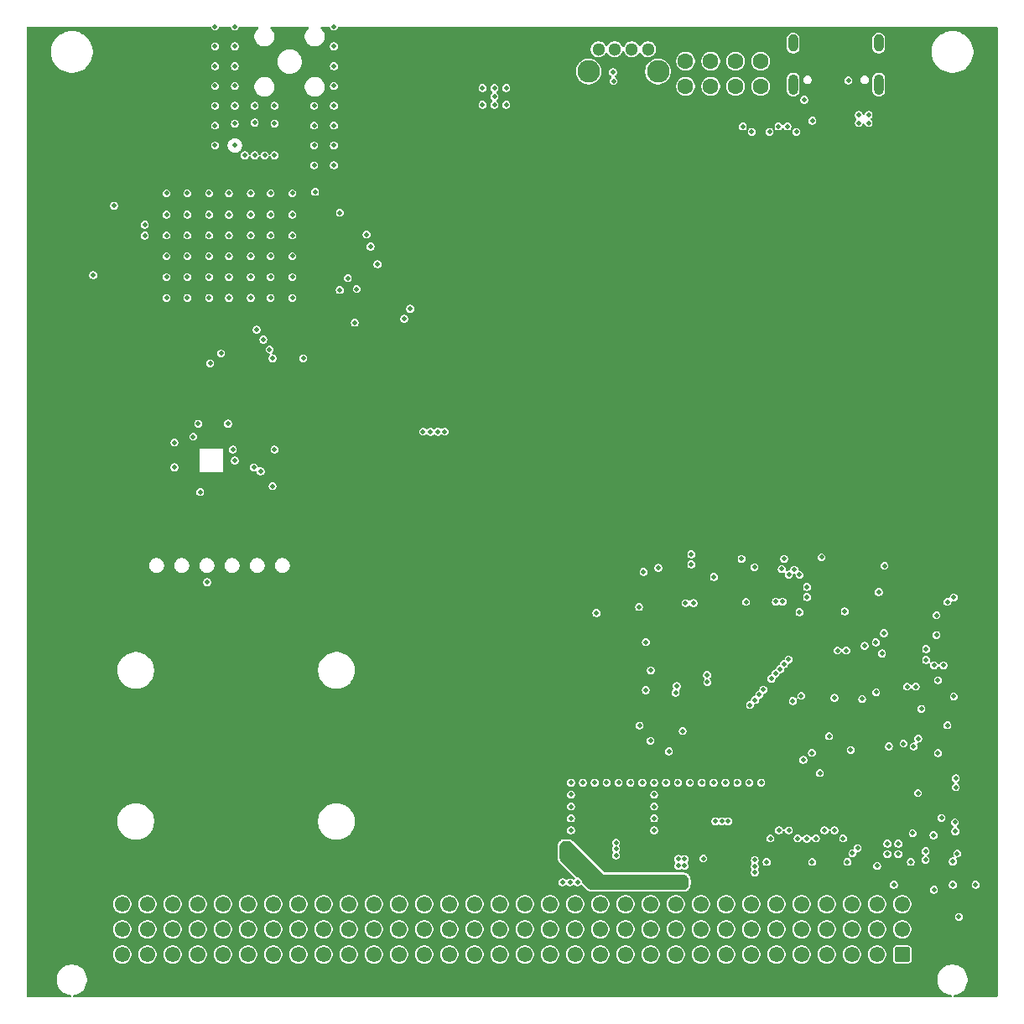
<source format=gbr>
%TF.GenerationSoftware,KiCad,Pcbnew,9.0.1-9.0.1-0~ubuntu24.04.1*%
%TF.CreationDate,2025-04-24T10:15:56+00:00*%
%TF.ProjectId,ModuCard-navigation-module,4d6f6475-4361-4726-942d-6e6176696761,2.0.0*%
%TF.SameCoordinates,Original*%
%TF.FileFunction,Copper,L3,Inr*%
%TF.FilePolarity,Positive*%
%FSLAX46Y46*%
G04 Gerber Fmt 4.6, Leading zero omitted, Abs format (unit mm)*
G04 Created by KiCad (PCBNEW 9.0.1-9.0.1-0~ubuntu24.04.1) date 2025-04-24 10:15:56*
%MOMM*%
%LPD*%
G01*
G04 APERTURE LIST*
G04 Aperture macros list*
%AMRoundRect*
0 Rectangle with rounded corners*
0 $1 Rounding radius*
0 $2 $3 $4 $5 $6 $7 $8 $9 X,Y pos of 4 corners*
0 Add a 4 corners polygon primitive as box body*
4,1,4,$2,$3,$4,$5,$6,$7,$8,$9,$2,$3,0*
0 Add four circle primitives for the rounded corners*
1,1,$1+$1,$2,$3*
1,1,$1+$1,$4,$5*
1,1,$1+$1,$6,$7*
1,1,$1+$1,$8,$9*
0 Add four rect primitives between the rounded corners*
20,1,$1+$1,$2,$3,$4,$5,0*
20,1,$1+$1,$4,$5,$6,$7,0*
20,1,$1+$1,$6,$7,$8,$9,0*
20,1,$1+$1,$8,$9,$2,$3,0*%
G04 Aperture macros list end*
%TA.AperFunction,ComponentPad*%
%ADD10C,1.600000*%
%TD*%
%TA.AperFunction,ComponentPad*%
%ADD11C,1.300000*%
%TD*%
%TA.AperFunction,ComponentPad*%
%ADD12C,2.286000*%
%TD*%
%TA.AperFunction,ComponentPad*%
%ADD13O,1.000000X2.100000*%
%TD*%
%TA.AperFunction,ComponentPad*%
%ADD14O,1.000000X1.800000*%
%TD*%
%TA.AperFunction,ComponentPad*%
%ADD15RoundRect,0.249999X0.525001X0.525001X-0.525001X0.525001X-0.525001X-0.525001X0.525001X-0.525001X0*%
%TD*%
%TA.AperFunction,ComponentPad*%
%ADD16C,1.550000*%
%TD*%
%TA.AperFunction,ViaPad*%
%ADD17C,0.500000*%
%TD*%
G04 APERTURE END LIST*
D10*
%TO.N,Net-(LED300-Pad1)*%
%TO.C,LED300*%
X106863600Y-55785000D03*
%TO.N,GND*%
X109403600Y-55785000D03*
%TO.N,Net-(LED300-Pad3)*%
X106863600Y-58325000D03*
%TO.N,GND*%
X109403600Y-58325000D03*
%TD*%
D11*
%TO.N,GND*%
%TO.C,BTN400*%
X103079415Y-54584163D03*
X101449415Y-54584163D03*
%TO.N,/MCU/SWD.~{RST}*%
X99709415Y-54584163D03*
%TO.N,/MCU/USR_BUTTON*%
X98079415Y-54584163D03*
D12*
%TO.N,N/C*%
X104079415Y-56834163D03*
X97079415Y-56834163D03*
%TD*%
D13*
%TO.N,Net-(J800-SHIELD)*%
%TO.C,J800*%
X126370000Y-58140000D03*
D14*
X126370000Y-53960000D03*
D13*
X117730000Y-58140000D03*
D14*
X117730000Y-53960000D03*
%TD*%
D15*
%TO.N,GND*%
%TO.C,J200*%
X128740000Y-145975000D03*
D16*
%TO.N,/Backplane/BACKPLANE.D+*%
X126200000Y-145975000D03*
%TO.N,+5V_STDBY*%
X123660000Y-145975000D03*
%TO.N,GND*%
X121120000Y-145975000D03*
%TO.N,/Backplane/CAN1.+*%
X118580000Y-145975000D03*
%TO.N,/Backplane/CAN1.-*%
X116040000Y-145975000D03*
%TO.N,GND*%
X113500000Y-145975000D03*
%TO.N,/Backplane/CAN2.+*%
X110960000Y-145975000D03*
%TO.N,/Backplane/CAN2.-*%
X108420000Y-145975000D03*
%TO.N,GND*%
X105880000Y-145975000D03*
%TO.N,+12V*%
X103340000Y-145975000D03*
X100800000Y-145975000D03*
%TO.N,GND*%
X98260000Y-145975000D03*
%TO.N,+24V*%
X95720000Y-145975000D03*
%TO.N,GND*%
X93180000Y-145975000D03*
%TO.N,/Backplane/GPIOL0*%
X90640000Y-145975000D03*
%TO.N,/Backplane/GPIOL1*%
X88100000Y-145975000D03*
%TO.N,/Backplane/GPIOL2*%
X85560000Y-145975000D03*
%TO.N,/Backplane/GPIOL3*%
X83020000Y-145975000D03*
%TO.N,/Backplane/GPIOL4*%
X80480000Y-145975000D03*
%TO.N,/Backplane/GPIOL5*%
X77940000Y-145975000D03*
%TO.N,/Backplane/GPIOL6*%
X75400000Y-145975000D03*
%TO.N,/Backplane/GPIOL7*%
X72860000Y-145975000D03*
%TO.N,/Backplane/GPIOL8*%
X70320000Y-145975000D03*
%TO.N,/Backplane/GPIOL9*%
X67780000Y-145975000D03*
%TO.N,/Backplane/GPIOL10*%
X65240000Y-145975000D03*
%TO.N,/Backplane/GPIOL11*%
X62700000Y-145975000D03*
%TO.N,/Backplane/GPIOL12*%
X60160000Y-145975000D03*
%TO.N,/Backplane/GPIOL13*%
X57620000Y-145975000D03*
%TO.N,/Backplane/GPIOL14*%
X55080000Y-145975000D03*
%TO.N,/Backplane/GPIOL15*%
X52540000Y-145975000D03*
%TO.N,GND*%
X50000000Y-145975000D03*
X128740000Y-143435000D03*
X126200000Y-143435000D03*
%TO.N,+5V_STDBY*%
X123660000Y-143435000D03*
%TO.N,GND*%
X121120000Y-143435000D03*
%TO.N,/Backplane/CAN1.+*%
X118580000Y-143435000D03*
%TO.N,/Backplane/CAN1.-*%
X116040000Y-143435000D03*
%TO.N,GND*%
X113500000Y-143435000D03*
%TO.N,/Backplane/CAN2.+*%
X110960000Y-143435000D03*
%TO.N,/Backplane/CAN2.-*%
X108420000Y-143435000D03*
%TO.N,GND*%
X105880000Y-143435000D03*
%TO.N,+12V*%
X103340000Y-143435000D03*
X100800000Y-143435000D03*
%TO.N,GND*%
X98260000Y-143435000D03*
%TO.N,+24V*%
X95720000Y-143435000D03*
%TO.N,GND*%
X93180000Y-143435000D03*
%TO.N,/Backplane/GPIOC0*%
X90640000Y-143435000D03*
%TO.N,/Backplane/GPIOC1*%
X88100000Y-143435000D03*
%TO.N,/Backplane/GPIOC2*%
X85560000Y-143435000D03*
%TO.N,/Backplane/GPIOC3*%
X83020000Y-143435000D03*
%TO.N,/Backplane/GPIOC4*%
X80480000Y-143435000D03*
%TO.N,/Backplane/GPIOC5*%
X77940000Y-143435000D03*
%TO.N,/Backplane/GPIOC6*%
X75400000Y-143435000D03*
%TO.N,/Backplane/GPIOC7*%
X72860000Y-143435000D03*
%TO.N,/Backplane/GPIOC8*%
X70320000Y-143435000D03*
%TO.N,/Backplane/GPIOC9*%
X67780000Y-143435000D03*
%TO.N,/Backplane/GPIOC10*%
X65240000Y-143435000D03*
%TO.N,/Backplane/GPIOC11*%
X62700000Y-143435000D03*
%TO.N,/Backplane/GPIOC12*%
X60160000Y-143435000D03*
%TO.N,/Backplane/GPIOC13*%
X57620000Y-143435000D03*
%TO.N,/Backplane/GPIOC14*%
X55080000Y-143435000D03*
%TO.N,/Backplane/GPIOC15*%
X52540000Y-143435000D03*
%TO.N,GND*%
X50000000Y-143435000D03*
X128740000Y-140895000D03*
%TO.N,/Backplane/BACKPLANE.D-*%
X126200000Y-140895000D03*
%TO.N,+5V_STDBY*%
X123660000Y-140895000D03*
%TO.N,GND*%
X121120000Y-140895000D03*
%TO.N,/Backplane/CAN1.+*%
X118580000Y-140895000D03*
%TO.N,/Backplane/CAN1.-*%
X116040000Y-140895000D03*
%TO.N,GND*%
X113500000Y-140895000D03*
%TO.N,/Backplane/CAN2.+*%
X110960000Y-140895000D03*
%TO.N,/Backplane/CAN2.-*%
X108420000Y-140895000D03*
%TO.N,GND*%
X105880000Y-140895000D03*
%TO.N,+12V*%
X103340000Y-140895000D03*
X100800000Y-140895000D03*
%TO.N,GND*%
X98260000Y-140895000D03*
%TO.N,+24V*%
X95720000Y-140895000D03*
%TO.N,GND*%
X93180000Y-140895000D03*
%TO.N,/Backplane/GPIOR0*%
X90640000Y-140895000D03*
%TO.N,/Backplane/GPIOR1*%
X88100000Y-140895000D03*
%TO.N,/Backplane/GPIOR2*%
X85560000Y-140895000D03*
%TO.N,/Backplane/GPIOR3*%
X83020000Y-140895000D03*
%TO.N,/Backplane/GPIOR4*%
X80480000Y-140895000D03*
%TO.N,/Backplane/GPIOR5*%
X77940000Y-140895000D03*
%TO.N,/Backplane/GPIOR6*%
X75400000Y-140895000D03*
%TO.N,/Backplane/GPIOR7*%
X72860000Y-140895000D03*
%TO.N,/Backplane/GPIOR8*%
X70320000Y-140895000D03*
%TO.N,/Backplane/GPIOR9*%
X67780000Y-140895000D03*
%TO.N,/Backplane/GPIOR10*%
X65240000Y-140895000D03*
%TO.N,/Backplane/GPIOR11*%
X62700000Y-140895000D03*
%TO.N,/Backplane/GPIOR12*%
X60160000Y-140895000D03*
%TO.N,/Backplane/GPIOR13*%
X57620000Y-140895000D03*
%TO.N,/Backplane/GPIOR14*%
X55080000Y-140895000D03*
%TO.N,/Backplane/GPIOR15*%
X52540000Y-140895000D03*
%TO.N,GND*%
X50000000Y-140895000D03*
%TD*%
D10*
%TO.N,Net-(LED301-Pad1)*%
%TO.C,LED301*%
X111913600Y-55785000D03*
%TO.N,GND*%
X114453600Y-55785000D03*
%TO.N,Net-(LED301-Pad3)*%
X111913600Y-58325000D03*
%TO.N,GND*%
X114453600Y-58325000D03*
%TD*%
D17*
%TO.N,+3V3*%
X115300000Y-138075000D03*
X61870000Y-83085001D03*
X99598400Y-58685001D03*
X61070000Y-83085001D03*
X131350000Y-125625000D03*
X65970000Y-96385001D03*
X74670000Y-75475001D03*
X121325000Y-115325000D03*
X59870000Y-98685001D03*
X55970000Y-108485001D03*
X121662040Y-109139790D03*
X59670000Y-83085001D03*
X104325000Y-124400000D03*
X120590000Y-106765000D03*
X115350000Y-131500000D03*
X132050000Y-135775000D03*
X131800000Y-106175000D03*
X131400000Y-128975000D03*
X60570000Y-94085001D03*
X133950000Y-118922500D03*
X114650000Y-131500000D03*
X115350000Y-130625000D03*
X107442000Y-107343001D03*
X59170000Y-91685001D03*
X60370000Y-83085001D03*
X121350000Y-124927500D03*
X62770000Y-94285001D03*
X127900000Y-121575000D03*
X125700000Y-115575000D03*
X131350000Y-118275000D03*
X124000000Y-115300000D03*
X55370000Y-95285001D03*
X122225000Y-109375000D03*
X115575000Y-107050000D03*
X101700000Y-122285001D03*
X107442000Y-104549001D03*
X119900000Y-138075000D03*
X74670000Y-72175001D03*
X116025000Y-131500000D03*
X112825000Y-106875000D03*
X119625000Y-124600000D03*
X58870000Y-83085001D03*
X114450000Y-62375000D03*
X122174000Y-110375000D03*
X102133531Y-111641425D03*
X102624000Y-106327001D03*
X63670000Y-99485001D03*
%TO.N,GND*%
X61370000Y-58285001D03*
X86370000Y-60185001D03*
X99598400Y-57785001D03*
X95300000Y-131025000D03*
X103700000Y-128625000D03*
X67170000Y-75475001D03*
X71370000Y-62285001D03*
X61170000Y-94985001D03*
X129900000Y-124961216D03*
X128350000Y-134775000D03*
X59370000Y-58285001D03*
X104900000Y-128625000D03*
X59370000Y-56285001D03*
X65370000Y-62085001D03*
X109870720Y-132521542D03*
X134470000Y-142162501D03*
X127250000Y-134775000D03*
X57670000Y-92385001D03*
X64870000Y-84885001D03*
X116250000Y-62375000D03*
X95300000Y-133425000D03*
X132350000Y-125625000D03*
X58770000Y-69125001D03*
X54470000Y-71275001D03*
X113850000Y-136425000D03*
X60770000Y-73375001D03*
X67170000Y-77575001D03*
X107442000Y-106581001D03*
X118364000Y-111407001D03*
X60770000Y-77575001D03*
X71370000Y-64285001D03*
X102624000Y-107343001D03*
X109700000Y-128625000D03*
X96500000Y-128625000D03*
X130325000Y-129675000D03*
X106100000Y-128625000D03*
X64970000Y-69125001D03*
X71370000Y-52285001D03*
X110520720Y-132521542D03*
X58770000Y-71275001D03*
X86370000Y-58485001D03*
X58770000Y-79675001D03*
X108650000Y-136275000D03*
X64970000Y-73375001D03*
X60770000Y-69125001D03*
X82570000Y-93185001D03*
X58870000Y-86285001D03*
X71370000Y-58285001D03*
X102850000Y-119275000D03*
X113300000Y-128625000D03*
X59370000Y-62285001D03*
X67170000Y-69125001D03*
X87570000Y-60185001D03*
X64970000Y-75475001D03*
X103700000Y-132225000D03*
X119126000Y-109883001D03*
X56570000Y-77575001D03*
X97700000Y-128625000D03*
X71370000Y-54285001D03*
X115050000Y-136625000D03*
X62970000Y-69125001D03*
X121350000Y-123927500D03*
X61370000Y-54285001D03*
X71370000Y-56285001D03*
X116825000Y-106025000D03*
X119625000Y-125600000D03*
X56570000Y-71275001D03*
X60670000Y-92385001D03*
X60770000Y-71275001D03*
X59370000Y-52285001D03*
X59370000Y-60285001D03*
X126375000Y-109375000D03*
X126900000Y-113525000D03*
X131150000Y-116225000D03*
X112525000Y-106025000D03*
X55270000Y-96785001D03*
X63370000Y-60285001D03*
X97870000Y-111485001D03*
X65170000Y-98685001D03*
X65370000Y-94985001D03*
X65370000Y-60285001D03*
X113850000Y-137675000D03*
X100100000Y-128625000D03*
X94450000Y-138675000D03*
X116575000Y-107050000D03*
X80370000Y-93185001D03*
X128350000Y-135825000D03*
X62970000Y-75475001D03*
X98900000Y-128625000D03*
X118750000Y-126325000D03*
X87570000Y-59335001D03*
X58770000Y-73375001D03*
X134150000Y-128175000D03*
X131900000Y-133925000D03*
X126950000Y-106725000D03*
X119100000Y-134275000D03*
X111170720Y-132521542D03*
X69370000Y-62285001D03*
X54470000Y-77575001D03*
X107442000Y-105565001D03*
X64370000Y-65285001D03*
X103700000Y-133425000D03*
X69370000Y-66285001D03*
X122200000Y-115275000D03*
X103700000Y-131025000D03*
X64240000Y-83885001D03*
X117150000Y-62375000D03*
X131150000Y-115125000D03*
X119670000Y-61785001D03*
X59970000Y-85285001D03*
X54470000Y-69125001D03*
X59370000Y-54285001D03*
X56570000Y-79675001D03*
X133300000Y-122825000D03*
X118050000Y-62925000D03*
X108500000Y-128625000D03*
X133950000Y-119922500D03*
X71370000Y-60285001D03*
X60770000Y-75475001D03*
X134100000Y-133525000D03*
X63970000Y-97185001D03*
X63270000Y-96785001D03*
X134300000Y-135775000D03*
X63370000Y-61985001D03*
X109728000Y-107851001D03*
X112100000Y-128625000D03*
X54470000Y-73375001D03*
X56570000Y-73375001D03*
X74670000Y-73275001D03*
X113825000Y-106875000D03*
X119126000Y-108867001D03*
X121900000Y-133425000D03*
X67170000Y-71275001D03*
X56570000Y-75475001D03*
X64970000Y-79675001D03*
X114500000Y-128625000D03*
X61370000Y-62085001D03*
X71370000Y-66285001D03*
X64970000Y-71275001D03*
X69370000Y-60285001D03*
X118850000Y-59675000D03*
X62970000Y-71275001D03*
X62970000Y-73375001D03*
X58770000Y-77575001D03*
X54470000Y-75475001D03*
X60770000Y-79675001D03*
X102868898Y-114435000D03*
X88770000Y-58485001D03*
X103325000Y-124400000D03*
X102170000Y-110885001D03*
X62970000Y-79675001D03*
X104124407Y-106922375D03*
X117300000Y-133425000D03*
X120590000Y-105865000D03*
X129800000Y-133725000D03*
X61370000Y-56285001D03*
X69370000Y-64285001D03*
X61370000Y-52285001D03*
X95953492Y-138663288D03*
X127250000Y-135825000D03*
X131100000Y-136425000D03*
X56570000Y-69125001D03*
X110900000Y-128625000D03*
X61370000Y-96085001D03*
X62370000Y-65285001D03*
X101300000Y-128625000D03*
X87570000Y-58485001D03*
X99850000Y-134671508D03*
X88770000Y-60185001D03*
X63570000Y-82885001D03*
X57870000Y-99285001D03*
X102500000Y-128625000D03*
X63370000Y-65285001D03*
X95300000Y-132225000D03*
X107300000Y-128625000D03*
X95200000Y-138675000D03*
X99850000Y-135971508D03*
X95300000Y-129825000D03*
X136150000Y-138925000D03*
X102225000Y-122850000D03*
X58770000Y-75475001D03*
X126700000Y-115575000D03*
X62970000Y-77575001D03*
X123200000Y-136625000D03*
X61370000Y-60285001D03*
X131950000Y-139425000D03*
X54470000Y-79675001D03*
X113850000Y-137075000D03*
X47070000Y-77385001D03*
X125350000Y-62025000D03*
X125350000Y-61225000D03*
X123550000Y-125325000D03*
X132700000Y-132175000D03*
X122936000Y-111325000D03*
X99850000Y-135321508D03*
X123100000Y-115275000D03*
X59370000Y-64285001D03*
X103700000Y-129825000D03*
X95300000Y-128625000D03*
X58570000Y-108385001D03*
X64970000Y-77575001D03*
X67170000Y-73375001D03*
X67170000Y-79675001D03*
X132350000Y-118275000D03*
X65370000Y-65285001D03*
X119650000Y-136625000D03*
%TO.N,+5V*%
X106125000Y-137025000D03*
X134150000Y-129075000D03*
X116300000Y-133425000D03*
X106775000Y-136325000D03*
X133300000Y-110375000D03*
X131100000Y-135525001D03*
X106775000Y-137025000D03*
X126200000Y-137025000D03*
X106125000Y-136325000D03*
X120900000Y-133425000D03*
%TO.N,/ST-LINK/LED*%
X124950000Y-114800000D03*
X127400000Y-124950000D03*
%TO.N,/ST-LINK/STLINK-BOOT0*%
X130675000Y-121175000D03*
%TO.N,/ST-LINK/DIO*%
X128875000Y-124675000D03*
%TO.N,/ST-LINK/CLK*%
X130350000Y-124175000D03*
%TO.N,+12V_FUSED*%
X94451270Y-135361059D03*
X133950000Y-109925000D03*
X106125000Y-139025000D03*
X106125000Y-138325000D03*
X106775000Y-138325000D03*
X95375000Y-135375000D03*
X106775000Y-139025000D03*
X94950000Y-134875000D03*
%TO.N,/ST-LINK/STLINK_RX*%
X126100000Y-119500000D03*
X132200000Y-113725000D03*
%TO.N,/USB/VBUS_IN*%
X124350000Y-61225000D03*
X134050000Y-132625000D03*
%TO.N,/ST-LINK/STLINK_TX*%
X132200000Y-111725000D03*
X126075000Y-114450000D03*
%TO.N,/MCU/USR_BUTTON*%
X115975000Y-110350000D03*
X99538600Y-56899202D03*
%TO.N,/MCU/SWD.~{RST}*%
X112970000Y-110375000D03*
X121900000Y-120045000D03*
X118377238Y-107645000D03*
%TO.N,Net-(U302-PGANG)*%
X129600000Y-136625000D03*
X127900000Y-138925000D03*
%TO.N,/GPS-RTK/V_BCKP*%
X68270000Y-85785001D03*
X65170000Y-85785001D03*
%TO.N,Net-(U700-PA5)*%
X124700000Y-120175000D03*
X120425000Y-127650000D03*
%TO.N,Net-(U700-PC13)*%
X130100000Y-118925000D03*
X132900000Y-116775000D03*
%TO.N,Net-(U700-PC14)*%
X129225000Y-118925000D03*
X131950000Y-116775000D03*
%TO.N,/CAN transceiver 1/CAN.TX*%
X122775000Y-134250000D03*
X118550000Y-119850000D03*
%TO.N,/CAN transceiver 1/CAN.RX*%
X117700000Y-120375000D03*
X120025000Y-134250000D03*
%TO.N,/CAN transceiver 2/CAN.TX*%
X118175000Y-134250000D03*
X106575000Y-123400000D03*
%TO.N,/CAN transceiver 2/CAN.RX*%
X105189838Y-125458838D03*
X115425000Y-134250000D03*
%TO.N,/USB/CC1*%
X123300000Y-57725000D03*
X124350000Y-62025000D03*
%TO.N,Net-(U801-~{OE})*%
X133850000Y-136575000D03*
X133850000Y-138925000D03*
%TO.N,/MCU/USER_LED_1*%
X113550000Y-62925000D03*
X117850000Y-107125000D03*
%TO.N,/MCU/USER_LED_2*%
X117300000Y-107625000D03*
X112650000Y-62375000D03*
%TO.N,/MCU/STATUS_LED*%
X115350000Y-62925000D03*
X116675000Y-110350000D03*
%TO.N,/GPS-RTK/GPS_GEOFENCE_STAT*%
X52270000Y-72285001D03*
X116810379Y-116644622D03*
%TO.N,/GPS-RTK/GPS_RTK_STAT*%
X52270000Y-73385001D03*
X116412874Y-117158910D03*
%TO.N,/GPS-RTK/TIMEPULSE*%
X69470000Y-68975001D03*
X49170000Y-70375001D03*
%TO.N,/IMU/IMU_EXT_NRESET*%
X103363232Y-117285001D03*
%TO.N,/Barometer/BAROMETR_I2C.SDA*%
X109048275Y-117756168D03*
%TO.N,/Barometer/BAROMETR_I2C.SCL*%
X109070000Y-118485001D03*
%TO.N,/GPS-RTK/GPS_SPI.MOSI*%
X73670000Y-78785001D03*
X114720000Y-119235001D03*
%TO.N,/GPS-RTK/GPS_UART.RX*%
X79070000Y-80785001D03*
X107670000Y-110485001D03*
%TO.N,/GPS-RTK/GPS_UART.TX*%
X78470000Y-81785001D03*
X106870000Y-110485001D03*
%TO.N,/GPS-RTK/GPS_SPI.MISO*%
X73470000Y-82185001D03*
X114313947Y-119742568D03*
%TO.N,/GPS-RTK/VCC_RF*%
X61370000Y-64285001D03*
%TO.N,/GPS-RTK/GPS_NRESET*%
X75070000Y-74485001D03*
X115542273Y-118120204D03*
%TO.N,/GPS-RTK/GPS_MODE_SELECT*%
X75770000Y-76285001D03*
X115944463Y-117609570D03*
%TO.N,/IMU/IMU_INT*%
X105863140Y-119526159D03*
X55270000Y-94285001D03*
%TO.N,/IMU/IMU_FSYNC*%
X57170000Y-93685001D03*
X105970000Y-118885001D03*
%TO.N,/GPS-RTK/GPS_SPI.CLK*%
X113870000Y-120285001D03*
X72770000Y-77685001D03*
%TO.N,/GPS-RTK/GPS_SPI.CS*%
X113370000Y-120785001D03*
X71960000Y-78884139D03*
%TO.N,/GPS-RTK/GPS_EXINTERUPT*%
X71970000Y-71085001D03*
X117270000Y-116185001D03*
%TO.N,/USB-hub/USB_GPS_.D-*%
X124235165Y-135219836D03*
X81127880Y-93196055D03*
%TO.N,/USB-hub/USB_GPS_.D+*%
X123704835Y-135750166D03*
X81877880Y-93196055D03*
%TD*%
%TA.AperFunction,Conductor*%
%TO.N,+12V_FUSED*%
G36*
X95050952Y-134526061D02*
G01*
X95156116Y-134539906D01*
X95187383Y-134548284D01*
X95277808Y-134585739D01*
X95305842Y-134601924D01*
X95390003Y-134666503D01*
X95402198Y-134677198D01*
X98625000Y-137900000D01*
X106666874Y-137900000D01*
X106683059Y-137901061D01*
X106788223Y-137914906D01*
X106819491Y-137923284D01*
X106909918Y-137960740D01*
X106937952Y-137976925D01*
X107015602Y-138036509D01*
X107038491Y-138059398D01*
X107098074Y-138137048D01*
X107114259Y-138165081D01*
X107151715Y-138255508D01*
X107160093Y-138286775D01*
X107170656Y-138367005D01*
X107173245Y-138386672D01*
X107173939Y-138391939D01*
X107175000Y-138408125D01*
X107175000Y-138916874D01*
X107173939Y-138933060D01*
X107160093Y-139038224D01*
X107151715Y-139069491D01*
X107114259Y-139159918D01*
X107098074Y-139187951D01*
X107038491Y-139265601D01*
X107015601Y-139288491D01*
X106937951Y-139348074D01*
X106909918Y-139364259D01*
X106819491Y-139401715D01*
X106788224Y-139410093D01*
X106694398Y-139422446D01*
X106683058Y-139423939D01*
X106666874Y-139425000D01*
X97390233Y-139425000D01*
X97374048Y-139423939D01*
X97361024Y-139422224D01*
X97268882Y-139410093D01*
X97237616Y-139401715D01*
X97147191Y-139364260D01*
X97119157Y-139348075D01*
X97034996Y-139283496D01*
X97022801Y-139272801D01*
X96440311Y-138690311D01*
X96406826Y-138628988D01*
X96404783Y-138609995D01*
X96403992Y-138603982D01*
X96403992Y-138603979D01*
X96373291Y-138489402D01*
X96313981Y-138386675D01*
X96230105Y-138302799D01*
X96127378Y-138243489D01*
X96012801Y-138212788D01*
X96012797Y-138212787D01*
X96004741Y-138211727D01*
X96004956Y-138210088D01*
X95947111Y-138193103D01*
X95926469Y-138176469D01*
X94302198Y-136552198D01*
X94291503Y-136540003D01*
X94226924Y-136455842D01*
X94210739Y-136427808D01*
X94173284Y-136337383D01*
X94164906Y-136306116D01*
X94151061Y-136200952D01*
X94150000Y-136184767D01*
X94150000Y-135033125D01*
X94151061Y-135016940D01*
X94164906Y-134911776D01*
X94173284Y-134880508D01*
X94210740Y-134790081D01*
X94226923Y-134762050D01*
X94286513Y-134684392D01*
X94309392Y-134661513D01*
X94387050Y-134601923D01*
X94415079Y-134585740D01*
X94505509Y-134548283D01*
X94536775Y-134539906D01*
X94641941Y-134526061D01*
X94658126Y-134525000D01*
X95034767Y-134525000D01*
X95050952Y-134526061D01*
G37*
%TD.AperFunction*%
%TD*%
%TA.AperFunction,Conductor*%
%TO.N,+3V3*%
G36*
X58927262Y-52304685D02*
G01*
X58973017Y-52357489D01*
X58979998Y-52376906D01*
X58996793Y-52439589D01*
X58996794Y-52439590D01*
X59049520Y-52530914D01*
X59124087Y-52605481D01*
X59215413Y-52658208D01*
X59317273Y-52685501D01*
X59317275Y-52685501D01*
X59422725Y-52685501D01*
X59422727Y-52685501D01*
X59524587Y-52658208D01*
X59615913Y-52605481D01*
X59690480Y-52530914D01*
X59743207Y-52439588D01*
X59760002Y-52376904D01*
X59796367Y-52317246D01*
X59859214Y-52286717D01*
X59879777Y-52285000D01*
X60860223Y-52285000D01*
X60927262Y-52304685D01*
X60973017Y-52357489D01*
X60979998Y-52376906D01*
X60996793Y-52439589D01*
X60996794Y-52439590D01*
X61049520Y-52530914D01*
X61124087Y-52605481D01*
X61215413Y-52658208D01*
X61317273Y-52685501D01*
X61317275Y-52685501D01*
X61422725Y-52685501D01*
X61422727Y-52685501D01*
X61524587Y-52658208D01*
X61615913Y-52605481D01*
X61690480Y-52530914D01*
X61743207Y-52439588D01*
X61760002Y-52376904D01*
X61796367Y-52317246D01*
X61859214Y-52286717D01*
X61879777Y-52285000D01*
X63637219Y-52285000D01*
X63704258Y-52304685D01*
X63750013Y-52357489D01*
X63759957Y-52426647D01*
X63730932Y-52490203D01*
X63715883Y-52504854D01*
X63712214Y-52507864D01*
X63572863Y-52647215D01*
X63572860Y-52647219D01*
X63463371Y-52811080D01*
X63463364Y-52811093D01*
X63387950Y-52993161D01*
X63387947Y-52993171D01*
X63349500Y-53186457D01*
X63349500Y-53186460D01*
X63349500Y-53383542D01*
X63349500Y-53383544D01*
X63349499Y-53383544D01*
X63387947Y-53576830D01*
X63387950Y-53576840D01*
X63463364Y-53758908D01*
X63463371Y-53758921D01*
X63572860Y-53922782D01*
X63572863Y-53922786D01*
X63712214Y-54062137D01*
X63712218Y-54062140D01*
X63876079Y-54171629D01*
X63876092Y-54171636D01*
X64022036Y-54232087D01*
X64058165Y-54247052D01*
X64058169Y-54247052D01*
X64058170Y-54247053D01*
X64251456Y-54285501D01*
X64251459Y-54285501D01*
X64448543Y-54285501D01*
X64609243Y-54253535D01*
X64641835Y-54247052D01*
X64823914Y-54171633D01*
X64987782Y-54062140D01*
X65127139Y-53922783D01*
X65236632Y-53758915D01*
X65240785Y-53748890D01*
X65312049Y-53576840D01*
X65312051Y-53576836D01*
X65334168Y-53465646D01*
X65350500Y-53383544D01*
X65350500Y-53186457D01*
X65312052Y-52993171D01*
X65312051Y-52993170D01*
X65312051Y-52993166D01*
X65253457Y-52851706D01*
X65236635Y-52811093D01*
X65236628Y-52811080D01*
X65127139Y-52647219D01*
X65127136Y-52647215D01*
X64987785Y-52507864D01*
X64984117Y-52504854D01*
X64944782Y-52447109D01*
X64942911Y-52377264D01*
X64979097Y-52317496D01*
X65041853Y-52286779D01*
X65062781Y-52285000D01*
X68717219Y-52285000D01*
X68784258Y-52304685D01*
X68830013Y-52357489D01*
X68839957Y-52426647D01*
X68810932Y-52490203D01*
X68795883Y-52504854D01*
X68792214Y-52507864D01*
X68652863Y-52647215D01*
X68652860Y-52647219D01*
X68543371Y-52811080D01*
X68543364Y-52811093D01*
X68467950Y-52993161D01*
X68467947Y-52993171D01*
X68429500Y-53186457D01*
X68429500Y-53186460D01*
X68429500Y-53383542D01*
X68429500Y-53383544D01*
X68429499Y-53383544D01*
X68467947Y-53576830D01*
X68467950Y-53576840D01*
X68543364Y-53758908D01*
X68543371Y-53758921D01*
X68652860Y-53922782D01*
X68652863Y-53922786D01*
X68792214Y-54062137D01*
X68792218Y-54062140D01*
X68956079Y-54171629D01*
X68956092Y-54171636D01*
X69102036Y-54232087D01*
X69138165Y-54247052D01*
X69138169Y-54247052D01*
X69138170Y-54247053D01*
X69331456Y-54285501D01*
X69331459Y-54285501D01*
X69528543Y-54285501D01*
X69689243Y-54253535D01*
X69721835Y-54247052D01*
X69757513Y-54232274D01*
X70969500Y-54232274D01*
X70969500Y-54337728D01*
X70996793Y-54439588D01*
X71049520Y-54530914D01*
X71124087Y-54605481D01*
X71215413Y-54658208D01*
X71317273Y-54685501D01*
X71317275Y-54685501D01*
X71422725Y-54685501D01*
X71422727Y-54685501D01*
X71524587Y-54658208D01*
X71615913Y-54605481D01*
X71690480Y-54530914D01*
X71705259Y-54505316D01*
X97278915Y-54505316D01*
X97278915Y-54663009D01*
X97309676Y-54817652D01*
X97309679Y-54817664D01*
X97370017Y-54963335D01*
X97370024Y-54963348D01*
X97457625Y-55094451D01*
X97457628Y-55094455D01*
X97569122Y-55205949D01*
X97569126Y-55205952D01*
X97700229Y-55293553D01*
X97700242Y-55293560D01*
X97799714Y-55334762D01*
X97845918Y-55353900D01*
X98000568Y-55384662D01*
X98000571Y-55384663D01*
X98000573Y-55384663D01*
X98158259Y-55384663D01*
X98158260Y-55384662D01*
X98312912Y-55353900D01*
X98458594Y-55293557D01*
X98589704Y-55205952D01*
X98701204Y-55094452D01*
X98774003Y-54985501D01*
X98791313Y-54959595D01*
X98844925Y-54914790D01*
X98914250Y-54906083D01*
X98977278Y-54936237D01*
X98997517Y-54959595D01*
X99087625Y-55094451D01*
X99087628Y-55094455D01*
X99199122Y-55205949D01*
X99199126Y-55205952D01*
X99330229Y-55293553D01*
X99330242Y-55293560D01*
X99429714Y-55334762D01*
X99475918Y-55353900D01*
X99630568Y-55384662D01*
X99630571Y-55384663D01*
X99630573Y-55384663D01*
X99788259Y-55384663D01*
X99788260Y-55384662D01*
X99942912Y-55353900D01*
X100088594Y-55293557D01*
X100219704Y-55205952D01*
X100331204Y-55094452D01*
X100418809Y-54963342D01*
X100464854Y-54852179D01*
X100508694Y-54797775D01*
X100574988Y-54775710D01*
X100642688Y-54792989D01*
X100690299Y-54844126D01*
X100693976Y-54852179D01*
X100740017Y-54963335D01*
X100740024Y-54963348D01*
X100827625Y-55094451D01*
X100827628Y-55094455D01*
X100939122Y-55205949D01*
X100939126Y-55205952D01*
X101070229Y-55293553D01*
X101070242Y-55293560D01*
X101169714Y-55334762D01*
X101215918Y-55353900D01*
X101370568Y-55384662D01*
X101370571Y-55384663D01*
X101370573Y-55384663D01*
X101528259Y-55384663D01*
X101528260Y-55384662D01*
X101682912Y-55353900D01*
X101828594Y-55293557D01*
X101959704Y-55205952D01*
X102071204Y-55094452D01*
X102144003Y-54985501D01*
X102161313Y-54959595D01*
X102214925Y-54914790D01*
X102284250Y-54906083D01*
X102347278Y-54936237D01*
X102367517Y-54959595D01*
X102457625Y-55094451D01*
X102457628Y-55094455D01*
X102569122Y-55205949D01*
X102569126Y-55205952D01*
X102700229Y-55293553D01*
X102700242Y-55293560D01*
X102799714Y-55334762D01*
X102845918Y-55353900D01*
X103000568Y-55384662D01*
X103000571Y-55384663D01*
X103000573Y-55384663D01*
X103158259Y-55384663D01*
X103158260Y-55384662D01*
X103312912Y-55353900D01*
X103458594Y-55293557D01*
X103589704Y-55205952D01*
X103701204Y-55094452D01*
X103788809Y-54963342D01*
X103849152Y-54817660D01*
X103879915Y-54663005D01*
X103879915Y-54505321D01*
X103879915Y-54505318D01*
X103879914Y-54505316D01*
X103866840Y-54439588D01*
X103863753Y-54424071D01*
X117079499Y-54424071D01*
X117104497Y-54549738D01*
X117104499Y-54549744D01*
X117153533Y-54668124D01*
X117153538Y-54668133D01*
X117224723Y-54774668D01*
X117224726Y-54774672D01*
X117315327Y-54865273D01*
X117315331Y-54865276D01*
X117421866Y-54936461D01*
X117421875Y-54936466D01*
X117436872Y-54942678D01*
X117540256Y-54985501D01*
X117540260Y-54985501D01*
X117540261Y-54985502D01*
X117665928Y-55010500D01*
X117665931Y-55010500D01*
X117794071Y-55010500D01*
X117878615Y-54993682D01*
X117919744Y-54985501D01*
X118038127Y-54936465D01*
X118144669Y-54865276D01*
X118235276Y-54774669D01*
X118306465Y-54668127D01*
X118355501Y-54549744D01*
X118377413Y-54439588D01*
X118380500Y-54424071D01*
X125719499Y-54424071D01*
X125744497Y-54549738D01*
X125744499Y-54549744D01*
X125793533Y-54668124D01*
X125793538Y-54668133D01*
X125864723Y-54774668D01*
X125864726Y-54774672D01*
X125955327Y-54865273D01*
X125955331Y-54865276D01*
X126061866Y-54936461D01*
X126061875Y-54936466D01*
X126076872Y-54942678D01*
X126180256Y-54985501D01*
X126180260Y-54985501D01*
X126180261Y-54985502D01*
X126305928Y-55010500D01*
X126305931Y-55010500D01*
X126434071Y-55010500D01*
X126518615Y-54993682D01*
X126559744Y-54985501D01*
X126678127Y-54936465D01*
X126784669Y-54865276D01*
X126875276Y-54774669D01*
X126920268Y-54707333D01*
X131719500Y-54707333D01*
X131719500Y-54982668D01*
X131719501Y-54982685D01*
X131755438Y-55255656D01*
X131755439Y-55255661D01*
X131755440Y-55255667D01*
X131776635Y-55334769D01*
X131826704Y-55521631D01*
X131932075Y-55776018D01*
X131932080Y-55776029D01*
X131991310Y-55878617D01*
X132069751Y-56014480D01*
X132069753Y-56014483D01*
X132069754Y-56014484D01*
X132237370Y-56232927D01*
X132237376Y-56232934D01*
X132432066Y-56427624D01*
X132432072Y-56427629D01*
X132650521Y-56595250D01*
X132803778Y-56683733D01*
X132888971Y-56732920D01*
X132888976Y-56732922D01*
X132888979Y-56732924D01*
X133143368Y-56838296D01*
X133409334Y-56909561D01*
X133682326Y-56945501D01*
X133682333Y-56945501D01*
X133957667Y-56945501D01*
X133957674Y-56945501D01*
X134230666Y-56909561D01*
X134496632Y-56838296D01*
X134751021Y-56732924D01*
X134989479Y-56595250D01*
X135207928Y-56427629D01*
X135402628Y-56232929D01*
X135570249Y-56014480D01*
X135707923Y-55776022D01*
X135813295Y-55521633D01*
X135884560Y-55255667D01*
X135920500Y-54982675D01*
X135920500Y-54707327D01*
X135884560Y-54434335D01*
X135813295Y-54168369D01*
X135707923Y-53913980D01*
X135707921Y-53913977D01*
X135707919Y-53913972D01*
X135632684Y-53783663D01*
X135570249Y-53675522D01*
X135432445Y-53495931D01*
X135402629Y-53457074D01*
X135402623Y-53457067D01*
X135207933Y-53262377D01*
X135207926Y-53262371D01*
X134989483Y-53094755D01*
X134989482Y-53094754D01*
X134989479Y-53094752D01*
X134894407Y-53039862D01*
X134751028Y-52957081D01*
X134751017Y-52957076D01*
X134496630Y-52851705D01*
X134345013Y-52811080D01*
X134230666Y-52780441D01*
X134230660Y-52780440D01*
X134230655Y-52780439D01*
X133957684Y-52744502D01*
X133957679Y-52744501D01*
X133957674Y-52744501D01*
X133682326Y-52744501D01*
X133682320Y-52744501D01*
X133682315Y-52744502D01*
X133409344Y-52780439D01*
X133409337Y-52780440D01*
X133409334Y-52780441D01*
X133353125Y-52795501D01*
X133143369Y-52851705D01*
X132888982Y-52957076D01*
X132888971Y-52957081D01*
X132650516Y-53094755D01*
X132432073Y-53262371D01*
X132432066Y-53262377D01*
X132237376Y-53457067D01*
X132237370Y-53457074D01*
X132069754Y-53675517D01*
X131932080Y-53913972D01*
X131932075Y-53913983D01*
X131826704Y-54168370D01*
X131755441Y-54434332D01*
X131755438Y-54434345D01*
X131719501Y-54707316D01*
X131719500Y-54707333D01*
X126920268Y-54707333D01*
X126946465Y-54668127D01*
X126950574Y-54658207D01*
X126951565Y-54655815D01*
X126972414Y-54605481D01*
X126995501Y-54549744D01*
X127017413Y-54439588D01*
X127020500Y-54424071D01*
X127020500Y-53495928D01*
X126995502Y-53370261D01*
X126995501Y-53370260D01*
X126995501Y-53370256D01*
X126950814Y-53262373D01*
X126946466Y-53251875D01*
X126946461Y-53251866D01*
X126875276Y-53145331D01*
X126875273Y-53145327D01*
X126784672Y-53054726D01*
X126784668Y-53054723D01*
X126678133Y-52983538D01*
X126678124Y-52983533D01*
X126559744Y-52934499D01*
X126559738Y-52934497D01*
X126434071Y-52909500D01*
X126434069Y-52909500D01*
X126305931Y-52909500D01*
X126305929Y-52909500D01*
X126180261Y-52934497D01*
X126180255Y-52934499D01*
X126061875Y-52983533D01*
X126061866Y-52983538D01*
X125955331Y-53054723D01*
X125955327Y-53054726D01*
X125864726Y-53145327D01*
X125864723Y-53145331D01*
X125793538Y-53251866D01*
X125793533Y-53251875D01*
X125744499Y-53370255D01*
X125744497Y-53370261D01*
X125719500Y-53495928D01*
X125719500Y-53495931D01*
X125719500Y-54424069D01*
X125719500Y-54424071D01*
X125719499Y-54424071D01*
X118380500Y-54424071D01*
X118380500Y-53495928D01*
X118355502Y-53370261D01*
X118355501Y-53370260D01*
X118355501Y-53370256D01*
X118310814Y-53262373D01*
X118306466Y-53251875D01*
X118306461Y-53251866D01*
X118235276Y-53145331D01*
X118235273Y-53145327D01*
X118144672Y-53054726D01*
X118144668Y-53054723D01*
X118038133Y-52983538D01*
X118038124Y-52983533D01*
X117919744Y-52934499D01*
X117919738Y-52934497D01*
X117794071Y-52909500D01*
X117794069Y-52909500D01*
X117665931Y-52909500D01*
X117665929Y-52909500D01*
X117540261Y-52934497D01*
X117540255Y-52934499D01*
X117421875Y-52983533D01*
X117421866Y-52983538D01*
X117315331Y-53054723D01*
X117315327Y-53054726D01*
X117224726Y-53145327D01*
X117224723Y-53145331D01*
X117153538Y-53251866D01*
X117153533Y-53251875D01*
X117104499Y-53370255D01*
X117104497Y-53370261D01*
X117079500Y-53495928D01*
X117079500Y-53495931D01*
X117079500Y-54424069D01*
X117079500Y-54424071D01*
X117079499Y-54424071D01*
X103863753Y-54424071D01*
X103849152Y-54350666D01*
X103838189Y-54324199D01*
X103788812Y-54204990D01*
X103788805Y-54204977D01*
X103701204Y-54073874D01*
X103701201Y-54073870D01*
X103589707Y-53962376D01*
X103589703Y-53962373D01*
X103458600Y-53874772D01*
X103458587Y-53874765D01*
X103312916Y-53814427D01*
X103312904Y-53814424D01*
X103158260Y-53783663D01*
X103158257Y-53783663D01*
X103000573Y-53783663D01*
X103000570Y-53783663D01*
X102845925Y-53814424D01*
X102845913Y-53814427D01*
X102700242Y-53874765D01*
X102700229Y-53874772D01*
X102569126Y-53962373D01*
X102569122Y-53962376D01*
X102457628Y-54073870D01*
X102457625Y-54073874D01*
X102367517Y-54208730D01*
X102313905Y-54253535D01*
X102244580Y-54262242D01*
X102181552Y-54232087D01*
X102161313Y-54208730D01*
X102071204Y-54073874D01*
X102071201Y-54073870D01*
X101959707Y-53962376D01*
X101959703Y-53962373D01*
X101828600Y-53874772D01*
X101828587Y-53874765D01*
X101682916Y-53814427D01*
X101682904Y-53814424D01*
X101528260Y-53783663D01*
X101528257Y-53783663D01*
X101370573Y-53783663D01*
X101370570Y-53783663D01*
X101215925Y-53814424D01*
X101215913Y-53814427D01*
X101070242Y-53874765D01*
X101070229Y-53874772D01*
X100939126Y-53962373D01*
X100939122Y-53962376D01*
X100827628Y-54073870D01*
X100827625Y-54073874D01*
X100740024Y-54204977D01*
X100740017Y-54204990D01*
X100693976Y-54316146D01*
X100650135Y-54370550D01*
X100583841Y-54392615D01*
X100516142Y-54375336D01*
X100468531Y-54324199D01*
X100464854Y-54316146D01*
X100418812Y-54204990D01*
X100418805Y-54204977D01*
X100331204Y-54073874D01*
X100331201Y-54073870D01*
X100219707Y-53962376D01*
X100219703Y-53962373D01*
X100088600Y-53874772D01*
X100088587Y-53874765D01*
X99942916Y-53814427D01*
X99942904Y-53814424D01*
X99788260Y-53783663D01*
X99788257Y-53783663D01*
X99630573Y-53783663D01*
X99630570Y-53783663D01*
X99475925Y-53814424D01*
X99475913Y-53814427D01*
X99330242Y-53874765D01*
X99330229Y-53874772D01*
X99199126Y-53962373D01*
X99199122Y-53962376D01*
X99087628Y-54073870D01*
X99087625Y-54073874D01*
X98997517Y-54208730D01*
X98943905Y-54253535D01*
X98874580Y-54262242D01*
X98811552Y-54232087D01*
X98791313Y-54208730D01*
X98701204Y-54073874D01*
X98701201Y-54073870D01*
X98589707Y-53962376D01*
X98589703Y-53962373D01*
X98458600Y-53874772D01*
X98458587Y-53874765D01*
X98312916Y-53814427D01*
X98312904Y-53814424D01*
X98158260Y-53783663D01*
X98158257Y-53783663D01*
X98000573Y-53783663D01*
X98000570Y-53783663D01*
X97845925Y-53814424D01*
X97845913Y-53814427D01*
X97700242Y-53874765D01*
X97700229Y-53874772D01*
X97569126Y-53962373D01*
X97569122Y-53962376D01*
X97457628Y-54073870D01*
X97457625Y-54073874D01*
X97370024Y-54204977D01*
X97370017Y-54204990D01*
X97309679Y-54350661D01*
X97309676Y-54350673D01*
X97278915Y-54505316D01*
X71705259Y-54505316D01*
X71743207Y-54439588D01*
X71770500Y-54337728D01*
X71770500Y-54232274D01*
X71743207Y-54130414D01*
X71690480Y-54039088D01*
X71615913Y-53964521D01*
X71543619Y-53922782D01*
X71524589Y-53911795D01*
X71524588Y-53911794D01*
X71524587Y-53911794D01*
X71422727Y-53884501D01*
X71317273Y-53884501D01*
X71215413Y-53911794D01*
X71215410Y-53911795D01*
X71124085Y-53964522D01*
X71049521Y-54039086D01*
X70996794Y-54130411D01*
X70996793Y-54130414D01*
X70969500Y-54232274D01*
X69757513Y-54232274D01*
X69903914Y-54171633D01*
X69965603Y-54130414D01*
X69979625Y-54121045D01*
X70014046Y-54098044D01*
X70067782Y-54062140D01*
X70207139Y-53922783D01*
X70316632Y-53758915D01*
X70320785Y-53748890D01*
X70392049Y-53576840D01*
X70392051Y-53576836D01*
X70396024Y-53556860D01*
X70414169Y-53465647D01*
X70414169Y-53465646D01*
X70430499Y-53383546D01*
X70430500Y-53383544D01*
X70430500Y-53186457D01*
X70392052Y-52993171D01*
X70392051Y-52993170D01*
X70392051Y-52993166D01*
X70333457Y-52851706D01*
X70316635Y-52811093D01*
X70316628Y-52811080D01*
X70207139Y-52647219D01*
X70207136Y-52647215D01*
X70067785Y-52507864D01*
X70064117Y-52504854D01*
X70024782Y-52447109D01*
X70022911Y-52377264D01*
X70059097Y-52317496D01*
X70121853Y-52286779D01*
X70142781Y-52285000D01*
X70860223Y-52285000D01*
X70927262Y-52304685D01*
X70973017Y-52357489D01*
X70979998Y-52376906D01*
X70996793Y-52439589D01*
X70996794Y-52439590D01*
X71049520Y-52530914D01*
X71124087Y-52605481D01*
X71215413Y-52658208D01*
X71317273Y-52685501D01*
X71317275Y-52685501D01*
X71422725Y-52685501D01*
X71422727Y-52685501D01*
X71524587Y-52658208D01*
X71615913Y-52605481D01*
X71690480Y-52530914D01*
X71743207Y-52439588D01*
X71760002Y-52376904D01*
X71796367Y-52317246D01*
X71859214Y-52286717D01*
X71879777Y-52285000D01*
X138246000Y-52285000D01*
X138313039Y-52304685D01*
X138358794Y-52357489D01*
X138370000Y-52409000D01*
X138370000Y-150151000D01*
X138350315Y-150218039D01*
X138297511Y-150263794D01*
X138246000Y-150275000D01*
X134035051Y-150275000D01*
X133968012Y-150255315D01*
X133922257Y-150202511D01*
X133912313Y-150133353D01*
X133941338Y-150069797D01*
X134000116Y-150032023D01*
X134015653Y-150028527D01*
X134177222Y-150002937D01*
X134405589Y-149928736D01*
X134619536Y-149819724D01*
X134813796Y-149678586D01*
X134983586Y-149508796D01*
X135124724Y-149314536D01*
X135233736Y-149100589D01*
X135307937Y-148872222D01*
X135345500Y-148635059D01*
X135345500Y-148394941D01*
X135307937Y-148157778D01*
X135233736Y-147929411D01*
X135233734Y-147929408D01*
X135233734Y-147929406D01*
X135124723Y-147715463D01*
X134983586Y-147521204D01*
X134813796Y-147351414D01*
X134619536Y-147210276D01*
X134405593Y-147101265D01*
X134177222Y-147027063D01*
X133940059Y-146989500D01*
X133699941Y-146989500D01*
X133581359Y-147008281D01*
X133462777Y-147027063D01*
X133234406Y-147101265D01*
X133020463Y-147210276D01*
X132826201Y-147351416D01*
X132656416Y-147521201D01*
X132515276Y-147715463D01*
X132406265Y-147929406D01*
X132332063Y-148157777D01*
X132294500Y-148394941D01*
X132294500Y-148635058D01*
X132332063Y-148872222D01*
X132406265Y-149100593D01*
X132515276Y-149314536D01*
X132656414Y-149508796D01*
X132826204Y-149678586D01*
X133020464Y-149819724D01*
X133121543Y-149871226D01*
X133234406Y-149928734D01*
X133234408Y-149928734D01*
X133234411Y-149928736D01*
X133462778Y-150002937D01*
X133624347Y-150028527D01*
X133687482Y-150058456D01*
X133724413Y-150117768D01*
X133723415Y-150187630D01*
X133684805Y-150245863D01*
X133620842Y-150273977D01*
X133604949Y-150275000D01*
X45135051Y-150275000D01*
X45068012Y-150255315D01*
X45022257Y-150202511D01*
X45012313Y-150133353D01*
X45041338Y-150069797D01*
X45100116Y-150032023D01*
X45115653Y-150028527D01*
X45277222Y-150002937D01*
X45505589Y-149928736D01*
X45719536Y-149819724D01*
X45913796Y-149678586D01*
X46083586Y-149508796D01*
X46224724Y-149314536D01*
X46333736Y-149100589D01*
X46407937Y-148872222D01*
X46445500Y-148635059D01*
X46445500Y-148394941D01*
X46407937Y-148157778D01*
X46333736Y-147929411D01*
X46333734Y-147929408D01*
X46333734Y-147929406D01*
X46224723Y-147715463D01*
X46083586Y-147521204D01*
X45913796Y-147351414D01*
X45719536Y-147210276D01*
X45505593Y-147101265D01*
X45277222Y-147027063D01*
X45040059Y-146989500D01*
X44799941Y-146989500D01*
X44681359Y-147008281D01*
X44562777Y-147027063D01*
X44334406Y-147101265D01*
X44120463Y-147210276D01*
X43926201Y-147351416D01*
X43756416Y-147521201D01*
X43615276Y-147715463D01*
X43506265Y-147929406D01*
X43432063Y-148157777D01*
X43394500Y-148394941D01*
X43394500Y-148635058D01*
X43432063Y-148872222D01*
X43506265Y-149100593D01*
X43615276Y-149314536D01*
X43756414Y-149508796D01*
X43926204Y-149678586D01*
X44120464Y-149819724D01*
X44221543Y-149871226D01*
X44334406Y-149928734D01*
X44334408Y-149928734D01*
X44334411Y-149928736D01*
X44562778Y-150002937D01*
X44724347Y-150028527D01*
X44787482Y-150058456D01*
X44824413Y-150117768D01*
X44823415Y-150187630D01*
X44784805Y-150245863D01*
X44720842Y-150273977D01*
X44704949Y-150275000D01*
X40494000Y-150275000D01*
X40426961Y-150255315D01*
X40381206Y-150202511D01*
X40370000Y-150151000D01*
X40370000Y-146066156D01*
X49074499Y-146066156D01*
X49110065Y-146244952D01*
X49110068Y-146244962D01*
X49179831Y-146413387D01*
X49179833Y-146413391D01*
X49281113Y-146564967D01*
X49281119Y-146564975D01*
X49410024Y-146693880D01*
X49410032Y-146693886D01*
X49561608Y-146795166D01*
X49561612Y-146795168D01*
X49730037Y-146864931D01*
X49730042Y-146864933D01*
X49730046Y-146864933D01*
X49730047Y-146864934D01*
X49908843Y-146900500D01*
X49908846Y-146900500D01*
X50091156Y-146900500D01*
X50211445Y-146876572D01*
X50269958Y-146864933D01*
X50438389Y-146795167D01*
X50438391Y-146795166D01*
X50523425Y-146738348D01*
X50589972Y-146693883D01*
X50718883Y-146564972D01*
X50820167Y-146413389D01*
X50889933Y-146244958D01*
X50925500Y-146066156D01*
X51614499Y-146066156D01*
X51650065Y-146244952D01*
X51650068Y-146244962D01*
X51719831Y-146413387D01*
X51719833Y-146413391D01*
X51821113Y-146564967D01*
X51821119Y-146564975D01*
X51950024Y-146693880D01*
X51950032Y-146693886D01*
X52101608Y-146795166D01*
X52101612Y-146795168D01*
X52270037Y-146864931D01*
X52270042Y-146864933D01*
X52270046Y-146864933D01*
X52270047Y-146864934D01*
X52448843Y-146900500D01*
X52448846Y-146900500D01*
X52631156Y-146900500D01*
X52751445Y-146876572D01*
X52809958Y-146864933D01*
X52978389Y-146795167D01*
X52978391Y-146795166D01*
X53063425Y-146738348D01*
X53129972Y-146693883D01*
X53258883Y-146564972D01*
X53360167Y-146413389D01*
X53429933Y-146244958D01*
X53465500Y-146066156D01*
X54154499Y-146066156D01*
X54190065Y-146244952D01*
X54190068Y-146244962D01*
X54259831Y-146413387D01*
X54259833Y-146413391D01*
X54361113Y-146564967D01*
X54361119Y-146564975D01*
X54490024Y-146693880D01*
X54490032Y-146693886D01*
X54641608Y-146795166D01*
X54641612Y-146795168D01*
X54810037Y-146864931D01*
X54810042Y-146864933D01*
X54810046Y-146864933D01*
X54810047Y-146864934D01*
X54988843Y-146900500D01*
X54988846Y-146900500D01*
X55171156Y-146900500D01*
X55291445Y-146876572D01*
X55349958Y-146864933D01*
X55518389Y-146795167D01*
X55518391Y-146795166D01*
X55603425Y-146738348D01*
X55669972Y-146693883D01*
X55798883Y-146564972D01*
X55900167Y-146413389D01*
X55969933Y-146244958D01*
X56005500Y-146066156D01*
X56694499Y-146066156D01*
X56730065Y-146244952D01*
X56730068Y-146244962D01*
X56799831Y-146413387D01*
X56799833Y-146413391D01*
X56901113Y-146564967D01*
X56901119Y-146564975D01*
X57030024Y-146693880D01*
X57030032Y-146693886D01*
X57181608Y-146795166D01*
X57181612Y-146795168D01*
X57350037Y-146864931D01*
X57350042Y-146864933D01*
X57350046Y-146864933D01*
X57350047Y-146864934D01*
X57528843Y-146900500D01*
X57528846Y-146900500D01*
X57711156Y-146900500D01*
X57831445Y-146876572D01*
X57889958Y-146864933D01*
X58058389Y-146795167D01*
X58058391Y-146795166D01*
X58143425Y-146738348D01*
X58209972Y-146693883D01*
X58338883Y-146564972D01*
X58440167Y-146413389D01*
X58509933Y-146244958D01*
X58545500Y-146066156D01*
X59234499Y-146066156D01*
X59270065Y-146244952D01*
X59270068Y-146244962D01*
X59339831Y-146413387D01*
X59339833Y-146413391D01*
X59441113Y-146564967D01*
X59441119Y-146564975D01*
X59570024Y-146693880D01*
X59570032Y-146693886D01*
X59721608Y-146795166D01*
X59721612Y-146795168D01*
X59890037Y-146864931D01*
X59890042Y-146864933D01*
X59890046Y-146864933D01*
X59890047Y-146864934D01*
X60068843Y-146900500D01*
X60068846Y-146900500D01*
X60251156Y-146900500D01*
X60371445Y-146876572D01*
X60429958Y-146864933D01*
X60598389Y-146795167D01*
X60598391Y-146795166D01*
X60683425Y-146738348D01*
X60749972Y-146693883D01*
X60878883Y-146564972D01*
X60980167Y-146413389D01*
X61049933Y-146244958D01*
X61085500Y-146066156D01*
X61774499Y-146066156D01*
X61810065Y-146244952D01*
X61810068Y-146244962D01*
X61879831Y-146413387D01*
X61879833Y-146413391D01*
X61981113Y-146564967D01*
X61981119Y-146564975D01*
X62110024Y-146693880D01*
X62110032Y-146693886D01*
X62261608Y-146795166D01*
X62261612Y-146795168D01*
X62430037Y-146864931D01*
X62430042Y-146864933D01*
X62430046Y-146864933D01*
X62430047Y-146864934D01*
X62608843Y-146900500D01*
X62608846Y-146900500D01*
X62791156Y-146900500D01*
X62911445Y-146876572D01*
X62969958Y-146864933D01*
X63138389Y-146795167D01*
X63138391Y-146795166D01*
X63223425Y-146738348D01*
X63289972Y-146693883D01*
X63418883Y-146564972D01*
X63520167Y-146413389D01*
X63589933Y-146244958D01*
X63625500Y-146066156D01*
X64314499Y-146066156D01*
X64350065Y-146244952D01*
X64350068Y-146244962D01*
X64419831Y-146413387D01*
X64419833Y-146413391D01*
X64521113Y-146564967D01*
X64521119Y-146564975D01*
X64650024Y-146693880D01*
X64650032Y-146693886D01*
X64801608Y-146795166D01*
X64801612Y-146795168D01*
X64970037Y-146864931D01*
X64970042Y-146864933D01*
X64970046Y-146864933D01*
X64970047Y-146864934D01*
X65148843Y-146900500D01*
X65148846Y-146900500D01*
X65331156Y-146900500D01*
X65451445Y-146876572D01*
X65509958Y-146864933D01*
X65678389Y-146795167D01*
X65678391Y-146795166D01*
X65763425Y-146738348D01*
X65829972Y-146693883D01*
X65958883Y-146564972D01*
X66060167Y-146413389D01*
X66129933Y-146244958D01*
X66165500Y-146066156D01*
X66854499Y-146066156D01*
X66890065Y-146244952D01*
X66890068Y-146244962D01*
X66959831Y-146413387D01*
X66959833Y-146413391D01*
X67061113Y-146564967D01*
X67061119Y-146564975D01*
X67190024Y-146693880D01*
X67190032Y-146693886D01*
X67341608Y-146795166D01*
X67341612Y-146795168D01*
X67510037Y-146864931D01*
X67510042Y-146864933D01*
X67510046Y-146864933D01*
X67510047Y-146864934D01*
X67688843Y-146900500D01*
X67688846Y-146900500D01*
X67871156Y-146900500D01*
X67991445Y-146876572D01*
X68049958Y-146864933D01*
X68218389Y-146795167D01*
X68218391Y-146795166D01*
X68303425Y-146738348D01*
X68369972Y-146693883D01*
X68498883Y-146564972D01*
X68600167Y-146413389D01*
X68669933Y-146244958D01*
X68705500Y-146066156D01*
X69394499Y-146066156D01*
X69430065Y-146244952D01*
X69430068Y-146244962D01*
X69499831Y-146413387D01*
X69499833Y-146413391D01*
X69601113Y-146564967D01*
X69601119Y-146564975D01*
X69730024Y-146693880D01*
X69730032Y-146693886D01*
X69881608Y-146795166D01*
X69881612Y-146795168D01*
X70050037Y-146864931D01*
X70050042Y-146864933D01*
X70050046Y-146864933D01*
X70050047Y-146864934D01*
X70228843Y-146900500D01*
X70228846Y-146900500D01*
X70411156Y-146900500D01*
X70531445Y-146876572D01*
X70589958Y-146864933D01*
X70758389Y-146795167D01*
X70758391Y-146795166D01*
X70843425Y-146738348D01*
X70909972Y-146693883D01*
X71038883Y-146564972D01*
X71140167Y-146413389D01*
X71209933Y-146244958D01*
X71245500Y-146066156D01*
X71934499Y-146066156D01*
X71970065Y-146244952D01*
X71970068Y-146244962D01*
X72039831Y-146413387D01*
X72039833Y-146413391D01*
X72141113Y-146564967D01*
X72141119Y-146564975D01*
X72270024Y-146693880D01*
X72270032Y-146693886D01*
X72421608Y-146795166D01*
X72421612Y-146795168D01*
X72590037Y-146864931D01*
X72590042Y-146864933D01*
X72590046Y-146864933D01*
X72590047Y-146864934D01*
X72768843Y-146900500D01*
X72768846Y-146900500D01*
X72951156Y-146900500D01*
X73071445Y-146876572D01*
X73129958Y-146864933D01*
X73298389Y-146795167D01*
X73298391Y-146795166D01*
X73383425Y-146738348D01*
X73449972Y-146693883D01*
X73578883Y-146564972D01*
X73680167Y-146413389D01*
X73749933Y-146244958D01*
X73785500Y-146066156D01*
X74474499Y-146066156D01*
X74510065Y-146244952D01*
X74510068Y-146244962D01*
X74579831Y-146413387D01*
X74579833Y-146413391D01*
X74681113Y-146564967D01*
X74681119Y-146564975D01*
X74810024Y-146693880D01*
X74810032Y-146693886D01*
X74961608Y-146795166D01*
X74961612Y-146795168D01*
X75130037Y-146864931D01*
X75130042Y-146864933D01*
X75130046Y-146864933D01*
X75130047Y-146864934D01*
X75308843Y-146900500D01*
X75308846Y-146900500D01*
X75491156Y-146900500D01*
X75611445Y-146876572D01*
X75669958Y-146864933D01*
X75838389Y-146795167D01*
X75838391Y-146795166D01*
X75923425Y-146738348D01*
X75989972Y-146693883D01*
X76118883Y-146564972D01*
X76220167Y-146413389D01*
X76289933Y-146244958D01*
X76325500Y-146066156D01*
X77014499Y-146066156D01*
X77050065Y-146244952D01*
X77050068Y-146244962D01*
X77119831Y-146413387D01*
X77119833Y-146413391D01*
X77221113Y-146564967D01*
X77221119Y-146564975D01*
X77350024Y-146693880D01*
X77350032Y-146693886D01*
X77501608Y-146795166D01*
X77501612Y-146795168D01*
X77670037Y-146864931D01*
X77670042Y-146864933D01*
X77670046Y-146864933D01*
X77670047Y-146864934D01*
X77848843Y-146900500D01*
X77848846Y-146900500D01*
X78031156Y-146900500D01*
X78151445Y-146876572D01*
X78209958Y-146864933D01*
X78378389Y-146795167D01*
X78378391Y-146795166D01*
X78463425Y-146738348D01*
X78529972Y-146693883D01*
X78658883Y-146564972D01*
X78760167Y-146413389D01*
X78829933Y-146244958D01*
X78865500Y-146066156D01*
X79554499Y-146066156D01*
X79590065Y-146244952D01*
X79590068Y-146244962D01*
X79659831Y-146413387D01*
X79659833Y-146413391D01*
X79761113Y-146564967D01*
X79761119Y-146564975D01*
X79890024Y-146693880D01*
X79890032Y-146693886D01*
X80041608Y-146795166D01*
X80041612Y-146795168D01*
X80210037Y-146864931D01*
X80210042Y-146864933D01*
X80210046Y-146864933D01*
X80210047Y-146864934D01*
X80388843Y-146900500D01*
X80388846Y-146900500D01*
X80571156Y-146900500D01*
X80691445Y-146876572D01*
X80749958Y-146864933D01*
X80918389Y-146795167D01*
X80918391Y-146795166D01*
X81003425Y-146738348D01*
X81069972Y-146693883D01*
X81198883Y-146564972D01*
X81300167Y-146413389D01*
X81369933Y-146244958D01*
X81405500Y-146066156D01*
X82094499Y-146066156D01*
X82130065Y-146244952D01*
X82130068Y-146244962D01*
X82199831Y-146413387D01*
X82199833Y-146413391D01*
X82301113Y-146564967D01*
X82301119Y-146564975D01*
X82430024Y-146693880D01*
X82430032Y-146693886D01*
X82581608Y-146795166D01*
X82581612Y-146795168D01*
X82750037Y-146864931D01*
X82750042Y-146864933D01*
X82750046Y-146864933D01*
X82750047Y-146864934D01*
X82928843Y-146900500D01*
X82928846Y-146900500D01*
X83111156Y-146900500D01*
X83231445Y-146876572D01*
X83289958Y-146864933D01*
X83458389Y-146795167D01*
X83458391Y-146795166D01*
X83543425Y-146738348D01*
X83609972Y-146693883D01*
X83738883Y-146564972D01*
X83840167Y-146413389D01*
X83909933Y-146244958D01*
X83945500Y-146066156D01*
X84634499Y-146066156D01*
X84670065Y-146244952D01*
X84670068Y-146244962D01*
X84739831Y-146413387D01*
X84739833Y-146413391D01*
X84841113Y-146564967D01*
X84841119Y-146564975D01*
X84970024Y-146693880D01*
X84970032Y-146693886D01*
X85121608Y-146795166D01*
X85121612Y-146795168D01*
X85290037Y-146864931D01*
X85290042Y-146864933D01*
X85290046Y-146864933D01*
X85290047Y-146864934D01*
X85468843Y-146900500D01*
X85468846Y-146900500D01*
X85651156Y-146900500D01*
X85771445Y-146876572D01*
X85829958Y-146864933D01*
X85998389Y-146795167D01*
X85998391Y-146795166D01*
X86083425Y-146738348D01*
X86149972Y-146693883D01*
X86278883Y-146564972D01*
X86380167Y-146413389D01*
X86449933Y-146244958D01*
X86485500Y-146066156D01*
X87174499Y-146066156D01*
X87210065Y-146244952D01*
X87210068Y-146244962D01*
X87279831Y-146413387D01*
X87279833Y-146413391D01*
X87381113Y-146564967D01*
X87381119Y-146564975D01*
X87510024Y-146693880D01*
X87510032Y-146693886D01*
X87661608Y-146795166D01*
X87661612Y-146795168D01*
X87830037Y-146864931D01*
X87830042Y-146864933D01*
X87830046Y-146864933D01*
X87830047Y-146864934D01*
X88008843Y-146900500D01*
X88008846Y-146900500D01*
X88191156Y-146900500D01*
X88311445Y-146876572D01*
X88369958Y-146864933D01*
X88538389Y-146795167D01*
X88538391Y-146795166D01*
X88623425Y-146738348D01*
X88689972Y-146693883D01*
X88818883Y-146564972D01*
X88920167Y-146413389D01*
X88989933Y-146244958D01*
X89025500Y-146066156D01*
X89714499Y-146066156D01*
X89750065Y-146244952D01*
X89750068Y-146244962D01*
X89819831Y-146413387D01*
X89819833Y-146413391D01*
X89921113Y-146564967D01*
X89921119Y-146564975D01*
X90050024Y-146693880D01*
X90050032Y-146693886D01*
X90201608Y-146795166D01*
X90201612Y-146795168D01*
X90370037Y-146864931D01*
X90370042Y-146864933D01*
X90370046Y-146864933D01*
X90370047Y-146864934D01*
X90548843Y-146900500D01*
X90548846Y-146900500D01*
X90731156Y-146900500D01*
X90851445Y-146876572D01*
X90909958Y-146864933D01*
X91078389Y-146795167D01*
X91078391Y-146795166D01*
X91163425Y-146738348D01*
X91229972Y-146693883D01*
X91358883Y-146564972D01*
X91460167Y-146413389D01*
X91529933Y-146244958D01*
X91565500Y-146066156D01*
X92254499Y-146066156D01*
X92290065Y-146244952D01*
X92290068Y-146244962D01*
X92359831Y-146413387D01*
X92359833Y-146413391D01*
X92461113Y-146564967D01*
X92461119Y-146564975D01*
X92590024Y-146693880D01*
X92590032Y-146693886D01*
X92741608Y-146795166D01*
X92741612Y-146795168D01*
X92910037Y-146864931D01*
X92910042Y-146864933D01*
X92910046Y-146864933D01*
X92910047Y-146864934D01*
X93088843Y-146900500D01*
X93088846Y-146900500D01*
X93271156Y-146900500D01*
X93391445Y-146876572D01*
X93449958Y-146864933D01*
X93618389Y-146795167D01*
X93618391Y-146795166D01*
X93703425Y-146738348D01*
X93769972Y-146693883D01*
X93898883Y-146564972D01*
X94000167Y-146413389D01*
X94069933Y-146244958D01*
X94105500Y-146066156D01*
X94794499Y-146066156D01*
X94830065Y-146244952D01*
X94830068Y-146244962D01*
X94899831Y-146413387D01*
X94899833Y-146413391D01*
X95001113Y-146564967D01*
X95001119Y-146564975D01*
X95130024Y-146693880D01*
X95130032Y-146693886D01*
X95281608Y-146795166D01*
X95281612Y-146795168D01*
X95450037Y-146864931D01*
X95450042Y-146864933D01*
X95450046Y-146864933D01*
X95450047Y-146864934D01*
X95628843Y-146900500D01*
X95628846Y-146900500D01*
X95811156Y-146900500D01*
X95931445Y-146876572D01*
X95989958Y-146864933D01*
X96158389Y-146795167D01*
X96158391Y-146795166D01*
X96243425Y-146738348D01*
X96309972Y-146693883D01*
X96438883Y-146564972D01*
X96540167Y-146413389D01*
X96609933Y-146244958D01*
X96645500Y-146066156D01*
X97334499Y-146066156D01*
X97370065Y-146244952D01*
X97370068Y-146244962D01*
X97439831Y-146413387D01*
X97439833Y-146413391D01*
X97541113Y-146564967D01*
X97541119Y-146564975D01*
X97670024Y-146693880D01*
X97670032Y-146693886D01*
X97821608Y-146795166D01*
X97821612Y-146795168D01*
X97990037Y-146864931D01*
X97990042Y-146864933D01*
X97990046Y-146864933D01*
X97990047Y-146864934D01*
X98168843Y-146900500D01*
X98168846Y-146900500D01*
X98351156Y-146900500D01*
X98471445Y-146876572D01*
X98529958Y-146864933D01*
X98698389Y-146795167D01*
X98698391Y-146795166D01*
X98783425Y-146738348D01*
X98849972Y-146693883D01*
X98978883Y-146564972D01*
X99080167Y-146413389D01*
X99149933Y-146244958D01*
X99185500Y-146066156D01*
X99874499Y-146066156D01*
X99910065Y-146244952D01*
X99910068Y-146244962D01*
X99979831Y-146413387D01*
X99979833Y-146413391D01*
X100081113Y-146564967D01*
X100081119Y-146564975D01*
X100210024Y-146693880D01*
X100210032Y-146693886D01*
X100361608Y-146795166D01*
X100361612Y-146795168D01*
X100530037Y-146864931D01*
X100530042Y-146864933D01*
X100530046Y-146864933D01*
X100530047Y-146864934D01*
X100708843Y-146900500D01*
X100708846Y-146900500D01*
X100891156Y-146900500D01*
X101011445Y-146876572D01*
X101069958Y-146864933D01*
X101238389Y-146795167D01*
X101238391Y-146795166D01*
X101323425Y-146738348D01*
X101389972Y-146693883D01*
X101518883Y-146564972D01*
X101620167Y-146413389D01*
X101689933Y-146244958D01*
X101725500Y-146066156D01*
X102414499Y-146066156D01*
X102450065Y-146244952D01*
X102450068Y-146244962D01*
X102519831Y-146413387D01*
X102519833Y-146413391D01*
X102621113Y-146564967D01*
X102621119Y-146564975D01*
X102750024Y-146693880D01*
X102750032Y-146693886D01*
X102901608Y-146795166D01*
X102901612Y-146795168D01*
X103070037Y-146864931D01*
X103070042Y-146864933D01*
X103070046Y-146864933D01*
X103070047Y-146864934D01*
X103248843Y-146900500D01*
X103248846Y-146900500D01*
X103431156Y-146900500D01*
X103551445Y-146876572D01*
X103609958Y-146864933D01*
X103778389Y-146795167D01*
X103778391Y-146795166D01*
X103863425Y-146738348D01*
X103929972Y-146693883D01*
X104058883Y-146564972D01*
X104160167Y-146413389D01*
X104229933Y-146244958D01*
X104265500Y-146066156D01*
X104954499Y-146066156D01*
X104990065Y-146244952D01*
X104990068Y-146244962D01*
X105059831Y-146413387D01*
X105059833Y-146413391D01*
X105161113Y-146564967D01*
X105161119Y-146564975D01*
X105290024Y-146693880D01*
X105290032Y-146693886D01*
X105441608Y-146795166D01*
X105441612Y-146795168D01*
X105610037Y-146864931D01*
X105610042Y-146864933D01*
X105610046Y-146864933D01*
X105610047Y-146864934D01*
X105788843Y-146900500D01*
X105788846Y-146900500D01*
X105971156Y-146900500D01*
X106091445Y-146876572D01*
X106149958Y-146864933D01*
X106318389Y-146795167D01*
X106318391Y-146795166D01*
X106403425Y-146738348D01*
X106469972Y-146693883D01*
X106598883Y-146564972D01*
X106700167Y-146413389D01*
X106769933Y-146244958D01*
X106805500Y-146066156D01*
X107494499Y-146066156D01*
X107530065Y-146244952D01*
X107530068Y-146244962D01*
X107599831Y-146413387D01*
X107599833Y-146413391D01*
X107701113Y-146564967D01*
X107701119Y-146564975D01*
X107830024Y-146693880D01*
X107830032Y-146693886D01*
X107981608Y-146795166D01*
X107981612Y-146795168D01*
X108150037Y-146864931D01*
X108150042Y-146864933D01*
X108150046Y-146864933D01*
X108150047Y-146864934D01*
X108328843Y-146900500D01*
X108328846Y-146900500D01*
X108511156Y-146900500D01*
X108631445Y-146876572D01*
X108689958Y-146864933D01*
X108858389Y-146795167D01*
X108858391Y-146795166D01*
X108943425Y-146738348D01*
X109009972Y-146693883D01*
X109138883Y-146564972D01*
X109240167Y-146413389D01*
X109309933Y-146244958D01*
X109345500Y-146066156D01*
X110034499Y-146066156D01*
X110070065Y-146244952D01*
X110070068Y-146244962D01*
X110139831Y-146413387D01*
X110139833Y-146413391D01*
X110241113Y-146564967D01*
X110241119Y-146564975D01*
X110370024Y-146693880D01*
X110370032Y-146693886D01*
X110521608Y-146795166D01*
X110521612Y-146795168D01*
X110690037Y-146864931D01*
X110690042Y-146864933D01*
X110690046Y-146864933D01*
X110690047Y-146864934D01*
X110868843Y-146900500D01*
X110868846Y-146900500D01*
X111051156Y-146900500D01*
X111171445Y-146876572D01*
X111229958Y-146864933D01*
X111398389Y-146795167D01*
X111398391Y-146795166D01*
X111483425Y-146738348D01*
X111549972Y-146693883D01*
X111678883Y-146564972D01*
X111780167Y-146413389D01*
X111849933Y-146244958D01*
X111885500Y-146066156D01*
X112574499Y-146066156D01*
X112610065Y-146244952D01*
X112610068Y-146244962D01*
X112679831Y-146413387D01*
X112679833Y-146413391D01*
X112781113Y-146564967D01*
X112781119Y-146564975D01*
X112910024Y-146693880D01*
X112910032Y-146693886D01*
X113061608Y-146795166D01*
X113061612Y-146795168D01*
X113230037Y-146864931D01*
X113230042Y-146864933D01*
X113230046Y-146864933D01*
X113230047Y-146864934D01*
X113408843Y-146900500D01*
X113408846Y-146900500D01*
X113591156Y-146900500D01*
X113711445Y-146876572D01*
X113769958Y-146864933D01*
X113938389Y-146795167D01*
X113938391Y-146795166D01*
X114023425Y-146738348D01*
X114089972Y-146693883D01*
X114218883Y-146564972D01*
X114320167Y-146413389D01*
X114389933Y-146244958D01*
X114425500Y-146066156D01*
X115114499Y-146066156D01*
X115150065Y-146244952D01*
X115150068Y-146244962D01*
X115219831Y-146413387D01*
X115219833Y-146413391D01*
X115321113Y-146564967D01*
X115321119Y-146564975D01*
X115450024Y-146693880D01*
X115450032Y-146693886D01*
X115601608Y-146795166D01*
X115601612Y-146795168D01*
X115770037Y-146864931D01*
X115770042Y-146864933D01*
X115770046Y-146864933D01*
X115770047Y-146864934D01*
X115948843Y-146900500D01*
X115948846Y-146900500D01*
X116131156Y-146900500D01*
X116251445Y-146876572D01*
X116309958Y-146864933D01*
X116478389Y-146795167D01*
X116478391Y-146795166D01*
X116563425Y-146738348D01*
X116629972Y-146693883D01*
X116758883Y-146564972D01*
X116860167Y-146413389D01*
X116929933Y-146244958D01*
X116965500Y-146066156D01*
X117654499Y-146066156D01*
X117690065Y-146244952D01*
X117690068Y-146244962D01*
X117759831Y-146413387D01*
X117759833Y-146413391D01*
X117861113Y-146564967D01*
X117861119Y-146564975D01*
X117990024Y-146693880D01*
X117990032Y-146693886D01*
X118141608Y-146795166D01*
X118141612Y-146795168D01*
X118310037Y-146864931D01*
X118310042Y-146864933D01*
X118310046Y-146864933D01*
X118310047Y-146864934D01*
X118488843Y-146900500D01*
X118488846Y-146900500D01*
X118671156Y-146900500D01*
X118791445Y-146876572D01*
X118849958Y-146864933D01*
X119018389Y-146795167D01*
X119018391Y-146795166D01*
X119103425Y-146738348D01*
X119169972Y-146693883D01*
X119298883Y-146564972D01*
X119400167Y-146413389D01*
X119469933Y-146244958D01*
X119505500Y-146066156D01*
X120194499Y-146066156D01*
X120230065Y-146244952D01*
X120230068Y-146244962D01*
X120299831Y-146413387D01*
X120299833Y-146413391D01*
X120401113Y-146564967D01*
X120401119Y-146564975D01*
X120530024Y-146693880D01*
X120530032Y-146693886D01*
X120681608Y-146795166D01*
X120681612Y-146795168D01*
X120850037Y-146864931D01*
X120850042Y-146864933D01*
X120850046Y-146864933D01*
X120850047Y-146864934D01*
X121028843Y-146900500D01*
X121028846Y-146900500D01*
X121211156Y-146900500D01*
X121331445Y-146876572D01*
X121389958Y-146864933D01*
X121558389Y-146795167D01*
X121558391Y-146795166D01*
X121643425Y-146738348D01*
X121709972Y-146693883D01*
X121838883Y-146564972D01*
X121940167Y-146413389D01*
X122009933Y-146244958D01*
X122045500Y-146066156D01*
X122734499Y-146066156D01*
X122770065Y-146244952D01*
X122770068Y-146244962D01*
X122839831Y-146413387D01*
X122839833Y-146413391D01*
X122941113Y-146564967D01*
X122941119Y-146564975D01*
X123070024Y-146693880D01*
X123070032Y-146693886D01*
X123221608Y-146795166D01*
X123221612Y-146795168D01*
X123390037Y-146864931D01*
X123390042Y-146864933D01*
X123390046Y-146864933D01*
X123390047Y-146864934D01*
X123568843Y-146900500D01*
X123568846Y-146900500D01*
X123751156Y-146900500D01*
X123871445Y-146876572D01*
X123929958Y-146864933D01*
X124098389Y-146795167D01*
X124098391Y-146795166D01*
X124183425Y-146738348D01*
X124249972Y-146693883D01*
X124378883Y-146564972D01*
X124480167Y-146413389D01*
X124549933Y-146244958D01*
X124585500Y-146066156D01*
X125274499Y-146066156D01*
X125310065Y-146244952D01*
X125310068Y-146244962D01*
X125379831Y-146413387D01*
X125379833Y-146413391D01*
X125481113Y-146564967D01*
X125481119Y-146564975D01*
X125610024Y-146693880D01*
X125610032Y-146693886D01*
X125761608Y-146795166D01*
X125761612Y-146795168D01*
X125930037Y-146864931D01*
X125930042Y-146864933D01*
X125930046Y-146864933D01*
X125930047Y-146864934D01*
X126108843Y-146900500D01*
X126108846Y-146900500D01*
X126291156Y-146900500D01*
X126411445Y-146876572D01*
X126469958Y-146864933D01*
X126638389Y-146795167D01*
X126638391Y-146795166D01*
X126723425Y-146738348D01*
X126789972Y-146693883D01*
X126918883Y-146564972D01*
X127020167Y-146413389D01*
X127089933Y-146244958D01*
X127125500Y-146066154D01*
X127125500Y-145883846D01*
X127125500Y-145883843D01*
X127089934Y-145705047D01*
X127089933Y-145705046D01*
X127089933Y-145705042D01*
X127020167Y-145536611D01*
X126984009Y-145482497D01*
X126984009Y-145482495D01*
X126941231Y-145418474D01*
X127814500Y-145418474D01*
X127814500Y-146531525D01*
X127829352Y-146625302D01*
X127829354Y-146625305D01*
X127886950Y-146738343D01*
X127886952Y-146738345D01*
X127886954Y-146738348D01*
X127976651Y-146828045D01*
X127976653Y-146828046D01*
X127976657Y-146828050D01*
X128089695Y-146885646D01*
X128089697Y-146885647D01*
X128183475Y-146900500D01*
X128183480Y-146900500D01*
X129296525Y-146900500D01*
X129390302Y-146885647D01*
X129390303Y-146885646D01*
X129390305Y-146885646D01*
X129503343Y-146828050D01*
X129593050Y-146738343D01*
X129650646Y-146625305D01*
X129650646Y-146625303D01*
X129650647Y-146625302D01*
X129665500Y-146531525D01*
X129665500Y-145418474D01*
X129650647Y-145324697D01*
X129650646Y-145324695D01*
X129593050Y-145211657D01*
X129593046Y-145211653D01*
X129593045Y-145211651D01*
X129503348Y-145121954D01*
X129503345Y-145121952D01*
X129503343Y-145121950D01*
X129426518Y-145082805D01*
X129390302Y-145064352D01*
X129296525Y-145049500D01*
X129296520Y-145049500D01*
X128183480Y-145049500D01*
X128183475Y-145049500D01*
X128089697Y-145064352D01*
X128014336Y-145102751D01*
X127976657Y-145121950D01*
X127976656Y-145121951D01*
X127976651Y-145121954D01*
X127886954Y-145211651D01*
X127886951Y-145211656D01*
X127829352Y-145324697D01*
X127814500Y-145418474D01*
X126941231Y-145418474D01*
X126918886Y-145385032D01*
X126918880Y-145385024D01*
X126789975Y-145256119D01*
X126789967Y-145256113D01*
X126638391Y-145154833D01*
X126638387Y-145154831D01*
X126469962Y-145085068D01*
X126469952Y-145085065D01*
X126291156Y-145049500D01*
X126291154Y-145049500D01*
X126108846Y-145049500D01*
X126108844Y-145049500D01*
X125930047Y-145085065D01*
X125930037Y-145085068D01*
X125761612Y-145154831D01*
X125761608Y-145154833D01*
X125610032Y-145256113D01*
X125610024Y-145256119D01*
X125481119Y-145385024D01*
X125481113Y-145385032D01*
X125379833Y-145536608D01*
X125379831Y-145536612D01*
X125310068Y-145705037D01*
X125310065Y-145705047D01*
X125274500Y-145883843D01*
X125274500Y-145883846D01*
X125274500Y-146066154D01*
X125274500Y-146066156D01*
X125274499Y-146066156D01*
X124585500Y-146066156D01*
X124585500Y-146066154D01*
X124585500Y-145883846D01*
X124585500Y-145883843D01*
X124549934Y-145705047D01*
X124549933Y-145705046D01*
X124549933Y-145705042D01*
X124549931Y-145705037D01*
X124480168Y-145536612D01*
X124480166Y-145536608D01*
X124378886Y-145385032D01*
X124378880Y-145385024D01*
X124249975Y-145256119D01*
X124249967Y-145256113D01*
X124098391Y-145154833D01*
X124098387Y-145154831D01*
X123929962Y-145085068D01*
X123929952Y-145085065D01*
X123751156Y-145049500D01*
X123751154Y-145049500D01*
X123568846Y-145049500D01*
X123568844Y-145049500D01*
X123390047Y-145085065D01*
X123390037Y-145085068D01*
X123221612Y-145154831D01*
X123221608Y-145154833D01*
X123070032Y-145256113D01*
X123070024Y-145256119D01*
X122941119Y-145385024D01*
X122941113Y-145385032D01*
X122839833Y-145536608D01*
X122839831Y-145536612D01*
X122770068Y-145705037D01*
X122770065Y-145705047D01*
X122734500Y-145883843D01*
X122734500Y-145883846D01*
X122734500Y-146066154D01*
X122734500Y-146066156D01*
X122734499Y-146066156D01*
X122045500Y-146066156D01*
X122045500Y-146066154D01*
X122045500Y-145883846D01*
X122045500Y-145883843D01*
X122009934Y-145705047D01*
X122009933Y-145705046D01*
X122009933Y-145705042D01*
X122009931Y-145705037D01*
X121940168Y-145536612D01*
X121940166Y-145536608D01*
X121838886Y-145385032D01*
X121838880Y-145385024D01*
X121709975Y-145256119D01*
X121709967Y-145256113D01*
X121558391Y-145154833D01*
X121558387Y-145154831D01*
X121389962Y-145085068D01*
X121389952Y-145085065D01*
X121211156Y-145049500D01*
X121211154Y-145049500D01*
X121028846Y-145049500D01*
X121028844Y-145049500D01*
X120850047Y-145085065D01*
X120850037Y-145085068D01*
X120681612Y-145154831D01*
X120681608Y-145154833D01*
X120530032Y-145256113D01*
X120530024Y-145256119D01*
X120401119Y-145385024D01*
X120401113Y-145385032D01*
X120299833Y-145536608D01*
X120299831Y-145536612D01*
X120230068Y-145705037D01*
X120230065Y-145705047D01*
X120194500Y-145883843D01*
X120194500Y-145883846D01*
X120194500Y-146066154D01*
X120194500Y-146066156D01*
X120194499Y-146066156D01*
X119505500Y-146066156D01*
X119505500Y-146066154D01*
X119505500Y-145883846D01*
X119505500Y-145883843D01*
X119469934Y-145705047D01*
X119469933Y-145705046D01*
X119469933Y-145705042D01*
X119469931Y-145705037D01*
X119400168Y-145536612D01*
X119400166Y-145536608D01*
X119298886Y-145385032D01*
X119298880Y-145385024D01*
X119169975Y-145256119D01*
X119169967Y-145256113D01*
X119018391Y-145154833D01*
X119018387Y-145154831D01*
X118849962Y-145085068D01*
X118849952Y-145085065D01*
X118671156Y-145049500D01*
X118671154Y-145049500D01*
X118488846Y-145049500D01*
X118488844Y-145049500D01*
X118310047Y-145085065D01*
X118310037Y-145085068D01*
X118141612Y-145154831D01*
X118141608Y-145154833D01*
X117990032Y-145256113D01*
X117990024Y-145256119D01*
X117861119Y-145385024D01*
X117861113Y-145385032D01*
X117759833Y-145536608D01*
X117759831Y-145536612D01*
X117690068Y-145705037D01*
X117690065Y-145705047D01*
X117654500Y-145883843D01*
X117654500Y-145883846D01*
X117654500Y-146066154D01*
X117654500Y-146066156D01*
X117654499Y-146066156D01*
X116965500Y-146066156D01*
X116965500Y-146066154D01*
X116965500Y-145883846D01*
X116965500Y-145883843D01*
X116929934Y-145705047D01*
X116929933Y-145705046D01*
X116929933Y-145705042D01*
X116929931Y-145705037D01*
X116860168Y-145536612D01*
X116860166Y-145536608D01*
X116758886Y-145385032D01*
X116758880Y-145385024D01*
X116629975Y-145256119D01*
X116629967Y-145256113D01*
X116478391Y-145154833D01*
X116478387Y-145154831D01*
X116309962Y-145085068D01*
X116309952Y-145085065D01*
X116131156Y-145049500D01*
X116131154Y-145049500D01*
X115948846Y-145049500D01*
X115948844Y-145049500D01*
X115770047Y-145085065D01*
X115770037Y-145085068D01*
X115601612Y-145154831D01*
X115601608Y-145154833D01*
X115450032Y-145256113D01*
X115450024Y-145256119D01*
X115321119Y-145385024D01*
X115321113Y-145385032D01*
X115219833Y-145536608D01*
X115219831Y-145536612D01*
X115150068Y-145705037D01*
X115150065Y-145705047D01*
X115114500Y-145883843D01*
X115114500Y-145883846D01*
X115114500Y-146066154D01*
X115114500Y-146066156D01*
X115114499Y-146066156D01*
X114425500Y-146066156D01*
X114425500Y-146066154D01*
X114425500Y-145883846D01*
X114425500Y-145883843D01*
X114389934Y-145705047D01*
X114389933Y-145705046D01*
X114389933Y-145705042D01*
X114389931Y-145705037D01*
X114320168Y-145536612D01*
X114320166Y-145536608D01*
X114218886Y-145385032D01*
X114218880Y-145385024D01*
X114089975Y-145256119D01*
X114089967Y-145256113D01*
X113938391Y-145154833D01*
X113938387Y-145154831D01*
X113769962Y-145085068D01*
X113769952Y-145085065D01*
X113591156Y-145049500D01*
X113591154Y-145049500D01*
X113408846Y-145049500D01*
X113408844Y-145049500D01*
X113230047Y-145085065D01*
X113230037Y-145085068D01*
X113061612Y-145154831D01*
X113061608Y-145154833D01*
X112910032Y-145256113D01*
X112910024Y-145256119D01*
X112781119Y-145385024D01*
X112781113Y-145385032D01*
X112679833Y-145536608D01*
X112679831Y-145536612D01*
X112610068Y-145705037D01*
X112610065Y-145705047D01*
X112574500Y-145883843D01*
X112574500Y-145883846D01*
X112574500Y-146066154D01*
X112574500Y-146066156D01*
X112574499Y-146066156D01*
X111885500Y-146066156D01*
X111885500Y-146066154D01*
X111885500Y-145883846D01*
X111885500Y-145883843D01*
X111849934Y-145705047D01*
X111849933Y-145705046D01*
X111849933Y-145705042D01*
X111849931Y-145705037D01*
X111780168Y-145536612D01*
X111780166Y-145536608D01*
X111678886Y-145385032D01*
X111678880Y-145385024D01*
X111549975Y-145256119D01*
X111549967Y-145256113D01*
X111398391Y-145154833D01*
X111398387Y-145154831D01*
X111229962Y-145085068D01*
X111229952Y-145085065D01*
X111051156Y-145049500D01*
X111051154Y-145049500D01*
X110868846Y-145049500D01*
X110868844Y-145049500D01*
X110690047Y-145085065D01*
X110690037Y-145085068D01*
X110521612Y-145154831D01*
X110521608Y-145154833D01*
X110370032Y-145256113D01*
X110370024Y-145256119D01*
X110241119Y-145385024D01*
X110241113Y-145385032D01*
X110139833Y-145536608D01*
X110139831Y-145536612D01*
X110070068Y-145705037D01*
X110070065Y-145705047D01*
X110034500Y-145883843D01*
X110034500Y-145883846D01*
X110034500Y-146066154D01*
X110034500Y-146066156D01*
X110034499Y-146066156D01*
X109345500Y-146066156D01*
X109345500Y-146066154D01*
X109345500Y-145883846D01*
X109345500Y-145883843D01*
X109309934Y-145705047D01*
X109309933Y-145705046D01*
X109309933Y-145705042D01*
X109309931Y-145705037D01*
X109240168Y-145536612D01*
X109240166Y-145536608D01*
X109138886Y-145385032D01*
X109138880Y-145385024D01*
X109009975Y-145256119D01*
X109009967Y-145256113D01*
X108858391Y-145154833D01*
X108858387Y-145154831D01*
X108689962Y-145085068D01*
X108689952Y-145085065D01*
X108511156Y-145049500D01*
X108511154Y-145049500D01*
X108328846Y-145049500D01*
X108328844Y-145049500D01*
X108150047Y-145085065D01*
X108150037Y-145085068D01*
X107981612Y-145154831D01*
X107981608Y-145154833D01*
X107830032Y-145256113D01*
X107830024Y-145256119D01*
X107701119Y-145385024D01*
X107701113Y-145385032D01*
X107599833Y-145536608D01*
X107599831Y-145536612D01*
X107530068Y-145705037D01*
X107530065Y-145705047D01*
X107494500Y-145883843D01*
X107494500Y-145883846D01*
X107494500Y-146066154D01*
X107494500Y-146066156D01*
X107494499Y-146066156D01*
X106805500Y-146066156D01*
X106805500Y-146066154D01*
X106805500Y-145883846D01*
X106805500Y-145883843D01*
X106769934Y-145705047D01*
X106769933Y-145705046D01*
X106769933Y-145705042D01*
X106769931Y-145705037D01*
X106700168Y-145536612D01*
X106700166Y-145536608D01*
X106598886Y-145385032D01*
X106598880Y-145385024D01*
X106469975Y-145256119D01*
X106469967Y-145256113D01*
X106318391Y-145154833D01*
X106318387Y-145154831D01*
X106149962Y-145085068D01*
X106149952Y-145085065D01*
X105971156Y-145049500D01*
X105971154Y-145049500D01*
X105788846Y-145049500D01*
X105788844Y-145049500D01*
X105610047Y-145085065D01*
X105610037Y-145085068D01*
X105441612Y-145154831D01*
X105441608Y-145154833D01*
X105290032Y-145256113D01*
X105290024Y-145256119D01*
X105161119Y-145385024D01*
X105161113Y-145385032D01*
X105059833Y-145536608D01*
X105059831Y-145536612D01*
X104990068Y-145705037D01*
X104990065Y-145705047D01*
X104954500Y-145883843D01*
X104954500Y-145883846D01*
X104954500Y-146066154D01*
X104954500Y-146066156D01*
X104954499Y-146066156D01*
X104265500Y-146066156D01*
X104265500Y-146066154D01*
X104265500Y-145883846D01*
X104265500Y-145883843D01*
X104229934Y-145705047D01*
X104229933Y-145705046D01*
X104229933Y-145705042D01*
X104229931Y-145705037D01*
X104160168Y-145536612D01*
X104160166Y-145536608D01*
X104058886Y-145385032D01*
X104058880Y-145385024D01*
X103929975Y-145256119D01*
X103929967Y-145256113D01*
X103778391Y-145154833D01*
X103778387Y-145154831D01*
X103609962Y-145085068D01*
X103609952Y-145085065D01*
X103431156Y-145049500D01*
X103431154Y-145049500D01*
X103248846Y-145049500D01*
X103248844Y-145049500D01*
X103070047Y-145085065D01*
X103070037Y-145085068D01*
X102901612Y-145154831D01*
X102901608Y-145154833D01*
X102750032Y-145256113D01*
X102750024Y-145256119D01*
X102621119Y-145385024D01*
X102621113Y-145385032D01*
X102519833Y-145536608D01*
X102519831Y-145536612D01*
X102450068Y-145705037D01*
X102450065Y-145705047D01*
X102414500Y-145883843D01*
X102414500Y-145883846D01*
X102414500Y-146066154D01*
X102414500Y-146066156D01*
X102414499Y-146066156D01*
X101725500Y-146066156D01*
X101725500Y-146066154D01*
X101725500Y-145883846D01*
X101725500Y-145883843D01*
X101689934Y-145705047D01*
X101689933Y-145705046D01*
X101689933Y-145705042D01*
X101689931Y-145705037D01*
X101620168Y-145536612D01*
X101620166Y-145536608D01*
X101518886Y-145385032D01*
X101518880Y-145385024D01*
X101389975Y-145256119D01*
X101389967Y-145256113D01*
X101238391Y-145154833D01*
X101238387Y-145154831D01*
X101069962Y-145085068D01*
X101069952Y-145085065D01*
X100891156Y-145049500D01*
X100891154Y-145049500D01*
X100708846Y-145049500D01*
X100708844Y-145049500D01*
X100530047Y-145085065D01*
X100530037Y-145085068D01*
X100361612Y-145154831D01*
X100361608Y-145154833D01*
X100210032Y-145256113D01*
X100210024Y-145256119D01*
X100081119Y-145385024D01*
X100081113Y-145385032D01*
X99979833Y-145536608D01*
X99979831Y-145536612D01*
X99910068Y-145705037D01*
X99910065Y-145705047D01*
X99874500Y-145883843D01*
X99874500Y-145883846D01*
X99874500Y-146066154D01*
X99874500Y-146066156D01*
X99874499Y-146066156D01*
X99185500Y-146066156D01*
X99185500Y-146066154D01*
X99185500Y-145883846D01*
X99185500Y-145883843D01*
X99149934Y-145705047D01*
X99149933Y-145705046D01*
X99149933Y-145705042D01*
X99149931Y-145705037D01*
X99080168Y-145536612D01*
X99080166Y-145536608D01*
X98978886Y-145385032D01*
X98978880Y-145385024D01*
X98849975Y-145256119D01*
X98849967Y-145256113D01*
X98698391Y-145154833D01*
X98698387Y-145154831D01*
X98529962Y-145085068D01*
X98529952Y-145085065D01*
X98351156Y-145049500D01*
X98351154Y-145049500D01*
X98168846Y-145049500D01*
X98168844Y-145049500D01*
X97990047Y-145085065D01*
X97990037Y-145085068D01*
X97821612Y-145154831D01*
X97821608Y-145154833D01*
X97670032Y-145256113D01*
X97670024Y-145256119D01*
X97541119Y-145385024D01*
X97541113Y-145385032D01*
X97439833Y-145536608D01*
X97439831Y-145536612D01*
X97370068Y-145705037D01*
X97370065Y-145705047D01*
X97334500Y-145883843D01*
X97334500Y-145883846D01*
X97334500Y-146066154D01*
X97334500Y-146066156D01*
X97334499Y-146066156D01*
X96645500Y-146066156D01*
X96645500Y-146066154D01*
X96645500Y-145883846D01*
X96645500Y-145883843D01*
X96609934Y-145705047D01*
X96609933Y-145705046D01*
X96609933Y-145705042D01*
X96609931Y-145705037D01*
X96540168Y-145536612D01*
X96540166Y-145536608D01*
X96438886Y-145385032D01*
X96438880Y-145385024D01*
X96309975Y-145256119D01*
X96309967Y-145256113D01*
X96158391Y-145154833D01*
X96158387Y-145154831D01*
X95989962Y-145085068D01*
X95989952Y-145085065D01*
X95811156Y-145049500D01*
X95811154Y-145049500D01*
X95628846Y-145049500D01*
X95628844Y-145049500D01*
X95450047Y-145085065D01*
X95450037Y-145085068D01*
X95281612Y-145154831D01*
X95281608Y-145154833D01*
X95130032Y-145256113D01*
X95130024Y-145256119D01*
X95001119Y-145385024D01*
X95001113Y-145385032D01*
X94899833Y-145536608D01*
X94899831Y-145536612D01*
X94830068Y-145705037D01*
X94830065Y-145705047D01*
X94794500Y-145883843D01*
X94794500Y-145883846D01*
X94794500Y-146066154D01*
X94794500Y-146066156D01*
X94794499Y-146066156D01*
X94105500Y-146066156D01*
X94105500Y-146066154D01*
X94105500Y-145883846D01*
X94105500Y-145883843D01*
X94069934Y-145705047D01*
X94069933Y-145705046D01*
X94069933Y-145705042D01*
X94069931Y-145705037D01*
X94000168Y-145536612D01*
X94000166Y-145536608D01*
X93898886Y-145385032D01*
X93898880Y-145385024D01*
X93769975Y-145256119D01*
X93769967Y-145256113D01*
X93618391Y-145154833D01*
X93618387Y-145154831D01*
X93449962Y-145085068D01*
X93449952Y-145085065D01*
X93271156Y-145049500D01*
X93271154Y-145049500D01*
X93088846Y-145049500D01*
X93088844Y-145049500D01*
X92910047Y-145085065D01*
X92910037Y-145085068D01*
X92741612Y-145154831D01*
X92741608Y-145154833D01*
X92590032Y-145256113D01*
X92590024Y-145256119D01*
X92461119Y-145385024D01*
X92461113Y-145385032D01*
X92359833Y-145536608D01*
X92359831Y-145536612D01*
X92290068Y-145705037D01*
X92290065Y-145705047D01*
X92254500Y-145883843D01*
X92254500Y-145883846D01*
X92254500Y-146066154D01*
X92254500Y-146066156D01*
X92254499Y-146066156D01*
X91565500Y-146066156D01*
X91565500Y-146066154D01*
X91565500Y-145883846D01*
X91565500Y-145883843D01*
X91529934Y-145705047D01*
X91529933Y-145705046D01*
X91529933Y-145705042D01*
X91529931Y-145705037D01*
X91460168Y-145536612D01*
X91460166Y-145536608D01*
X91358886Y-145385032D01*
X91358880Y-145385024D01*
X91229975Y-145256119D01*
X91229967Y-145256113D01*
X91078391Y-145154833D01*
X91078387Y-145154831D01*
X90909962Y-145085068D01*
X90909952Y-145085065D01*
X90731156Y-145049500D01*
X90731154Y-145049500D01*
X90548846Y-145049500D01*
X90548844Y-145049500D01*
X90370047Y-145085065D01*
X90370037Y-145085068D01*
X90201612Y-145154831D01*
X90201608Y-145154833D01*
X90050032Y-145256113D01*
X90050024Y-145256119D01*
X89921119Y-145385024D01*
X89921113Y-145385032D01*
X89819833Y-145536608D01*
X89819831Y-145536612D01*
X89750068Y-145705037D01*
X89750065Y-145705047D01*
X89714500Y-145883843D01*
X89714500Y-145883846D01*
X89714500Y-146066154D01*
X89714500Y-146066156D01*
X89714499Y-146066156D01*
X89025500Y-146066156D01*
X89025500Y-146066154D01*
X89025500Y-145883846D01*
X89025500Y-145883843D01*
X88989934Y-145705047D01*
X88989933Y-145705046D01*
X88989933Y-145705042D01*
X88989931Y-145705037D01*
X88920168Y-145536612D01*
X88920166Y-145536608D01*
X88818886Y-145385032D01*
X88818880Y-145385024D01*
X88689975Y-145256119D01*
X88689967Y-145256113D01*
X88538391Y-145154833D01*
X88538387Y-145154831D01*
X88369962Y-145085068D01*
X88369952Y-145085065D01*
X88191156Y-145049500D01*
X88191154Y-145049500D01*
X88008846Y-145049500D01*
X88008844Y-145049500D01*
X87830047Y-145085065D01*
X87830037Y-145085068D01*
X87661612Y-145154831D01*
X87661608Y-145154833D01*
X87510032Y-145256113D01*
X87510024Y-145256119D01*
X87381119Y-145385024D01*
X87381113Y-145385032D01*
X87279833Y-145536608D01*
X87279831Y-145536612D01*
X87210068Y-145705037D01*
X87210065Y-145705047D01*
X87174500Y-145883843D01*
X87174500Y-145883846D01*
X87174500Y-146066154D01*
X87174500Y-146066156D01*
X87174499Y-146066156D01*
X86485500Y-146066156D01*
X86485500Y-146066154D01*
X86485500Y-145883846D01*
X86485500Y-145883843D01*
X86449934Y-145705047D01*
X86449933Y-145705046D01*
X86449933Y-145705042D01*
X86449931Y-145705037D01*
X86380168Y-145536612D01*
X86380166Y-145536608D01*
X86278886Y-145385032D01*
X86278880Y-145385024D01*
X86149975Y-145256119D01*
X86149967Y-145256113D01*
X85998391Y-145154833D01*
X85998387Y-145154831D01*
X85829962Y-145085068D01*
X85829952Y-145085065D01*
X85651156Y-145049500D01*
X85651154Y-145049500D01*
X85468846Y-145049500D01*
X85468844Y-145049500D01*
X85290047Y-145085065D01*
X85290037Y-145085068D01*
X85121612Y-145154831D01*
X85121608Y-145154833D01*
X84970032Y-145256113D01*
X84970024Y-145256119D01*
X84841119Y-145385024D01*
X84841113Y-145385032D01*
X84739833Y-145536608D01*
X84739831Y-145536612D01*
X84670068Y-145705037D01*
X84670065Y-145705047D01*
X84634500Y-145883843D01*
X84634500Y-145883846D01*
X84634500Y-146066154D01*
X84634500Y-146066156D01*
X84634499Y-146066156D01*
X83945500Y-146066156D01*
X83945500Y-146066154D01*
X83945500Y-145883846D01*
X83945500Y-145883843D01*
X83909934Y-145705047D01*
X83909933Y-145705046D01*
X83909933Y-145705042D01*
X83909931Y-145705037D01*
X83840168Y-145536612D01*
X83840166Y-145536608D01*
X83738886Y-145385032D01*
X83738880Y-145385024D01*
X83609975Y-145256119D01*
X83609967Y-145256113D01*
X83458391Y-145154833D01*
X83458387Y-145154831D01*
X83289962Y-145085068D01*
X83289952Y-145085065D01*
X83111156Y-145049500D01*
X83111154Y-145049500D01*
X82928846Y-145049500D01*
X82928844Y-145049500D01*
X82750047Y-145085065D01*
X82750037Y-145085068D01*
X82581612Y-145154831D01*
X82581608Y-145154833D01*
X82430032Y-145256113D01*
X82430024Y-145256119D01*
X82301119Y-145385024D01*
X82301113Y-145385032D01*
X82199833Y-145536608D01*
X82199831Y-145536612D01*
X82130068Y-145705037D01*
X82130065Y-145705047D01*
X82094500Y-145883843D01*
X82094500Y-145883846D01*
X82094500Y-146066154D01*
X82094500Y-146066156D01*
X82094499Y-146066156D01*
X81405500Y-146066156D01*
X81405500Y-146066154D01*
X81405500Y-145883846D01*
X81405500Y-145883843D01*
X81369934Y-145705047D01*
X81369933Y-145705046D01*
X81369933Y-145705042D01*
X81369931Y-145705037D01*
X81300168Y-145536612D01*
X81300166Y-145536608D01*
X81198886Y-145385032D01*
X81198880Y-145385024D01*
X81069975Y-145256119D01*
X81069967Y-145256113D01*
X80918391Y-145154833D01*
X80918387Y-145154831D01*
X80749962Y-145085068D01*
X80749952Y-145085065D01*
X80571156Y-145049500D01*
X80571154Y-145049500D01*
X80388846Y-145049500D01*
X80388844Y-145049500D01*
X80210047Y-145085065D01*
X80210037Y-145085068D01*
X80041612Y-145154831D01*
X80041608Y-145154833D01*
X79890032Y-145256113D01*
X79890024Y-145256119D01*
X79761119Y-145385024D01*
X79761113Y-145385032D01*
X79659833Y-145536608D01*
X79659831Y-145536612D01*
X79590068Y-145705037D01*
X79590065Y-145705047D01*
X79554500Y-145883843D01*
X79554500Y-145883846D01*
X79554500Y-146066154D01*
X79554500Y-146066156D01*
X79554499Y-146066156D01*
X78865500Y-146066156D01*
X78865500Y-146066154D01*
X78865500Y-145883846D01*
X78865500Y-145883843D01*
X78829934Y-145705047D01*
X78829933Y-145705046D01*
X78829933Y-145705042D01*
X78829931Y-145705037D01*
X78760168Y-145536612D01*
X78760166Y-145536608D01*
X78658886Y-145385032D01*
X78658880Y-145385024D01*
X78529975Y-145256119D01*
X78529967Y-145256113D01*
X78378391Y-145154833D01*
X78378387Y-145154831D01*
X78209962Y-145085068D01*
X78209952Y-145085065D01*
X78031156Y-145049500D01*
X78031154Y-145049500D01*
X77848846Y-145049500D01*
X77848844Y-145049500D01*
X77670047Y-145085065D01*
X77670037Y-145085068D01*
X77501612Y-145154831D01*
X77501608Y-145154833D01*
X77350032Y-145256113D01*
X77350024Y-145256119D01*
X77221119Y-145385024D01*
X77221113Y-145385032D01*
X77119833Y-145536608D01*
X77119831Y-145536612D01*
X77050068Y-145705037D01*
X77050065Y-145705047D01*
X77014500Y-145883843D01*
X77014500Y-145883846D01*
X77014500Y-146066154D01*
X77014500Y-146066156D01*
X77014499Y-146066156D01*
X76325500Y-146066156D01*
X76325500Y-146066154D01*
X76325500Y-145883846D01*
X76325500Y-145883843D01*
X76289934Y-145705047D01*
X76289933Y-145705046D01*
X76289933Y-145705042D01*
X76289931Y-145705037D01*
X76220168Y-145536612D01*
X76220166Y-145536608D01*
X76118886Y-145385032D01*
X76118880Y-145385024D01*
X75989975Y-145256119D01*
X75989967Y-145256113D01*
X75838391Y-145154833D01*
X75838387Y-145154831D01*
X75669962Y-145085068D01*
X75669952Y-145085065D01*
X75491156Y-145049500D01*
X75491154Y-145049500D01*
X75308846Y-145049500D01*
X75308844Y-145049500D01*
X75130047Y-145085065D01*
X75130037Y-145085068D01*
X74961612Y-145154831D01*
X74961608Y-145154833D01*
X74810032Y-145256113D01*
X74810024Y-145256119D01*
X74681119Y-145385024D01*
X74681113Y-145385032D01*
X74579833Y-145536608D01*
X74579831Y-145536612D01*
X74510068Y-145705037D01*
X74510065Y-145705047D01*
X74474500Y-145883843D01*
X74474500Y-145883846D01*
X74474500Y-146066154D01*
X74474500Y-146066156D01*
X74474499Y-146066156D01*
X73785500Y-146066156D01*
X73785500Y-146066154D01*
X73785500Y-145883846D01*
X73785500Y-145883843D01*
X73749934Y-145705047D01*
X73749933Y-145705046D01*
X73749933Y-145705042D01*
X73749931Y-145705037D01*
X73680168Y-145536612D01*
X73680166Y-145536608D01*
X73578886Y-145385032D01*
X73578880Y-145385024D01*
X73449975Y-145256119D01*
X73449967Y-145256113D01*
X73298391Y-145154833D01*
X73298387Y-145154831D01*
X73129962Y-145085068D01*
X73129952Y-145085065D01*
X72951156Y-145049500D01*
X72951154Y-145049500D01*
X72768846Y-145049500D01*
X72768844Y-145049500D01*
X72590047Y-145085065D01*
X72590037Y-145085068D01*
X72421612Y-145154831D01*
X72421608Y-145154833D01*
X72270032Y-145256113D01*
X72270024Y-145256119D01*
X72141119Y-145385024D01*
X72141113Y-145385032D01*
X72039833Y-145536608D01*
X72039831Y-145536612D01*
X71970068Y-145705037D01*
X71970065Y-145705047D01*
X71934500Y-145883843D01*
X71934500Y-145883846D01*
X71934500Y-146066154D01*
X71934500Y-146066156D01*
X71934499Y-146066156D01*
X71245500Y-146066156D01*
X71245500Y-146066154D01*
X71245500Y-145883846D01*
X71245500Y-145883843D01*
X71209934Y-145705047D01*
X71209933Y-145705046D01*
X71209933Y-145705042D01*
X71209931Y-145705037D01*
X71140168Y-145536612D01*
X71140166Y-145536608D01*
X71038886Y-145385032D01*
X71038880Y-145385024D01*
X70909975Y-145256119D01*
X70909967Y-145256113D01*
X70758391Y-145154833D01*
X70758387Y-145154831D01*
X70589962Y-145085068D01*
X70589952Y-145085065D01*
X70411156Y-145049500D01*
X70411154Y-145049500D01*
X70228846Y-145049500D01*
X70228844Y-145049500D01*
X70050047Y-145085065D01*
X70050037Y-145085068D01*
X69881612Y-145154831D01*
X69881608Y-145154833D01*
X69730032Y-145256113D01*
X69730024Y-145256119D01*
X69601119Y-145385024D01*
X69601113Y-145385032D01*
X69499833Y-145536608D01*
X69499831Y-145536612D01*
X69430068Y-145705037D01*
X69430065Y-145705047D01*
X69394500Y-145883843D01*
X69394500Y-145883846D01*
X69394500Y-146066154D01*
X69394500Y-146066156D01*
X69394499Y-146066156D01*
X68705500Y-146066156D01*
X68705500Y-146066154D01*
X68705500Y-145883846D01*
X68705500Y-145883843D01*
X68669934Y-145705047D01*
X68669933Y-145705046D01*
X68669933Y-145705042D01*
X68669931Y-145705037D01*
X68600168Y-145536612D01*
X68600166Y-145536608D01*
X68498886Y-145385032D01*
X68498880Y-145385024D01*
X68369975Y-145256119D01*
X68369967Y-145256113D01*
X68218391Y-145154833D01*
X68218387Y-145154831D01*
X68049962Y-145085068D01*
X68049952Y-145085065D01*
X67871156Y-145049500D01*
X67871154Y-145049500D01*
X67688846Y-145049500D01*
X67688844Y-145049500D01*
X67510047Y-145085065D01*
X67510037Y-145085068D01*
X67341612Y-145154831D01*
X67341608Y-145154833D01*
X67190032Y-145256113D01*
X67190024Y-145256119D01*
X67061119Y-145385024D01*
X67061113Y-145385032D01*
X66959833Y-145536608D01*
X66959831Y-145536612D01*
X66890068Y-145705037D01*
X66890065Y-145705047D01*
X66854500Y-145883843D01*
X66854500Y-145883846D01*
X66854500Y-146066154D01*
X66854500Y-146066156D01*
X66854499Y-146066156D01*
X66165500Y-146066156D01*
X66165500Y-146066154D01*
X66165500Y-145883846D01*
X66165500Y-145883843D01*
X66129934Y-145705047D01*
X66129933Y-145705046D01*
X66129933Y-145705042D01*
X66129931Y-145705037D01*
X66060168Y-145536612D01*
X66060166Y-145536608D01*
X65958886Y-145385032D01*
X65958880Y-145385024D01*
X65829975Y-145256119D01*
X65829967Y-145256113D01*
X65678391Y-145154833D01*
X65678387Y-145154831D01*
X65509962Y-145085068D01*
X65509952Y-145085065D01*
X65331156Y-145049500D01*
X65331154Y-145049500D01*
X65148846Y-145049500D01*
X65148844Y-145049500D01*
X64970047Y-145085065D01*
X64970037Y-145085068D01*
X64801612Y-145154831D01*
X64801608Y-145154833D01*
X64650032Y-145256113D01*
X64650024Y-145256119D01*
X64521119Y-145385024D01*
X64521113Y-145385032D01*
X64419833Y-145536608D01*
X64419831Y-145536612D01*
X64350068Y-145705037D01*
X64350065Y-145705047D01*
X64314500Y-145883843D01*
X64314500Y-145883846D01*
X64314500Y-146066154D01*
X64314500Y-146066156D01*
X64314499Y-146066156D01*
X63625500Y-146066156D01*
X63625500Y-146066154D01*
X63625500Y-145883846D01*
X63625500Y-145883843D01*
X63589934Y-145705047D01*
X63589933Y-145705046D01*
X63589933Y-145705042D01*
X63589931Y-145705037D01*
X63520168Y-145536612D01*
X63520166Y-145536608D01*
X63418886Y-145385032D01*
X63418880Y-145385024D01*
X63289975Y-145256119D01*
X63289967Y-145256113D01*
X63138391Y-145154833D01*
X63138387Y-145154831D01*
X62969962Y-145085068D01*
X62969952Y-145085065D01*
X62791156Y-145049500D01*
X62791154Y-145049500D01*
X62608846Y-145049500D01*
X62608844Y-145049500D01*
X62430047Y-145085065D01*
X62430037Y-145085068D01*
X62261612Y-145154831D01*
X62261608Y-145154833D01*
X62110032Y-145256113D01*
X62110024Y-145256119D01*
X61981119Y-145385024D01*
X61981113Y-145385032D01*
X61879833Y-145536608D01*
X61879831Y-145536612D01*
X61810068Y-145705037D01*
X61810065Y-145705047D01*
X61774500Y-145883843D01*
X61774500Y-145883846D01*
X61774500Y-146066154D01*
X61774500Y-146066156D01*
X61774499Y-146066156D01*
X61085500Y-146066156D01*
X61085500Y-146066154D01*
X61085500Y-145883846D01*
X61085500Y-145883843D01*
X61049934Y-145705047D01*
X61049933Y-145705046D01*
X61049933Y-145705042D01*
X61049931Y-145705037D01*
X60980168Y-145536612D01*
X60980166Y-145536608D01*
X60878886Y-145385032D01*
X60878880Y-145385024D01*
X60749975Y-145256119D01*
X60749967Y-145256113D01*
X60598391Y-145154833D01*
X60598387Y-145154831D01*
X60429962Y-145085068D01*
X60429952Y-145085065D01*
X60251156Y-145049500D01*
X60251154Y-145049500D01*
X60068846Y-145049500D01*
X60068844Y-145049500D01*
X59890047Y-145085065D01*
X59890037Y-145085068D01*
X59721612Y-145154831D01*
X59721608Y-145154833D01*
X59570032Y-145256113D01*
X59570024Y-145256119D01*
X59441119Y-145385024D01*
X59441113Y-145385032D01*
X59339833Y-145536608D01*
X59339831Y-145536612D01*
X59270068Y-145705037D01*
X59270065Y-145705047D01*
X59234500Y-145883843D01*
X59234500Y-145883846D01*
X59234500Y-146066154D01*
X59234500Y-146066156D01*
X59234499Y-146066156D01*
X58545500Y-146066156D01*
X58545500Y-146066154D01*
X58545500Y-145883846D01*
X58545500Y-145883843D01*
X58509934Y-145705047D01*
X58509933Y-145705046D01*
X58509933Y-145705042D01*
X58509931Y-145705037D01*
X58440168Y-145536612D01*
X58440166Y-145536608D01*
X58338886Y-145385032D01*
X58338880Y-145385024D01*
X58209975Y-145256119D01*
X58209967Y-145256113D01*
X58058391Y-145154833D01*
X58058387Y-145154831D01*
X57889962Y-145085068D01*
X57889952Y-145085065D01*
X57711156Y-145049500D01*
X57711154Y-145049500D01*
X57528846Y-145049500D01*
X57528844Y-145049500D01*
X57350047Y-145085065D01*
X57350037Y-145085068D01*
X57181612Y-145154831D01*
X57181608Y-145154833D01*
X57030032Y-145256113D01*
X57030024Y-145256119D01*
X56901119Y-145385024D01*
X56901113Y-145385032D01*
X56799833Y-145536608D01*
X56799831Y-145536612D01*
X56730068Y-145705037D01*
X56730065Y-145705047D01*
X56694500Y-145883843D01*
X56694500Y-145883846D01*
X56694500Y-146066154D01*
X56694500Y-146066156D01*
X56694499Y-146066156D01*
X56005500Y-146066156D01*
X56005500Y-146066154D01*
X56005500Y-145883846D01*
X56005500Y-145883843D01*
X55969934Y-145705047D01*
X55969933Y-145705046D01*
X55969933Y-145705042D01*
X55969931Y-145705037D01*
X55900168Y-145536612D01*
X55900166Y-145536608D01*
X55798886Y-145385032D01*
X55798880Y-145385024D01*
X55669975Y-145256119D01*
X55669967Y-145256113D01*
X55518391Y-145154833D01*
X55518387Y-145154831D01*
X55349962Y-145085068D01*
X55349952Y-145085065D01*
X55171156Y-145049500D01*
X55171154Y-145049500D01*
X54988846Y-145049500D01*
X54988844Y-145049500D01*
X54810047Y-145085065D01*
X54810037Y-145085068D01*
X54641612Y-145154831D01*
X54641608Y-145154833D01*
X54490032Y-145256113D01*
X54490024Y-145256119D01*
X54361119Y-145385024D01*
X54361113Y-145385032D01*
X54259833Y-145536608D01*
X54259831Y-145536612D01*
X54190068Y-145705037D01*
X54190065Y-145705047D01*
X54154500Y-145883843D01*
X54154500Y-145883846D01*
X54154500Y-146066154D01*
X54154500Y-146066156D01*
X54154499Y-146066156D01*
X53465500Y-146066156D01*
X53465500Y-146066154D01*
X53465500Y-145883846D01*
X53465500Y-145883843D01*
X53429934Y-145705047D01*
X53429933Y-145705046D01*
X53429933Y-145705042D01*
X53429931Y-145705037D01*
X53360168Y-145536612D01*
X53360166Y-145536608D01*
X53258886Y-145385032D01*
X53258880Y-145385024D01*
X53129975Y-145256119D01*
X53129967Y-145256113D01*
X52978391Y-145154833D01*
X52978387Y-145154831D01*
X52809962Y-145085068D01*
X52809952Y-145085065D01*
X52631156Y-145049500D01*
X52631154Y-145049500D01*
X52448846Y-145049500D01*
X52448844Y-145049500D01*
X52270047Y-145085065D01*
X52270037Y-145085068D01*
X52101612Y-145154831D01*
X52101608Y-145154833D01*
X51950032Y-145256113D01*
X51950024Y-145256119D01*
X51821119Y-145385024D01*
X51821113Y-145385032D01*
X51719833Y-145536608D01*
X51719831Y-145536612D01*
X51650068Y-145705037D01*
X51650065Y-145705047D01*
X51614500Y-145883843D01*
X51614500Y-145883846D01*
X51614500Y-146066154D01*
X51614500Y-146066156D01*
X51614499Y-146066156D01*
X50925500Y-146066156D01*
X50925500Y-146066154D01*
X50925500Y-145883846D01*
X50925500Y-145883843D01*
X50889934Y-145705047D01*
X50889933Y-145705046D01*
X50889933Y-145705042D01*
X50889931Y-145705037D01*
X50820168Y-145536612D01*
X50820166Y-145536608D01*
X50718886Y-145385032D01*
X50718880Y-145385024D01*
X50589975Y-145256119D01*
X50589967Y-145256113D01*
X50438391Y-145154833D01*
X50438387Y-145154831D01*
X50269962Y-145085068D01*
X50269952Y-145085065D01*
X50091156Y-145049500D01*
X50091154Y-145049500D01*
X49908846Y-145049500D01*
X49908844Y-145049500D01*
X49730047Y-145085065D01*
X49730037Y-145085068D01*
X49561612Y-145154831D01*
X49561608Y-145154833D01*
X49410032Y-145256113D01*
X49410024Y-145256119D01*
X49281119Y-145385024D01*
X49281113Y-145385032D01*
X49179833Y-145536608D01*
X49179831Y-145536612D01*
X49110068Y-145705037D01*
X49110065Y-145705047D01*
X49074500Y-145883843D01*
X49074500Y-145883846D01*
X49074500Y-146066154D01*
X49074500Y-146066156D01*
X49074499Y-146066156D01*
X40370000Y-146066156D01*
X40370000Y-143526156D01*
X49074499Y-143526156D01*
X49110065Y-143704952D01*
X49110068Y-143704962D01*
X49179831Y-143873387D01*
X49179833Y-143873391D01*
X49281113Y-144024967D01*
X49281119Y-144024975D01*
X49410024Y-144153880D01*
X49410032Y-144153886D01*
X49561608Y-144255166D01*
X49561612Y-144255168D01*
X49730037Y-144324931D01*
X49730042Y-144324933D01*
X49730046Y-144324933D01*
X49730047Y-144324934D01*
X49908843Y-144360500D01*
X49908846Y-144360500D01*
X50091156Y-144360500D01*
X50211445Y-144336572D01*
X50269958Y-144324933D01*
X50438389Y-144255167D01*
X50438391Y-144255166D01*
X50513672Y-144204864D01*
X50589972Y-144153883D01*
X50718883Y-144024972D01*
X50820167Y-143873389D01*
X50889933Y-143704958D01*
X50925500Y-143526156D01*
X51614499Y-143526156D01*
X51650065Y-143704952D01*
X51650068Y-143704962D01*
X51719831Y-143873387D01*
X51719833Y-143873391D01*
X51821113Y-144024967D01*
X51821119Y-144024975D01*
X51950024Y-144153880D01*
X51950032Y-144153886D01*
X52101608Y-144255166D01*
X52101612Y-144255168D01*
X52270037Y-144324931D01*
X52270042Y-144324933D01*
X52270046Y-144324933D01*
X52270047Y-144324934D01*
X52448843Y-144360500D01*
X52448846Y-144360500D01*
X52631156Y-144360500D01*
X52751445Y-144336572D01*
X52809958Y-144324933D01*
X52978389Y-144255167D01*
X52978391Y-144255166D01*
X53053672Y-144204864D01*
X53129972Y-144153883D01*
X53258883Y-144024972D01*
X53360167Y-143873389D01*
X53429933Y-143704958D01*
X53465500Y-143526156D01*
X54154499Y-143526156D01*
X54190065Y-143704952D01*
X54190068Y-143704962D01*
X54259831Y-143873387D01*
X54259833Y-143873391D01*
X54361113Y-144024967D01*
X54361119Y-144024975D01*
X54490024Y-144153880D01*
X54490032Y-144153886D01*
X54641608Y-144255166D01*
X54641612Y-144255168D01*
X54810037Y-144324931D01*
X54810042Y-144324933D01*
X54810046Y-144324933D01*
X54810047Y-144324934D01*
X54988843Y-144360500D01*
X54988846Y-144360500D01*
X55171156Y-144360500D01*
X55291445Y-144336572D01*
X55349958Y-144324933D01*
X55518389Y-144255167D01*
X55518391Y-144255166D01*
X55593672Y-144204864D01*
X55669972Y-144153883D01*
X55798883Y-144024972D01*
X55900167Y-143873389D01*
X55969933Y-143704958D01*
X56005500Y-143526156D01*
X56694499Y-143526156D01*
X56730065Y-143704952D01*
X56730068Y-143704962D01*
X56799831Y-143873387D01*
X56799833Y-143873391D01*
X56901113Y-144024967D01*
X56901119Y-144024975D01*
X57030024Y-144153880D01*
X57030032Y-144153886D01*
X57181608Y-144255166D01*
X57181612Y-144255168D01*
X57350037Y-144324931D01*
X57350042Y-144324933D01*
X57350046Y-144324933D01*
X57350047Y-144324934D01*
X57528843Y-144360500D01*
X57528846Y-144360500D01*
X57711156Y-144360500D01*
X57831445Y-144336572D01*
X57889958Y-144324933D01*
X58058389Y-144255167D01*
X58058391Y-144255166D01*
X58133672Y-144204864D01*
X58209972Y-144153883D01*
X58338883Y-144024972D01*
X58440167Y-143873389D01*
X58509933Y-143704958D01*
X58545500Y-143526156D01*
X59234499Y-143526156D01*
X59270065Y-143704952D01*
X59270068Y-143704962D01*
X59339831Y-143873387D01*
X59339833Y-143873391D01*
X59441113Y-144024967D01*
X59441119Y-144024975D01*
X59570024Y-144153880D01*
X59570032Y-144153886D01*
X59721608Y-144255166D01*
X59721612Y-144255168D01*
X59890037Y-144324931D01*
X59890042Y-144324933D01*
X59890046Y-144324933D01*
X59890047Y-144324934D01*
X60068843Y-144360500D01*
X60068846Y-144360500D01*
X60251156Y-144360500D01*
X60371445Y-144336572D01*
X60429958Y-144324933D01*
X60598389Y-144255167D01*
X60598391Y-144255166D01*
X60673672Y-144204864D01*
X60749972Y-144153883D01*
X60878883Y-144024972D01*
X60980167Y-143873389D01*
X61049933Y-143704958D01*
X61085500Y-143526156D01*
X61774499Y-143526156D01*
X61810065Y-143704952D01*
X61810068Y-143704962D01*
X61879831Y-143873387D01*
X61879833Y-143873391D01*
X61981113Y-144024967D01*
X61981119Y-144024975D01*
X62110024Y-144153880D01*
X62110032Y-144153886D01*
X62261608Y-144255166D01*
X62261612Y-144255168D01*
X62430037Y-144324931D01*
X62430042Y-144324933D01*
X62430046Y-144324933D01*
X62430047Y-144324934D01*
X62608843Y-144360500D01*
X62608846Y-144360500D01*
X62791156Y-144360500D01*
X62911445Y-144336572D01*
X62969958Y-144324933D01*
X63138389Y-144255167D01*
X63138391Y-144255166D01*
X63213672Y-144204864D01*
X63289972Y-144153883D01*
X63418883Y-144024972D01*
X63520167Y-143873389D01*
X63589933Y-143704958D01*
X63625500Y-143526156D01*
X64314499Y-143526156D01*
X64350065Y-143704952D01*
X64350068Y-143704962D01*
X64419831Y-143873387D01*
X64419833Y-143873391D01*
X64521113Y-144024967D01*
X64521119Y-144024975D01*
X64650024Y-144153880D01*
X64650032Y-144153886D01*
X64801608Y-144255166D01*
X64801612Y-144255168D01*
X64970037Y-144324931D01*
X64970042Y-144324933D01*
X64970046Y-144324933D01*
X64970047Y-144324934D01*
X65148843Y-144360500D01*
X65148846Y-144360500D01*
X65331156Y-144360500D01*
X65451445Y-144336572D01*
X65509958Y-144324933D01*
X65678389Y-144255167D01*
X65678391Y-144255166D01*
X65753672Y-144204864D01*
X65829972Y-144153883D01*
X65958883Y-144024972D01*
X66060167Y-143873389D01*
X66129933Y-143704958D01*
X66165500Y-143526156D01*
X66854499Y-143526156D01*
X66890065Y-143704952D01*
X66890068Y-143704962D01*
X66959831Y-143873387D01*
X66959833Y-143873391D01*
X67061113Y-144024967D01*
X67061119Y-144024975D01*
X67190024Y-144153880D01*
X67190032Y-144153886D01*
X67341608Y-144255166D01*
X67341612Y-144255168D01*
X67510037Y-144324931D01*
X67510042Y-144324933D01*
X67510046Y-144324933D01*
X67510047Y-144324934D01*
X67688843Y-144360500D01*
X67688846Y-144360500D01*
X67871156Y-144360500D01*
X67991445Y-144336572D01*
X68049958Y-144324933D01*
X68218389Y-144255167D01*
X68218391Y-144255166D01*
X68293672Y-144204864D01*
X68369972Y-144153883D01*
X68498883Y-144024972D01*
X68600167Y-143873389D01*
X68669933Y-143704958D01*
X68705500Y-143526156D01*
X69394499Y-143526156D01*
X69430065Y-143704952D01*
X69430068Y-143704962D01*
X69499831Y-143873387D01*
X69499833Y-143873391D01*
X69601113Y-144024967D01*
X69601119Y-144024975D01*
X69730024Y-144153880D01*
X69730032Y-144153886D01*
X69881608Y-144255166D01*
X69881612Y-144255168D01*
X70050037Y-144324931D01*
X70050042Y-144324933D01*
X70050046Y-144324933D01*
X70050047Y-144324934D01*
X70228843Y-144360500D01*
X70228846Y-144360500D01*
X70411156Y-144360500D01*
X70531445Y-144336572D01*
X70589958Y-144324933D01*
X70758389Y-144255167D01*
X70758391Y-144255166D01*
X70833672Y-144204864D01*
X70909972Y-144153883D01*
X71038883Y-144024972D01*
X71140167Y-143873389D01*
X71209933Y-143704958D01*
X71245500Y-143526156D01*
X71934499Y-143526156D01*
X71970065Y-143704952D01*
X71970068Y-143704962D01*
X72039831Y-143873387D01*
X72039833Y-143873391D01*
X72141113Y-144024967D01*
X72141119Y-144024975D01*
X72270024Y-144153880D01*
X72270032Y-144153886D01*
X72421608Y-144255166D01*
X72421612Y-144255168D01*
X72590037Y-144324931D01*
X72590042Y-144324933D01*
X72590046Y-144324933D01*
X72590047Y-144324934D01*
X72768843Y-144360500D01*
X72768846Y-144360500D01*
X72951156Y-144360500D01*
X73071445Y-144336572D01*
X73129958Y-144324933D01*
X73298389Y-144255167D01*
X73298391Y-144255166D01*
X73373672Y-144204864D01*
X73449972Y-144153883D01*
X73578883Y-144024972D01*
X73680167Y-143873389D01*
X73749933Y-143704958D01*
X73785500Y-143526156D01*
X74474499Y-143526156D01*
X74510065Y-143704952D01*
X74510068Y-143704962D01*
X74579831Y-143873387D01*
X74579833Y-143873391D01*
X74681113Y-144024967D01*
X74681119Y-144024975D01*
X74810024Y-144153880D01*
X74810032Y-144153886D01*
X74961608Y-144255166D01*
X74961612Y-144255168D01*
X75130037Y-144324931D01*
X75130042Y-144324933D01*
X75130046Y-144324933D01*
X75130047Y-144324934D01*
X75308843Y-144360500D01*
X75308846Y-144360500D01*
X75491156Y-144360500D01*
X75611445Y-144336572D01*
X75669958Y-144324933D01*
X75838389Y-144255167D01*
X75838391Y-144255166D01*
X75913672Y-144204864D01*
X75989972Y-144153883D01*
X76118883Y-144024972D01*
X76220167Y-143873389D01*
X76289933Y-143704958D01*
X76325500Y-143526156D01*
X77014499Y-143526156D01*
X77050065Y-143704952D01*
X77050068Y-143704962D01*
X77119831Y-143873387D01*
X77119833Y-143873391D01*
X77221113Y-144024967D01*
X77221119Y-144024975D01*
X77350024Y-144153880D01*
X77350032Y-144153886D01*
X77501608Y-144255166D01*
X77501612Y-144255168D01*
X77670037Y-144324931D01*
X77670042Y-144324933D01*
X77670046Y-144324933D01*
X77670047Y-144324934D01*
X77848843Y-144360500D01*
X77848846Y-144360500D01*
X78031156Y-144360500D01*
X78151445Y-144336572D01*
X78209958Y-144324933D01*
X78378389Y-144255167D01*
X78378391Y-144255166D01*
X78453672Y-144204864D01*
X78529972Y-144153883D01*
X78658883Y-144024972D01*
X78760167Y-143873389D01*
X78829933Y-143704958D01*
X78865500Y-143526156D01*
X79554499Y-143526156D01*
X79590065Y-143704952D01*
X79590068Y-143704962D01*
X79659831Y-143873387D01*
X79659833Y-143873391D01*
X79761113Y-144024967D01*
X79761119Y-144024975D01*
X79890024Y-144153880D01*
X79890032Y-144153886D01*
X80041608Y-144255166D01*
X80041612Y-144255168D01*
X80210037Y-144324931D01*
X80210042Y-144324933D01*
X80210046Y-144324933D01*
X80210047Y-144324934D01*
X80388843Y-144360500D01*
X80388846Y-144360500D01*
X80571156Y-144360500D01*
X80691445Y-144336572D01*
X80749958Y-144324933D01*
X80918389Y-144255167D01*
X80918391Y-144255166D01*
X80993672Y-144204864D01*
X81069972Y-144153883D01*
X81198883Y-144024972D01*
X81300167Y-143873389D01*
X81369933Y-143704958D01*
X81405500Y-143526156D01*
X82094499Y-143526156D01*
X82130065Y-143704952D01*
X82130068Y-143704962D01*
X82199831Y-143873387D01*
X82199833Y-143873391D01*
X82301113Y-144024967D01*
X82301119Y-144024975D01*
X82430024Y-144153880D01*
X82430032Y-144153886D01*
X82581608Y-144255166D01*
X82581612Y-144255168D01*
X82750037Y-144324931D01*
X82750042Y-144324933D01*
X82750046Y-144324933D01*
X82750047Y-144324934D01*
X82928843Y-144360500D01*
X82928846Y-144360500D01*
X83111156Y-144360500D01*
X83231445Y-144336572D01*
X83289958Y-144324933D01*
X83458389Y-144255167D01*
X83458391Y-144255166D01*
X83533672Y-144204864D01*
X83609972Y-144153883D01*
X83738883Y-144024972D01*
X83840167Y-143873389D01*
X83909933Y-143704958D01*
X83945500Y-143526156D01*
X84634499Y-143526156D01*
X84670065Y-143704952D01*
X84670068Y-143704962D01*
X84739831Y-143873387D01*
X84739833Y-143873391D01*
X84841113Y-144024967D01*
X84841119Y-144024975D01*
X84970024Y-144153880D01*
X84970032Y-144153886D01*
X85121608Y-144255166D01*
X85121612Y-144255168D01*
X85290037Y-144324931D01*
X85290042Y-144324933D01*
X85290046Y-144324933D01*
X85290047Y-144324934D01*
X85468843Y-144360500D01*
X85468846Y-144360500D01*
X85651156Y-144360500D01*
X85771445Y-144336572D01*
X85829958Y-144324933D01*
X85998389Y-144255167D01*
X85998391Y-144255166D01*
X86073672Y-144204864D01*
X86149972Y-144153883D01*
X86278883Y-144024972D01*
X86380167Y-143873389D01*
X86449933Y-143704958D01*
X86485500Y-143526156D01*
X87174499Y-143526156D01*
X87210065Y-143704952D01*
X87210068Y-143704962D01*
X87279831Y-143873387D01*
X87279833Y-143873391D01*
X87381113Y-144024967D01*
X87381119Y-144024975D01*
X87510024Y-144153880D01*
X87510032Y-144153886D01*
X87661608Y-144255166D01*
X87661612Y-144255168D01*
X87830037Y-144324931D01*
X87830042Y-144324933D01*
X87830046Y-144324933D01*
X87830047Y-144324934D01*
X88008843Y-144360500D01*
X88008846Y-144360500D01*
X88191156Y-144360500D01*
X88311445Y-144336572D01*
X88369958Y-144324933D01*
X88538389Y-144255167D01*
X88538391Y-144255166D01*
X88613672Y-144204864D01*
X88689972Y-144153883D01*
X88818883Y-144024972D01*
X88920167Y-143873389D01*
X88989933Y-143704958D01*
X89025500Y-143526156D01*
X89714499Y-143526156D01*
X89750065Y-143704952D01*
X89750068Y-143704962D01*
X89819831Y-143873387D01*
X89819833Y-143873391D01*
X89921113Y-144024967D01*
X89921119Y-144024975D01*
X90050024Y-144153880D01*
X90050032Y-144153886D01*
X90201608Y-144255166D01*
X90201612Y-144255168D01*
X90370037Y-144324931D01*
X90370042Y-144324933D01*
X90370046Y-144324933D01*
X90370047Y-144324934D01*
X90548843Y-144360500D01*
X90548846Y-144360500D01*
X90731156Y-144360500D01*
X90851445Y-144336572D01*
X90909958Y-144324933D01*
X91078389Y-144255167D01*
X91078391Y-144255166D01*
X91153672Y-144204864D01*
X91229972Y-144153883D01*
X91358883Y-144024972D01*
X91460167Y-143873389D01*
X91529933Y-143704958D01*
X91565500Y-143526156D01*
X92254499Y-143526156D01*
X92290065Y-143704952D01*
X92290068Y-143704962D01*
X92359831Y-143873387D01*
X92359833Y-143873391D01*
X92461113Y-144024967D01*
X92461119Y-144024975D01*
X92590024Y-144153880D01*
X92590032Y-144153886D01*
X92741608Y-144255166D01*
X92741612Y-144255168D01*
X92910037Y-144324931D01*
X92910042Y-144324933D01*
X92910046Y-144324933D01*
X92910047Y-144324934D01*
X93088843Y-144360500D01*
X93088846Y-144360500D01*
X93271156Y-144360500D01*
X93391445Y-144336572D01*
X93449958Y-144324933D01*
X93618389Y-144255167D01*
X93618391Y-144255166D01*
X93693672Y-144204864D01*
X93769972Y-144153883D01*
X93898883Y-144024972D01*
X94000167Y-143873389D01*
X94069933Y-143704958D01*
X94105500Y-143526156D01*
X94794499Y-143526156D01*
X94830065Y-143704952D01*
X94830068Y-143704962D01*
X94899831Y-143873387D01*
X94899833Y-143873391D01*
X95001113Y-144024967D01*
X95001119Y-144024975D01*
X95130024Y-144153880D01*
X95130032Y-144153886D01*
X95281608Y-144255166D01*
X95281612Y-144255168D01*
X95450037Y-144324931D01*
X95450042Y-144324933D01*
X95450046Y-144324933D01*
X95450047Y-144324934D01*
X95628843Y-144360500D01*
X95628846Y-144360500D01*
X95811156Y-144360500D01*
X95931445Y-144336572D01*
X95989958Y-144324933D01*
X96158389Y-144255167D01*
X96158391Y-144255166D01*
X96233672Y-144204864D01*
X96309972Y-144153883D01*
X96438883Y-144024972D01*
X96540167Y-143873389D01*
X96609933Y-143704958D01*
X96645500Y-143526156D01*
X97334499Y-143526156D01*
X97370065Y-143704952D01*
X97370068Y-143704962D01*
X97439831Y-143873387D01*
X97439833Y-143873391D01*
X97541113Y-144024967D01*
X97541119Y-144024975D01*
X97670024Y-144153880D01*
X97670032Y-144153886D01*
X97821608Y-144255166D01*
X97821612Y-144255168D01*
X97990037Y-144324931D01*
X97990042Y-144324933D01*
X97990046Y-144324933D01*
X97990047Y-144324934D01*
X98168843Y-144360500D01*
X98168846Y-144360500D01*
X98351156Y-144360500D01*
X98471445Y-144336572D01*
X98529958Y-144324933D01*
X98698389Y-144255167D01*
X98698391Y-144255166D01*
X98773672Y-144204864D01*
X98849972Y-144153883D01*
X98978883Y-144024972D01*
X99080167Y-143873389D01*
X99149933Y-143704958D01*
X99185500Y-143526156D01*
X99874499Y-143526156D01*
X99910065Y-143704952D01*
X99910068Y-143704962D01*
X99979831Y-143873387D01*
X99979833Y-143873391D01*
X100081113Y-144024967D01*
X100081119Y-144024975D01*
X100210024Y-144153880D01*
X100210032Y-144153886D01*
X100361608Y-144255166D01*
X100361612Y-144255168D01*
X100530037Y-144324931D01*
X100530042Y-144324933D01*
X100530046Y-144324933D01*
X100530047Y-144324934D01*
X100708843Y-144360500D01*
X100708846Y-144360500D01*
X100891156Y-144360500D01*
X101011445Y-144336572D01*
X101069958Y-144324933D01*
X101238389Y-144255167D01*
X101238391Y-144255166D01*
X101313672Y-144204864D01*
X101389972Y-144153883D01*
X101518883Y-144024972D01*
X101620167Y-143873389D01*
X101689933Y-143704958D01*
X101725500Y-143526156D01*
X102414499Y-143526156D01*
X102450065Y-143704952D01*
X102450068Y-143704962D01*
X102519831Y-143873387D01*
X102519833Y-143873391D01*
X102621113Y-144024967D01*
X102621119Y-144024975D01*
X102750024Y-144153880D01*
X102750032Y-144153886D01*
X102901608Y-144255166D01*
X102901612Y-144255168D01*
X103070037Y-144324931D01*
X103070042Y-144324933D01*
X103070046Y-144324933D01*
X103070047Y-144324934D01*
X103248843Y-144360500D01*
X103248846Y-144360500D01*
X103431156Y-144360500D01*
X103551445Y-144336572D01*
X103609958Y-144324933D01*
X103778389Y-144255167D01*
X103778391Y-144255166D01*
X103853672Y-144204864D01*
X103929972Y-144153883D01*
X104058883Y-144024972D01*
X104160167Y-143873389D01*
X104229933Y-143704958D01*
X104265500Y-143526156D01*
X104954499Y-143526156D01*
X104990065Y-143704952D01*
X104990068Y-143704962D01*
X105059831Y-143873387D01*
X105059833Y-143873391D01*
X105161113Y-144024967D01*
X105161119Y-144024975D01*
X105290024Y-144153880D01*
X105290032Y-144153886D01*
X105441608Y-144255166D01*
X105441612Y-144255168D01*
X105610037Y-144324931D01*
X105610042Y-144324933D01*
X105610046Y-144324933D01*
X105610047Y-144324934D01*
X105788843Y-144360500D01*
X105788846Y-144360500D01*
X105971156Y-144360500D01*
X106091445Y-144336572D01*
X106149958Y-144324933D01*
X106318389Y-144255167D01*
X106318391Y-144255166D01*
X106393672Y-144204864D01*
X106469972Y-144153883D01*
X106598883Y-144024972D01*
X106700167Y-143873389D01*
X106769933Y-143704958D01*
X106805500Y-143526156D01*
X107494499Y-143526156D01*
X107530065Y-143704952D01*
X107530068Y-143704962D01*
X107599831Y-143873387D01*
X107599833Y-143873391D01*
X107701113Y-144024967D01*
X107701119Y-144024975D01*
X107830024Y-144153880D01*
X107830032Y-144153886D01*
X107981608Y-144255166D01*
X107981612Y-144255168D01*
X108150037Y-144324931D01*
X108150042Y-144324933D01*
X108150046Y-144324933D01*
X108150047Y-144324934D01*
X108328843Y-144360500D01*
X108328846Y-144360500D01*
X108511156Y-144360500D01*
X108631445Y-144336572D01*
X108689958Y-144324933D01*
X108858389Y-144255167D01*
X108858391Y-144255166D01*
X108933672Y-144204864D01*
X109009972Y-144153883D01*
X109138883Y-144024972D01*
X109240167Y-143873389D01*
X109309933Y-143704958D01*
X109345500Y-143526156D01*
X110034499Y-143526156D01*
X110070065Y-143704952D01*
X110070068Y-143704962D01*
X110139831Y-143873387D01*
X110139833Y-143873391D01*
X110241113Y-144024967D01*
X110241119Y-144024975D01*
X110370024Y-144153880D01*
X110370032Y-144153886D01*
X110521608Y-144255166D01*
X110521612Y-144255168D01*
X110690037Y-144324931D01*
X110690042Y-144324933D01*
X110690046Y-144324933D01*
X110690047Y-144324934D01*
X110868843Y-144360500D01*
X110868846Y-144360500D01*
X111051156Y-144360500D01*
X111171445Y-144336572D01*
X111229958Y-144324933D01*
X111398389Y-144255167D01*
X111398391Y-144255166D01*
X111473672Y-144204864D01*
X111549972Y-144153883D01*
X111678883Y-144024972D01*
X111780167Y-143873389D01*
X111849933Y-143704958D01*
X111885500Y-143526156D01*
X112574499Y-143526156D01*
X112610065Y-143704952D01*
X112610068Y-143704962D01*
X112679831Y-143873387D01*
X112679833Y-143873391D01*
X112781113Y-144024967D01*
X112781119Y-144024975D01*
X112910024Y-144153880D01*
X112910032Y-144153886D01*
X113061608Y-144255166D01*
X113061612Y-144255168D01*
X113230037Y-144324931D01*
X113230042Y-144324933D01*
X113230046Y-144324933D01*
X113230047Y-144324934D01*
X113408843Y-144360500D01*
X113408846Y-144360500D01*
X113591156Y-144360500D01*
X113711445Y-144336572D01*
X113769958Y-144324933D01*
X113938389Y-144255167D01*
X113938391Y-144255166D01*
X114013672Y-144204864D01*
X114089972Y-144153883D01*
X114218883Y-144024972D01*
X114320167Y-143873389D01*
X114389933Y-143704958D01*
X114425500Y-143526156D01*
X115114499Y-143526156D01*
X115150065Y-143704952D01*
X115150068Y-143704962D01*
X115219831Y-143873387D01*
X115219833Y-143873391D01*
X115321113Y-144024967D01*
X115321119Y-144024975D01*
X115450024Y-144153880D01*
X115450032Y-144153886D01*
X115601608Y-144255166D01*
X115601612Y-144255168D01*
X115770037Y-144324931D01*
X115770042Y-144324933D01*
X115770046Y-144324933D01*
X115770047Y-144324934D01*
X115948843Y-144360500D01*
X115948846Y-144360500D01*
X116131156Y-144360500D01*
X116251445Y-144336572D01*
X116309958Y-144324933D01*
X116478389Y-144255167D01*
X116478391Y-144255166D01*
X116553672Y-144204864D01*
X116629972Y-144153883D01*
X116758883Y-144024972D01*
X116860167Y-143873389D01*
X116929933Y-143704958D01*
X116965500Y-143526156D01*
X117654499Y-143526156D01*
X117690065Y-143704952D01*
X117690068Y-143704962D01*
X117759831Y-143873387D01*
X117759833Y-143873391D01*
X117861113Y-144024967D01*
X117861119Y-144024975D01*
X117990024Y-144153880D01*
X117990032Y-144153886D01*
X118141608Y-144255166D01*
X118141612Y-144255168D01*
X118310037Y-144324931D01*
X118310042Y-144324933D01*
X118310046Y-144324933D01*
X118310047Y-144324934D01*
X118488843Y-144360500D01*
X118488846Y-144360500D01*
X118671156Y-144360500D01*
X118791445Y-144336572D01*
X118849958Y-144324933D01*
X119018389Y-144255167D01*
X119018391Y-144255166D01*
X119093672Y-144204864D01*
X119169972Y-144153883D01*
X119298883Y-144024972D01*
X119400167Y-143873389D01*
X119469933Y-143704958D01*
X119505500Y-143526156D01*
X120194499Y-143526156D01*
X120230065Y-143704952D01*
X120230068Y-143704962D01*
X120299831Y-143873387D01*
X120299833Y-143873391D01*
X120401113Y-144024967D01*
X120401119Y-144024975D01*
X120530024Y-144153880D01*
X120530032Y-144153886D01*
X120681608Y-144255166D01*
X120681612Y-144255168D01*
X120850037Y-144324931D01*
X120850042Y-144324933D01*
X120850046Y-144324933D01*
X120850047Y-144324934D01*
X121028843Y-144360500D01*
X121028846Y-144360500D01*
X121211156Y-144360500D01*
X121331445Y-144336572D01*
X121389958Y-144324933D01*
X121558389Y-144255167D01*
X121558391Y-144255166D01*
X121633672Y-144204864D01*
X121709972Y-144153883D01*
X121838883Y-144024972D01*
X121940167Y-143873389D01*
X122009933Y-143704958D01*
X122045500Y-143526156D01*
X122734499Y-143526156D01*
X122770065Y-143704952D01*
X122770068Y-143704962D01*
X122839831Y-143873387D01*
X122839833Y-143873391D01*
X122941113Y-144024967D01*
X122941119Y-144024975D01*
X123070024Y-144153880D01*
X123070032Y-144153886D01*
X123221608Y-144255166D01*
X123221612Y-144255168D01*
X123390037Y-144324931D01*
X123390042Y-144324933D01*
X123390046Y-144324933D01*
X123390047Y-144324934D01*
X123568843Y-144360500D01*
X123568846Y-144360500D01*
X123751156Y-144360500D01*
X123871445Y-144336572D01*
X123929958Y-144324933D01*
X124098389Y-144255167D01*
X124098391Y-144255166D01*
X124173672Y-144204864D01*
X124249972Y-144153883D01*
X124378883Y-144024972D01*
X124480167Y-143873389D01*
X124549933Y-143704958D01*
X124585500Y-143526156D01*
X125274499Y-143526156D01*
X125310065Y-143704952D01*
X125310068Y-143704962D01*
X125379831Y-143873387D01*
X125379833Y-143873391D01*
X125481113Y-144024967D01*
X125481119Y-144024975D01*
X125610024Y-144153880D01*
X125610032Y-144153886D01*
X125761608Y-144255166D01*
X125761612Y-144255168D01*
X125930037Y-144324931D01*
X125930042Y-144324933D01*
X125930046Y-144324933D01*
X125930047Y-144324934D01*
X126108843Y-144360500D01*
X126108846Y-144360500D01*
X126291156Y-144360500D01*
X126411445Y-144336572D01*
X126469958Y-144324933D01*
X126638389Y-144255167D01*
X126638391Y-144255166D01*
X126713672Y-144204864D01*
X126789972Y-144153883D01*
X126918883Y-144024972D01*
X127020167Y-143873389D01*
X127089933Y-143704958D01*
X127125500Y-143526156D01*
X127814499Y-143526156D01*
X127850065Y-143704952D01*
X127850068Y-143704962D01*
X127919831Y-143873387D01*
X127919833Y-143873391D01*
X128021113Y-144024967D01*
X128021119Y-144024975D01*
X128150024Y-144153880D01*
X128150032Y-144153886D01*
X128301608Y-144255166D01*
X128301612Y-144255168D01*
X128470037Y-144324931D01*
X128470042Y-144324933D01*
X128470046Y-144324933D01*
X128470047Y-144324934D01*
X128648843Y-144360500D01*
X128648846Y-144360500D01*
X128831156Y-144360500D01*
X128951445Y-144336572D01*
X129009958Y-144324933D01*
X129178389Y-144255167D01*
X129178391Y-144255166D01*
X129253672Y-144204864D01*
X129329972Y-144153883D01*
X129458883Y-144024972D01*
X129560167Y-143873389D01*
X129629933Y-143704958D01*
X129665500Y-143526154D01*
X129665500Y-143343846D01*
X129665500Y-143343843D01*
X129629934Y-143165047D01*
X129629933Y-143165046D01*
X129629933Y-143165042D01*
X129629931Y-143165037D01*
X129560168Y-142996612D01*
X129560166Y-142996608D01*
X129458886Y-142845032D01*
X129458880Y-142845024D01*
X129329975Y-142716119D01*
X129329967Y-142716113D01*
X129178391Y-142614833D01*
X129178387Y-142614831D01*
X129009962Y-142545068D01*
X129009952Y-142545065D01*
X128831156Y-142509500D01*
X128831154Y-142509500D01*
X128648846Y-142509500D01*
X128648844Y-142509500D01*
X128470047Y-142545065D01*
X128470037Y-142545068D01*
X128301612Y-142614831D01*
X128301608Y-142614833D01*
X128150032Y-142716113D01*
X128150024Y-142716119D01*
X128021119Y-142845024D01*
X128021113Y-142845032D01*
X127919833Y-142996608D01*
X127919831Y-142996612D01*
X127850068Y-143165037D01*
X127850065Y-143165047D01*
X127814500Y-143343843D01*
X127814500Y-143343846D01*
X127814500Y-143526154D01*
X127814500Y-143526156D01*
X127814499Y-143526156D01*
X127125500Y-143526156D01*
X127125500Y-143526154D01*
X127125500Y-143343846D01*
X127125500Y-143343843D01*
X127089934Y-143165047D01*
X127089933Y-143165046D01*
X127089933Y-143165042D01*
X127089931Y-143165037D01*
X127020168Y-142996612D01*
X127020166Y-142996608D01*
X126918886Y-142845032D01*
X126918880Y-142845024D01*
X126789975Y-142716119D01*
X126789967Y-142716113D01*
X126638391Y-142614833D01*
X126638387Y-142614831D01*
X126469962Y-142545068D01*
X126469952Y-142545065D01*
X126291156Y-142509500D01*
X126291154Y-142509500D01*
X126108846Y-142509500D01*
X126108844Y-142509500D01*
X125930047Y-142545065D01*
X125930037Y-142545068D01*
X125761612Y-142614831D01*
X125761608Y-142614833D01*
X125610032Y-142716113D01*
X125610024Y-142716119D01*
X125481119Y-142845024D01*
X125481113Y-142845032D01*
X125379833Y-142996608D01*
X125379831Y-142996612D01*
X125310068Y-143165037D01*
X125310065Y-143165047D01*
X125274500Y-143343843D01*
X125274500Y-143343846D01*
X125274500Y-143526154D01*
X125274500Y-143526156D01*
X125274499Y-143526156D01*
X124585500Y-143526156D01*
X124585500Y-143526154D01*
X124585500Y-143343846D01*
X124585500Y-143343843D01*
X124549934Y-143165047D01*
X124549933Y-143165046D01*
X124549933Y-143165042D01*
X124549931Y-143165037D01*
X124480168Y-142996612D01*
X124480166Y-142996608D01*
X124378886Y-142845032D01*
X124378880Y-142845024D01*
X124249975Y-142716119D01*
X124249967Y-142716113D01*
X124098391Y-142614833D01*
X124098387Y-142614831D01*
X123929962Y-142545068D01*
X123929952Y-142545065D01*
X123751156Y-142509500D01*
X123751154Y-142509500D01*
X123568846Y-142509500D01*
X123568844Y-142509500D01*
X123390047Y-142545065D01*
X123390037Y-142545068D01*
X123221612Y-142614831D01*
X123221608Y-142614833D01*
X123070032Y-142716113D01*
X123070024Y-142716119D01*
X122941119Y-142845024D01*
X122941113Y-142845032D01*
X122839833Y-142996608D01*
X122839831Y-142996612D01*
X122770068Y-143165037D01*
X122770065Y-143165047D01*
X122734500Y-143343843D01*
X122734500Y-143343846D01*
X122734500Y-143526154D01*
X122734500Y-143526156D01*
X122734499Y-143526156D01*
X122045500Y-143526156D01*
X122045500Y-143526154D01*
X122045500Y-143343846D01*
X122045500Y-143343843D01*
X122009934Y-143165047D01*
X122009933Y-143165046D01*
X122009933Y-143165042D01*
X122009931Y-143165037D01*
X121940168Y-142996612D01*
X121940166Y-142996608D01*
X121838886Y-142845032D01*
X121838880Y-142845024D01*
X121709975Y-142716119D01*
X121709967Y-142716113D01*
X121558391Y-142614833D01*
X121558387Y-142614831D01*
X121389962Y-142545068D01*
X121389952Y-142545065D01*
X121211156Y-142509500D01*
X121211154Y-142509500D01*
X121028846Y-142509500D01*
X121028844Y-142509500D01*
X120850047Y-142545065D01*
X120850037Y-142545068D01*
X120681612Y-142614831D01*
X120681608Y-142614833D01*
X120530032Y-142716113D01*
X120530024Y-142716119D01*
X120401119Y-142845024D01*
X120401113Y-142845032D01*
X120299833Y-142996608D01*
X120299831Y-142996612D01*
X120230068Y-143165037D01*
X120230065Y-143165047D01*
X120194500Y-143343843D01*
X120194500Y-143343846D01*
X120194500Y-143526154D01*
X120194500Y-143526156D01*
X120194499Y-143526156D01*
X119505500Y-143526156D01*
X119505500Y-143526154D01*
X119505500Y-143343846D01*
X119505500Y-143343843D01*
X119469934Y-143165047D01*
X119469933Y-143165046D01*
X119469933Y-143165042D01*
X119469931Y-143165037D01*
X119400168Y-142996612D01*
X119400166Y-142996608D01*
X119298886Y-142845032D01*
X119298880Y-142845024D01*
X119169975Y-142716119D01*
X119169967Y-142716113D01*
X119018391Y-142614833D01*
X119018387Y-142614831D01*
X118849962Y-142545068D01*
X118849952Y-142545065D01*
X118671156Y-142509500D01*
X118671154Y-142509500D01*
X118488846Y-142509500D01*
X118488844Y-142509500D01*
X118310047Y-142545065D01*
X118310037Y-142545068D01*
X118141612Y-142614831D01*
X118141608Y-142614833D01*
X117990032Y-142716113D01*
X117990024Y-142716119D01*
X117861119Y-142845024D01*
X117861113Y-142845032D01*
X117759833Y-142996608D01*
X117759831Y-142996612D01*
X117690068Y-143165037D01*
X117690065Y-143165047D01*
X117654500Y-143343843D01*
X117654500Y-143343846D01*
X117654500Y-143526154D01*
X117654500Y-143526156D01*
X117654499Y-143526156D01*
X116965500Y-143526156D01*
X116965500Y-143526154D01*
X116965500Y-143343846D01*
X116965500Y-143343843D01*
X116929934Y-143165047D01*
X116929933Y-143165046D01*
X116929933Y-143165042D01*
X116929931Y-143165037D01*
X116860168Y-142996612D01*
X116860166Y-142996608D01*
X116758886Y-142845032D01*
X116758880Y-142845024D01*
X116629975Y-142716119D01*
X116629967Y-142716113D01*
X116478391Y-142614833D01*
X116478387Y-142614831D01*
X116309962Y-142545068D01*
X116309952Y-142545065D01*
X116131156Y-142509500D01*
X116131154Y-142509500D01*
X115948846Y-142509500D01*
X115948844Y-142509500D01*
X115770047Y-142545065D01*
X115770037Y-142545068D01*
X115601612Y-142614831D01*
X115601608Y-142614833D01*
X115450032Y-142716113D01*
X115450024Y-142716119D01*
X115321119Y-142845024D01*
X115321113Y-142845032D01*
X115219833Y-142996608D01*
X115219831Y-142996612D01*
X115150068Y-143165037D01*
X115150065Y-143165047D01*
X115114500Y-143343843D01*
X115114500Y-143343846D01*
X115114500Y-143526154D01*
X115114500Y-143526156D01*
X115114499Y-143526156D01*
X114425500Y-143526156D01*
X114425500Y-143526154D01*
X114425500Y-143343846D01*
X114425500Y-143343843D01*
X114389934Y-143165047D01*
X114389933Y-143165046D01*
X114389933Y-143165042D01*
X114389931Y-143165037D01*
X114320168Y-142996612D01*
X114320166Y-142996608D01*
X114218886Y-142845032D01*
X114218880Y-142845024D01*
X114089975Y-142716119D01*
X114089967Y-142716113D01*
X113938391Y-142614833D01*
X113938387Y-142614831D01*
X113769962Y-142545068D01*
X113769952Y-142545065D01*
X113591156Y-142509500D01*
X113591154Y-142509500D01*
X113408846Y-142509500D01*
X113408844Y-142509500D01*
X113230047Y-142545065D01*
X113230037Y-142545068D01*
X113061612Y-142614831D01*
X113061608Y-142614833D01*
X112910032Y-142716113D01*
X112910024Y-142716119D01*
X112781119Y-142845024D01*
X112781113Y-142845032D01*
X112679833Y-142996608D01*
X112679831Y-142996612D01*
X112610068Y-143165037D01*
X112610065Y-143165047D01*
X112574500Y-143343843D01*
X112574500Y-143343846D01*
X112574500Y-143526154D01*
X112574500Y-143526156D01*
X112574499Y-143526156D01*
X111885500Y-143526156D01*
X111885500Y-143526154D01*
X111885500Y-143343846D01*
X111885500Y-143343843D01*
X111849934Y-143165047D01*
X111849933Y-143165046D01*
X111849933Y-143165042D01*
X111849931Y-143165037D01*
X111780168Y-142996612D01*
X111780166Y-142996608D01*
X111678886Y-142845032D01*
X111678880Y-142845024D01*
X111549975Y-142716119D01*
X111549967Y-142716113D01*
X111398391Y-142614833D01*
X111398387Y-142614831D01*
X111229962Y-142545068D01*
X111229952Y-142545065D01*
X111051156Y-142509500D01*
X111051154Y-142509500D01*
X110868846Y-142509500D01*
X110868844Y-142509500D01*
X110690047Y-142545065D01*
X110690037Y-142545068D01*
X110521612Y-142614831D01*
X110521608Y-142614833D01*
X110370032Y-142716113D01*
X110370024Y-142716119D01*
X110241119Y-142845024D01*
X110241113Y-142845032D01*
X110139833Y-142996608D01*
X110139831Y-142996612D01*
X110070068Y-143165037D01*
X110070065Y-143165047D01*
X110034500Y-143343843D01*
X110034500Y-143343846D01*
X110034500Y-143526154D01*
X110034500Y-143526156D01*
X110034499Y-143526156D01*
X109345500Y-143526156D01*
X109345500Y-143526154D01*
X109345500Y-143343846D01*
X109345500Y-143343843D01*
X109309934Y-143165047D01*
X109309933Y-143165046D01*
X109309933Y-143165042D01*
X109309931Y-143165037D01*
X109240168Y-142996612D01*
X109240166Y-142996608D01*
X109138886Y-142845032D01*
X109138880Y-142845024D01*
X109009975Y-142716119D01*
X109009967Y-142716113D01*
X108858391Y-142614833D01*
X108858387Y-142614831D01*
X108689962Y-142545068D01*
X108689952Y-142545065D01*
X108511156Y-142509500D01*
X108511154Y-142509500D01*
X108328846Y-142509500D01*
X108328844Y-142509500D01*
X108150047Y-142545065D01*
X108150037Y-142545068D01*
X107981612Y-142614831D01*
X107981608Y-142614833D01*
X107830032Y-142716113D01*
X107830024Y-142716119D01*
X107701119Y-142845024D01*
X107701113Y-142845032D01*
X107599833Y-142996608D01*
X107599831Y-142996612D01*
X107530068Y-143165037D01*
X107530065Y-143165047D01*
X107494500Y-143343843D01*
X107494500Y-143343846D01*
X107494500Y-143526154D01*
X107494500Y-143526156D01*
X107494499Y-143526156D01*
X106805500Y-143526156D01*
X106805500Y-143526154D01*
X106805500Y-143343846D01*
X106805500Y-143343843D01*
X106769934Y-143165047D01*
X106769933Y-143165046D01*
X106769933Y-143165042D01*
X106769931Y-143165037D01*
X106700168Y-142996612D01*
X106700166Y-142996608D01*
X106598886Y-142845032D01*
X106598880Y-142845024D01*
X106469975Y-142716119D01*
X106469967Y-142716113D01*
X106318391Y-142614833D01*
X106318387Y-142614831D01*
X106149962Y-142545068D01*
X106149952Y-142545065D01*
X105971156Y-142509500D01*
X105971154Y-142509500D01*
X105788846Y-142509500D01*
X105788844Y-142509500D01*
X105610047Y-142545065D01*
X105610037Y-142545068D01*
X105441612Y-142614831D01*
X105441608Y-142614833D01*
X105290032Y-142716113D01*
X105290024Y-142716119D01*
X105161119Y-142845024D01*
X105161113Y-142845032D01*
X105059833Y-142996608D01*
X105059831Y-142996612D01*
X104990068Y-143165037D01*
X104990065Y-143165047D01*
X104954500Y-143343843D01*
X104954500Y-143343846D01*
X104954500Y-143526154D01*
X104954500Y-143526156D01*
X104954499Y-143526156D01*
X104265500Y-143526156D01*
X104265500Y-143526154D01*
X104265500Y-143343846D01*
X104265500Y-143343843D01*
X104229934Y-143165047D01*
X104229933Y-143165046D01*
X104229933Y-143165042D01*
X104229931Y-143165037D01*
X104160168Y-142996612D01*
X104160166Y-142996608D01*
X104058886Y-142845032D01*
X104058880Y-142845024D01*
X103929975Y-142716119D01*
X103929967Y-142716113D01*
X103778391Y-142614833D01*
X103778387Y-142614831D01*
X103609962Y-142545068D01*
X103609952Y-142545065D01*
X103431156Y-142509500D01*
X103431154Y-142509500D01*
X103248846Y-142509500D01*
X103248844Y-142509500D01*
X103070047Y-142545065D01*
X103070037Y-142545068D01*
X102901612Y-142614831D01*
X102901608Y-142614833D01*
X102750032Y-142716113D01*
X102750024Y-142716119D01*
X102621119Y-142845024D01*
X102621113Y-142845032D01*
X102519833Y-142996608D01*
X102519831Y-142996612D01*
X102450068Y-143165037D01*
X102450065Y-143165047D01*
X102414500Y-143343843D01*
X102414500Y-143343846D01*
X102414500Y-143526154D01*
X102414500Y-143526156D01*
X102414499Y-143526156D01*
X101725500Y-143526156D01*
X101725500Y-143526154D01*
X101725500Y-143343846D01*
X101725500Y-143343843D01*
X101689934Y-143165047D01*
X101689933Y-143165046D01*
X101689933Y-143165042D01*
X101689931Y-143165037D01*
X101620168Y-142996612D01*
X101620166Y-142996608D01*
X101518886Y-142845032D01*
X101518880Y-142845024D01*
X101389975Y-142716119D01*
X101389967Y-142716113D01*
X101238391Y-142614833D01*
X101238387Y-142614831D01*
X101069962Y-142545068D01*
X101069952Y-142545065D01*
X100891156Y-142509500D01*
X100891154Y-142509500D01*
X100708846Y-142509500D01*
X100708844Y-142509500D01*
X100530047Y-142545065D01*
X100530037Y-142545068D01*
X100361612Y-142614831D01*
X100361608Y-142614833D01*
X100210032Y-142716113D01*
X100210024Y-142716119D01*
X100081119Y-142845024D01*
X100081113Y-142845032D01*
X99979833Y-142996608D01*
X99979831Y-142996612D01*
X99910068Y-143165037D01*
X99910065Y-143165047D01*
X99874500Y-143343843D01*
X99874500Y-143343846D01*
X99874500Y-143526154D01*
X99874500Y-143526156D01*
X99874499Y-143526156D01*
X99185500Y-143526156D01*
X99185500Y-143526154D01*
X99185500Y-143343846D01*
X99185500Y-143343843D01*
X99149934Y-143165047D01*
X99149933Y-143165046D01*
X99149933Y-143165042D01*
X99149931Y-143165037D01*
X99080168Y-142996612D01*
X99080166Y-142996608D01*
X98978886Y-142845032D01*
X98978880Y-142845024D01*
X98849975Y-142716119D01*
X98849967Y-142716113D01*
X98698391Y-142614833D01*
X98698387Y-142614831D01*
X98529962Y-142545068D01*
X98529952Y-142545065D01*
X98351156Y-142509500D01*
X98351154Y-142509500D01*
X98168846Y-142509500D01*
X98168844Y-142509500D01*
X97990047Y-142545065D01*
X97990037Y-142545068D01*
X97821612Y-142614831D01*
X97821608Y-142614833D01*
X97670032Y-142716113D01*
X97670024Y-142716119D01*
X97541119Y-142845024D01*
X97541113Y-142845032D01*
X97439833Y-142996608D01*
X97439831Y-142996612D01*
X97370068Y-143165037D01*
X97370065Y-143165047D01*
X97334500Y-143343843D01*
X97334500Y-143343846D01*
X97334500Y-143526154D01*
X97334500Y-143526156D01*
X97334499Y-143526156D01*
X96645500Y-143526156D01*
X96645500Y-143526154D01*
X96645500Y-143343846D01*
X96645500Y-143343843D01*
X96609934Y-143165047D01*
X96609933Y-143165046D01*
X96609933Y-143165042D01*
X96609931Y-143165037D01*
X96540168Y-142996612D01*
X96540166Y-142996608D01*
X96438886Y-142845032D01*
X96438880Y-142845024D01*
X96309975Y-142716119D01*
X96309967Y-142716113D01*
X96158391Y-142614833D01*
X96158387Y-142614831D01*
X95989962Y-142545068D01*
X95989952Y-142545065D01*
X95811156Y-142509500D01*
X95811154Y-142509500D01*
X95628846Y-142509500D01*
X95628844Y-142509500D01*
X95450047Y-142545065D01*
X95450037Y-142545068D01*
X95281612Y-142614831D01*
X95281608Y-142614833D01*
X95130032Y-142716113D01*
X95130024Y-142716119D01*
X95001119Y-142845024D01*
X95001113Y-142845032D01*
X94899833Y-142996608D01*
X94899831Y-142996612D01*
X94830068Y-143165037D01*
X94830065Y-143165047D01*
X94794500Y-143343843D01*
X94794500Y-143343846D01*
X94794500Y-143526154D01*
X94794500Y-143526156D01*
X94794499Y-143526156D01*
X94105500Y-143526156D01*
X94105500Y-143526154D01*
X94105500Y-143343846D01*
X94105500Y-143343843D01*
X94069934Y-143165047D01*
X94069933Y-143165046D01*
X94069933Y-143165042D01*
X94069931Y-143165037D01*
X94000168Y-142996612D01*
X94000166Y-142996608D01*
X93898886Y-142845032D01*
X93898880Y-142845024D01*
X93769975Y-142716119D01*
X93769967Y-142716113D01*
X93618391Y-142614833D01*
X93618387Y-142614831D01*
X93449962Y-142545068D01*
X93449952Y-142545065D01*
X93271156Y-142509500D01*
X93271154Y-142509500D01*
X93088846Y-142509500D01*
X93088844Y-142509500D01*
X92910047Y-142545065D01*
X92910037Y-142545068D01*
X92741612Y-142614831D01*
X92741608Y-142614833D01*
X92590032Y-142716113D01*
X92590024Y-142716119D01*
X92461119Y-142845024D01*
X92461113Y-142845032D01*
X92359833Y-142996608D01*
X92359831Y-142996612D01*
X92290068Y-143165037D01*
X92290065Y-143165047D01*
X92254500Y-143343843D01*
X92254500Y-143343846D01*
X92254500Y-143526154D01*
X92254500Y-143526156D01*
X92254499Y-143526156D01*
X91565500Y-143526156D01*
X91565500Y-143526154D01*
X91565500Y-143343846D01*
X91565500Y-143343843D01*
X91529934Y-143165047D01*
X91529933Y-143165046D01*
X91529933Y-143165042D01*
X91529931Y-143165037D01*
X91460168Y-142996612D01*
X91460166Y-142996608D01*
X91358886Y-142845032D01*
X91358880Y-142845024D01*
X91229975Y-142716119D01*
X91229967Y-142716113D01*
X91078391Y-142614833D01*
X91078387Y-142614831D01*
X90909962Y-142545068D01*
X90909952Y-142545065D01*
X90731156Y-142509500D01*
X90731154Y-142509500D01*
X90548846Y-142509500D01*
X90548844Y-142509500D01*
X90370047Y-142545065D01*
X90370037Y-142545068D01*
X90201612Y-142614831D01*
X90201608Y-142614833D01*
X90050032Y-142716113D01*
X90050024Y-142716119D01*
X89921119Y-142845024D01*
X89921113Y-142845032D01*
X89819833Y-142996608D01*
X89819831Y-142996612D01*
X89750068Y-143165037D01*
X89750065Y-143165047D01*
X89714500Y-143343843D01*
X89714500Y-143343846D01*
X89714500Y-143526154D01*
X89714500Y-143526156D01*
X89714499Y-143526156D01*
X89025500Y-143526156D01*
X89025500Y-143526154D01*
X89025500Y-143343846D01*
X89025500Y-143343843D01*
X88989934Y-143165047D01*
X88989933Y-143165046D01*
X88989933Y-143165042D01*
X88989931Y-143165037D01*
X88920168Y-142996612D01*
X88920166Y-142996608D01*
X88818886Y-142845032D01*
X88818880Y-142845024D01*
X88689975Y-142716119D01*
X88689967Y-142716113D01*
X88538391Y-142614833D01*
X88538387Y-142614831D01*
X88369962Y-142545068D01*
X88369952Y-142545065D01*
X88191156Y-142509500D01*
X88191154Y-142509500D01*
X88008846Y-142509500D01*
X88008844Y-142509500D01*
X87830047Y-142545065D01*
X87830037Y-142545068D01*
X87661612Y-142614831D01*
X87661608Y-142614833D01*
X87510032Y-142716113D01*
X87510024Y-142716119D01*
X87381119Y-142845024D01*
X87381113Y-142845032D01*
X87279833Y-142996608D01*
X87279831Y-142996612D01*
X87210068Y-143165037D01*
X87210065Y-143165047D01*
X87174500Y-143343843D01*
X87174500Y-143343846D01*
X87174500Y-143526154D01*
X87174500Y-143526156D01*
X87174499Y-143526156D01*
X86485500Y-143526156D01*
X86485500Y-143526154D01*
X86485500Y-143343846D01*
X86485500Y-143343843D01*
X86449934Y-143165047D01*
X86449933Y-143165046D01*
X86449933Y-143165042D01*
X86449931Y-143165037D01*
X86380168Y-142996612D01*
X86380166Y-142996608D01*
X86278886Y-142845032D01*
X86278880Y-142845024D01*
X86149975Y-142716119D01*
X86149967Y-142716113D01*
X85998391Y-142614833D01*
X85998387Y-142614831D01*
X85829962Y-142545068D01*
X85829952Y-142545065D01*
X85651156Y-142509500D01*
X85651154Y-142509500D01*
X85468846Y-142509500D01*
X85468844Y-142509500D01*
X85290047Y-142545065D01*
X85290037Y-142545068D01*
X85121612Y-142614831D01*
X85121608Y-142614833D01*
X84970032Y-142716113D01*
X84970024Y-142716119D01*
X84841119Y-142845024D01*
X84841113Y-142845032D01*
X84739833Y-142996608D01*
X84739831Y-142996612D01*
X84670068Y-143165037D01*
X84670065Y-143165047D01*
X84634500Y-143343843D01*
X84634500Y-143343846D01*
X84634500Y-143526154D01*
X84634500Y-143526156D01*
X84634499Y-143526156D01*
X83945500Y-143526156D01*
X83945500Y-143526154D01*
X83945500Y-143343846D01*
X83945500Y-143343843D01*
X83909934Y-143165047D01*
X83909933Y-143165046D01*
X83909933Y-143165042D01*
X83909931Y-143165037D01*
X83840168Y-142996612D01*
X83840166Y-142996608D01*
X83738886Y-142845032D01*
X83738880Y-142845024D01*
X83609975Y-142716119D01*
X83609967Y-142716113D01*
X83458391Y-142614833D01*
X83458387Y-142614831D01*
X83289962Y-142545068D01*
X83289952Y-142545065D01*
X83111156Y-142509500D01*
X83111154Y-142509500D01*
X82928846Y-142509500D01*
X82928844Y-142509500D01*
X82750047Y-142545065D01*
X82750037Y-142545068D01*
X82581612Y-142614831D01*
X82581608Y-142614833D01*
X82430032Y-142716113D01*
X82430024Y-142716119D01*
X82301119Y-142845024D01*
X82301113Y-142845032D01*
X82199833Y-142996608D01*
X82199831Y-142996612D01*
X82130068Y-143165037D01*
X82130065Y-143165047D01*
X82094500Y-143343843D01*
X82094500Y-143343846D01*
X82094500Y-143526154D01*
X82094500Y-143526156D01*
X82094499Y-143526156D01*
X81405500Y-143526156D01*
X81405500Y-143526154D01*
X81405500Y-143343846D01*
X81405500Y-143343843D01*
X81369934Y-143165047D01*
X81369933Y-143165046D01*
X81369933Y-143165042D01*
X81369931Y-143165037D01*
X81300168Y-142996612D01*
X81300166Y-142996608D01*
X81198886Y-142845032D01*
X81198880Y-142845024D01*
X81069975Y-142716119D01*
X81069967Y-142716113D01*
X80918391Y-142614833D01*
X80918387Y-142614831D01*
X80749962Y-142545068D01*
X80749952Y-142545065D01*
X80571156Y-142509500D01*
X80571154Y-142509500D01*
X80388846Y-142509500D01*
X80388844Y-142509500D01*
X80210047Y-142545065D01*
X80210037Y-142545068D01*
X80041612Y-142614831D01*
X80041608Y-142614833D01*
X79890032Y-142716113D01*
X79890024Y-142716119D01*
X79761119Y-142845024D01*
X79761113Y-142845032D01*
X79659833Y-142996608D01*
X79659831Y-142996612D01*
X79590068Y-143165037D01*
X79590065Y-143165047D01*
X79554500Y-143343843D01*
X79554500Y-143343846D01*
X79554500Y-143526154D01*
X79554500Y-143526156D01*
X79554499Y-143526156D01*
X78865500Y-143526156D01*
X78865500Y-143526154D01*
X78865500Y-143343846D01*
X78865500Y-143343843D01*
X78829934Y-143165047D01*
X78829933Y-143165046D01*
X78829933Y-143165042D01*
X78829931Y-143165037D01*
X78760168Y-142996612D01*
X78760166Y-142996608D01*
X78658886Y-142845032D01*
X78658880Y-142845024D01*
X78529975Y-142716119D01*
X78529967Y-142716113D01*
X78378391Y-142614833D01*
X78378387Y-142614831D01*
X78209962Y-142545068D01*
X78209952Y-142545065D01*
X78031156Y-142509500D01*
X78031154Y-142509500D01*
X77848846Y-142509500D01*
X77848844Y-142509500D01*
X77670047Y-142545065D01*
X77670037Y-142545068D01*
X77501612Y-142614831D01*
X77501608Y-142614833D01*
X77350032Y-142716113D01*
X77350024Y-142716119D01*
X77221119Y-142845024D01*
X77221113Y-142845032D01*
X77119833Y-142996608D01*
X77119831Y-142996612D01*
X77050068Y-143165037D01*
X77050065Y-143165047D01*
X77014500Y-143343843D01*
X77014500Y-143343846D01*
X77014500Y-143526154D01*
X77014500Y-143526156D01*
X77014499Y-143526156D01*
X76325500Y-143526156D01*
X76325500Y-143526154D01*
X76325500Y-143343846D01*
X76325500Y-143343843D01*
X76289934Y-143165047D01*
X76289933Y-143165046D01*
X76289933Y-143165042D01*
X76289931Y-143165037D01*
X76220168Y-142996612D01*
X76220166Y-142996608D01*
X76118886Y-142845032D01*
X76118880Y-142845024D01*
X75989975Y-142716119D01*
X75989967Y-142716113D01*
X75838391Y-142614833D01*
X75838387Y-142614831D01*
X75669962Y-142545068D01*
X75669952Y-142545065D01*
X75491156Y-142509500D01*
X75491154Y-142509500D01*
X75308846Y-142509500D01*
X75308844Y-142509500D01*
X75130047Y-142545065D01*
X75130037Y-142545068D01*
X74961612Y-142614831D01*
X74961608Y-142614833D01*
X74810032Y-142716113D01*
X74810024Y-142716119D01*
X74681119Y-142845024D01*
X74681113Y-142845032D01*
X74579833Y-142996608D01*
X74579831Y-142996612D01*
X74510068Y-143165037D01*
X74510065Y-143165047D01*
X74474500Y-143343843D01*
X74474500Y-143343846D01*
X74474500Y-143526154D01*
X74474500Y-143526156D01*
X74474499Y-143526156D01*
X73785500Y-143526156D01*
X73785500Y-143526154D01*
X73785500Y-143343846D01*
X73785500Y-143343843D01*
X73749934Y-143165047D01*
X73749933Y-143165046D01*
X73749933Y-143165042D01*
X73749931Y-143165037D01*
X73680168Y-142996612D01*
X73680166Y-142996608D01*
X73578886Y-142845032D01*
X73578880Y-142845024D01*
X73449975Y-142716119D01*
X73449967Y-142716113D01*
X73298391Y-142614833D01*
X73298387Y-142614831D01*
X73129962Y-142545068D01*
X73129952Y-142545065D01*
X72951156Y-142509500D01*
X72951154Y-142509500D01*
X72768846Y-142509500D01*
X72768844Y-142509500D01*
X72590047Y-142545065D01*
X72590037Y-142545068D01*
X72421612Y-142614831D01*
X72421608Y-142614833D01*
X72270032Y-142716113D01*
X72270024Y-142716119D01*
X72141119Y-142845024D01*
X72141113Y-142845032D01*
X72039833Y-142996608D01*
X72039831Y-142996612D01*
X71970068Y-143165037D01*
X71970065Y-143165047D01*
X71934500Y-143343843D01*
X71934500Y-143343846D01*
X71934500Y-143526154D01*
X71934500Y-143526156D01*
X71934499Y-143526156D01*
X71245500Y-143526156D01*
X71245500Y-143526154D01*
X71245500Y-143343846D01*
X71245500Y-143343843D01*
X71209934Y-143165047D01*
X71209933Y-143165046D01*
X71209933Y-143165042D01*
X71209931Y-143165037D01*
X71140168Y-142996612D01*
X71140166Y-142996608D01*
X71038886Y-142845032D01*
X71038880Y-142845024D01*
X70909975Y-142716119D01*
X70909967Y-142716113D01*
X70758391Y-142614833D01*
X70758387Y-142614831D01*
X70589962Y-142545068D01*
X70589952Y-142545065D01*
X70411156Y-142509500D01*
X70411154Y-142509500D01*
X70228846Y-142509500D01*
X70228844Y-142509500D01*
X70050047Y-142545065D01*
X70050037Y-142545068D01*
X69881612Y-142614831D01*
X69881608Y-142614833D01*
X69730032Y-142716113D01*
X69730024Y-142716119D01*
X69601119Y-142845024D01*
X69601113Y-142845032D01*
X69499833Y-142996608D01*
X69499831Y-142996612D01*
X69430068Y-143165037D01*
X69430065Y-143165047D01*
X69394500Y-143343843D01*
X69394500Y-143343846D01*
X69394500Y-143526154D01*
X69394500Y-143526156D01*
X69394499Y-143526156D01*
X68705500Y-143526156D01*
X68705500Y-143526154D01*
X68705500Y-143343846D01*
X68705500Y-143343843D01*
X68669934Y-143165047D01*
X68669933Y-143165046D01*
X68669933Y-143165042D01*
X68669931Y-143165037D01*
X68600168Y-142996612D01*
X68600166Y-142996608D01*
X68498886Y-142845032D01*
X68498880Y-142845024D01*
X68369975Y-142716119D01*
X68369967Y-142716113D01*
X68218391Y-142614833D01*
X68218387Y-142614831D01*
X68049962Y-142545068D01*
X68049952Y-142545065D01*
X67871156Y-142509500D01*
X67871154Y-142509500D01*
X67688846Y-142509500D01*
X67688844Y-142509500D01*
X67510047Y-142545065D01*
X67510037Y-142545068D01*
X67341612Y-142614831D01*
X67341608Y-142614833D01*
X67190032Y-142716113D01*
X67190024Y-142716119D01*
X67061119Y-142845024D01*
X67061113Y-142845032D01*
X66959833Y-142996608D01*
X66959831Y-142996612D01*
X66890068Y-143165037D01*
X66890065Y-143165047D01*
X66854500Y-143343843D01*
X66854500Y-143343846D01*
X66854500Y-143526154D01*
X66854500Y-143526156D01*
X66854499Y-143526156D01*
X66165500Y-143526156D01*
X66165500Y-143526154D01*
X66165500Y-143343846D01*
X66165500Y-143343843D01*
X66129934Y-143165047D01*
X66129933Y-143165046D01*
X66129933Y-143165042D01*
X66129931Y-143165037D01*
X66060168Y-142996612D01*
X66060166Y-142996608D01*
X65958886Y-142845032D01*
X65958880Y-142845024D01*
X65829975Y-142716119D01*
X65829967Y-142716113D01*
X65678391Y-142614833D01*
X65678387Y-142614831D01*
X65509962Y-142545068D01*
X65509952Y-142545065D01*
X65331156Y-142509500D01*
X65331154Y-142509500D01*
X65148846Y-142509500D01*
X65148844Y-142509500D01*
X64970047Y-142545065D01*
X64970037Y-142545068D01*
X64801612Y-142614831D01*
X64801608Y-142614833D01*
X64650032Y-142716113D01*
X64650024Y-142716119D01*
X64521119Y-142845024D01*
X64521113Y-142845032D01*
X64419833Y-142996608D01*
X64419831Y-142996612D01*
X64350068Y-143165037D01*
X64350065Y-143165047D01*
X64314500Y-143343843D01*
X64314500Y-143343846D01*
X64314500Y-143526154D01*
X64314500Y-143526156D01*
X64314499Y-143526156D01*
X63625500Y-143526156D01*
X63625500Y-143526154D01*
X63625500Y-143343846D01*
X63625500Y-143343843D01*
X63589934Y-143165047D01*
X63589933Y-143165046D01*
X63589933Y-143165042D01*
X63589931Y-143165037D01*
X63520168Y-142996612D01*
X63520166Y-142996608D01*
X63418886Y-142845032D01*
X63418880Y-142845024D01*
X63289975Y-142716119D01*
X63289967Y-142716113D01*
X63138391Y-142614833D01*
X63138387Y-142614831D01*
X62969962Y-142545068D01*
X62969952Y-142545065D01*
X62791156Y-142509500D01*
X62791154Y-142509500D01*
X62608846Y-142509500D01*
X62608844Y-142509500D01*
X62430047Y-142545065D01*
X62430037Y-142545068D01*
X62261612Y-142614831D01*
X62261608Y-142614833D01*
X62110032Y-142716113D01*
X62110024Y-142716119D01*
X61981119Y-142845024D01*
X61981113Y-142845032D01*
X61879833Y-142996608D01*
X61879831Y-142996612D01*
X61810068Y-143165037D01*
X61810065Y-143165047D01*
X61774500Y-143343843D01*
X61774500Y-143343846D01*
X61774500Y-143526154D01*
X61774500Y-143526156D01*
X61774499Y-143526156D01*
X61085500Y-143526156D01*
X61085500Y-143526154D01*
X61085500Y-143343846D01*
X61085500Y-143343843D01*
X61049934Y-143165047D01*
X61049933Y-143165046D01*
X61049933Y-143165042D01*
X61049931Y-143165037D01*
X60980168Y-142996612D01*
X60980166Y-142996608D01*
X60878886Y-142845032D01*
X60878880Y-142845024D01*
X60749975Y-142716119D01*
X60749967Y-142716113D01*
X60598391Y-142614833D01*
X60598387Y-142614831D01*
X60429962Y-142545068D01*
X60429952Y-142545065D01*
X60251156Y-142509500D01*
X60251154Y-142509500D01*
X60068846Y-142509500D01*
X60068844Y-142509500D01*
X59890047Y-142545065D01*
X59890037Y-142545068D01*
X59721612Y-142614831D01*
X59721608Y-142614833D01*
X59570032Y-142716113D01*
X59570024Y-142716119D01*
X59441119Y-142845024D01*
X59441113Y-142845032D01*
X59339833Y-142996608D01*
X59339831Y-142996612D01*
X59270068Y-143165037D01*
X59270065Y-143165047D01*
X59234500Y-143343843D01*
X59234500Y-143343846D01*
X59234500Y-143526154D01*
X59234500Y-143526156D01*
X59234499Y-143526156D01*
X58545500Y-143526156D01*
X58545500Y-143526154D01*
X58545500Y-143343846D01*
X58545500Y-143343843D01*
X58509934Y-143165047D01*
X58509933Y-143165046D01*
X58509933Y-143165042D01*
X58509931Y-143165037D01*
X58440168Y-142996612D01*
X58440166Y-142996608D01*
X58338886Y-142845032D01*
X58338880Y-142845024D01*
X58209975Y-142716119D01*
X58209967Y-142716113D01*
X58058391Y-142614833D01*
X58058387Y-142614831D01*
X57889962Y-142545068D01*
X57889952Y-142545065D01*
X57711156Y-142509500D01*
X57711154Y-142509500D01*
X57528846Y-142509500D01*
X57528844Y-142509500D01*
X57350047Y-142545065D01*
X57350037Y-142545068D01*
X57181612Y-142614831D01*
X57181608Y-142614833D01*
X57030032Y-142716113D01*
X57030024Y-142716119D01*
X56901119Y-142845024D01*
X56901113Y-142845032D01*
X56799833Y-142996608D01*
X56799831Y-142996612D01*
X56730068Y-143165037D01*
X56730065Y-143165047D01*
X56694500Y-143343843D01*
X56694500Y-143343846D01*
X56694500Y-143526154D01*
X56694500Y-143526156D01*
X56694499Y-143526156D01*
X56005500Y-143526156D01*
X56005500Y-143526154D01*
X56005500Y-143343846D01*
X56005500Y-143343843D01*
X55969934Y-143165047D01*
X55969933Y-143165046D01*
X55969933Y-143165042D01*
X55969931Y-143165037D01*
X55900168Y-142996612D01*
X55900166Y-142996608D01*
X55798886Y-142845032D01*
X55798880Y-142845024D01*
X55669975Y-142716119D01*
X55669967Y-142716113D01*
X55518391Y-142614833D01*
X55518387Y-142614831D01*
X55349962Y-142545068D01*
X55349952Y-142545065D01*
X55171156Y-142509500D01*
X55171154Y-142509500D01*
X54988846Y-142509500D01*
X54988844Y-142509500D01*
X54810047Y-142545065D01*
X54810037Y-142545068D01*
X54641612Y-142614831D01*
X54641608Y-142614833D01*
X54490032Y-142716113D01*
X54490024Y-142716119D01*
X54361119Y-142845024D01*
X54361113Y-142845032D01*
X54259833Y-142996608D01*
X54259831Y-142996612D01*
X54190068Y-143165037D01*
X54190065Y-143165047D01*
X54154500Y-143343843D01*
X54154500Y-143343846D01*
X54154500Y-143526154D01*
X54154500Y-143526156D01*
X54154499Y-143526156D01*
X53465500Y-143526156D01*
X53465500Y-143526154D01*
X53465500Y-143343846D01*
X53465500Y-143343843D01*
X53429934Y-143165047D01*
X53429933Y-143165046D01*
X53429933Y-143165042D01*
X53429931Y-143165037D01*
X53360168Y-142996612D01*
X53360166Y-142996608D01*
X53258886Y-142845032D01*
X53258880Y-142845024D01*
X53129975Y-142716119D01*
X53129967Y-142716113D01*
X52978391Y-142614833D01*
X52978387Y-142614831D01*
X52809962Y-142545068D01*
X52809952Y-142545065D01*
X52631156Y-142509500D01*
X52631154Y-142509500D01*
X52448846Y-142509500D01*
X52448844Y-142509500D01*
X52270047Y-142545065D01*
X52270037Y-142545068D01*
X52101612Y-142614831D01*
X52101608Y-142614833D01*
X51950032Y-142716113D01*
X51950024Y-142716119D01*
X51821119Y-142845024D01*
X51821113Y-142845032D01*
X51719833Y-142996608D01*
X51719831Y-142996612D01*
X51650068Y-143165037D01*
X51650065Y-143165047D01*
X51614500Y-143343843D01*
X51614500Y-143343846D01*
X51614500Y-143526154D01*
X51614500Y-143526156D01*
X51614499Y-143526156D01*
X50925500Y-143526156D01*
X50925500Y-143526154D01*
X50925500Y-143343846D01*
X50925500Y-143343843D01*
X50889934Y-143165047D01*
X50889933Y-143165046D01*
X50889933Y-143165042D01*
X50889931Y-143165037D01*
X50820168Y-142996612D01*
X50820166Y-142996608D01*
X50718886Y-142845032D01*
X50718880Y-142845024D01*
X50589975Y-142716119D01*
X50589967Y-142716113D01*
X50438391Y-142614833D01*
X50438387Y-142614831D01*
X50269962Y-142545068D01*
X50269952Y-142545065D01*
X50091156Y-142509500D01*
X50091154Y-142509500D01*
X49908846Y-142509500D01*
X49908844Y-142509500D01*
X49730047Y-142545065D01*
X49730037Y-142545068D01*
X49561612Y-142614831D01*
X49561608Y-142614833D01*
X49410032Y-142716113D01*
X49410024Y-142716119D01*
X49281119Y-142845024D01*
X49281113Y-142845032D01*
X49179833Y-142996608D01*
X49179831Y-142996612D01*
X49110068Y-143165037D01*
X49110065Y-143165047D01*
X49074500Y-143343843D01*
X49074500Y-143343846D01*
X49074500Y-143526154D01*
X49074500Y-143526156D01*
X49074499Y-143526156D01*
X40370000Y-143526156D01*
X40370000Y-142109774D01*
X134069500Y-142109774D01*
X134069500Y-142215228D01*
X134096793Y-142317088D01*
X134149520Y-142408414D01*
X134224087Y-142482981D01*
X134315413Y-142535708D01*
X134417273Y-142563001D01*
X134417275Y-142563001D01*
X134522725Y-142563001D01*
X134522727Y-142563001D01*
X134624587Y-142535708D01*
X134715913Y-142482981D01*
X134790480Y-142408414D01*
X134843207Y-142317088D01*
X134870500Y-142215228D01*
X134870500Y-142109774D01*
X134843207Y-142007914D01*
X134790480Y-141916588D01*
X134715913Y-141842021D01*
X134624587Y-141789294D01*
X134522727Y-141762001D01*
X134417273Y-141762001D01*
X134315413Y-141789294D01*
X134315410Y-141789295D01*
X134224085Y-141842022D01*
X134149521Y-141916586D01*
X134096794Y-142007911D01*
X134096793Y-142007914D01*
X134069500Y-142109774D01*
X40370000Y-142109774D01*
X40370000Y-140986156D01*
X49074499Y-140986156D01*
X49110065Y-141164952D01*
X49110068Y-141164962D01*
X49179831Y-141333387D01*
X49179833Y-141333391D01*
X49281113Y-141484967D01*
X49281119Y-141484975D01*
X49410024Y-141613880D01*
X49410032Y-141613886D01*
X49561608Y-141715166D01*
X49561612Y-141715168D01*
X49730037Y-141784931D01*
X49730042Y-141784933D01*
X49730046Y-141784933D01*
X49730047Y-141784934D01*
X49908843Y-141820500D01*
X49908846Y-141820500D01*
X50091156Y-141820500D01*
X50248034Y-141789294D01*
X50269958Y-141784933D01*
X50438389Y-141715167D01*
X50438391Y-141715166D01*
X50513672Y-141664864D01*
X50589972Y-141613883D01*
X50718883Y-141484972D01*
X50820167Y-141333389D01*
X50889933Y-141164958D01*
X50925500Y-140986156D01*
X51614499Y-140986156D01*
X51650065Y-141164952D01*
X51650068Y-141164962D01*
X51719831Y-141333387D01*
X51719833Y-141333391D01*
X51821113Y-141484967D01*
X51821119Y-141484975D01*
X51950024Y-141613880D01*
X51950032Y-141613886D01*
X52101608Y-141715166D01*
X52101612Y-141715168D01*
X52270037Y-141784931D01*
X52270042Y-141784933D01*
X52270046Y-141784933D01*
X52270047Y-141784934D01*
X52448843Y-141820500D01*
X52448846Y-141820500D01*
X52631156Y-141820500D01*
X52788034Y-141789294D01*
X52809958Y-141784933D01*
X52978389Y-141715167D01*
X52978391Y-141715166D01*
X53053672Y-141664864D01*
X53129972Y-141613883D01*
X53258883Y-141484972D01*
X53360167Y-141333389D01*
X53429933Y-141164958D01*
X53465500Y-140986156D01*
X54154499Y-140986156D01*
X54190065Y-141164952D01*
X54190068Y-141164962D01*
X54259831Y-141333387D01*
X54259833Y-141333391D01*
X54361113Y-141484967D01*
X54361119Y-141484975D01*
X54490024Y-141613880D01*
X54490032Y-141613886D01*
X54641608Y-141715166D01*
X54641612Y-141715168D01*
X54810037Y-141784931D01*
X54810042Y-141784933D01*
X54810046Y-141784933D01*
X54810047Y-141784934D01*
X54988843Y-141820500D01*
X54988846Y-141820500D01*
X55171156Y-141820500D01*
X55328034Y-141789294D01*
X55349958Y-141784933D01*
X55518389Y-141715167D01*
X55518391Y-141715166D01*
X55593672Y-141664864D01*
X55669972Y-141613883D01*
X55798883Y-141484972D01*
X55900167Y-141333389D01*
X55969933Y-141164958D01*
X56005500Y-140986156D01*
X56694499Y-140986156D01*
X56730065Y-141164952D01*
X56730068Y-141164962D01*
X56799831Y-141333387D01*
X56799833Y-141333391D01*
X56901113Y-141484967D01*
X56901119Y-141484975D01*
X57030024Y-141613880D01*
X57030032Y-141613886D01*
X57181608Y-141715166D01*
X57181612Y-141715168D01*
X57350037Y-141784931D01*
X57350042Y-141784933D01*
X57350046Y-141784933D01*
X57350047Y-141784934D01*
X57528843Y-141820500D01*
X57528846Y-141820500D01*
X57711156Y-141820500D01*
X57868034Y-141789294D01*
X57889958Y-141784933D01*
X58058389Y-141715167D01*
X58058391Y-141715166D01*
X58133672Y-141664864D01*
X58209972Y-141613883D01*
X58338883Y-141484972D01*
X58440167Y-141333389D01*
X58509933Y-141164958D01*
X58545500Y-140986156D01*
X59234499Y-140986156D01*
X59270065Y-141164952D01*
X59270068Y-141164962D01*
X59339831Y-141333387D01*
X59339833Y-141333391D01*
X59441113Y-141484967D01*
X59441119Y-141484975D01*
X59570024Y-141613880D01*
X59570032Y-141613886D01*
X59721608Y-141715166D01*
X59721612Y-141715168D01*
X59890037Y-141784931D01*
X59890042Y-141784933D01*
X59890046Y-141784933D01*
X59890047Y-141784934D01*
X60068843Y-141820500D01*
X60068846Y-141820500D01*
X60251156Y-141820500D01*
X60408034Y-141789294D01*
X60429958Y-141784933D01*
X60598389Y-141715167D01*
X60598391Y-141715166D01*
X60673672Y-141664864D01*
X60749972Y-141613883D01*
X60878883Y-141484972D01*
X60980167Y-141333389D01*
X61049933Y-141164958D01*
X61085500Y-140986156D01*
X61774499Y-140986156D01*
X61810065Y-141164952D01*
X61810068Y-141164962D01*
X61879831Y-141333387D01*
X61879833Y-141333391D01*
X61981113Y-141484967D01*
X61981119Y-141484975D01*
X62110024Y-141613880D01*
X62110032Y-141613886D01*
X62261608Y-141715166D01*
X62261612Y-141715168D01*
X62430037Y-141784931D01*
X62430042Y-141784933D01*
X62430046Y-141784933D01*
X62430047Y-141784934D01*
X62608843Y-141820500D01*
X62608846Y-141820500D01*
X62791156Y-141820500D01*
X62948034Y-141789294D01*
X62969958Y-141784933D01*
X63138389Y-141715167D01*
X63138391Y-141715166D01*
X63213672Y-141664864D01*
X63289972Y-141613883D01*
X63418883Y-141484972D01*
X63520167Y-141333389D01*
X63589933Y-141164958D01*
X63625500Y-140986156D01*
X64314499Y-140986156D01*
X64350065Y-141164952D01*
X64350068Y-141164962D01*
X64419831Y-141333387D01*
X64419833Y-141333391D01*
X64521113Y-141484967D01*
X64521119Y-141484975D01*
X64650024Y-141613880D01*
X64650032Y-141613886D01*
X64801608Y-141715166D01*
X64801612Y-141715168D01*
X64970037Y-141784931D01*
X64970042Y-141784933D01*
X64970046Y-141784933D01*
X64970047Y-141784934D01*
X65148843Y-141820500D01*
X65148846Y-141820500D01*
X65331156Y-141820500D01*
X65488034Y-141789294D01*
X65509958Y-141784933D01*
X65678389Y-141715167D01*
X65678391Y-141715166D01*
X65753672Y-141664864D01*
X65829972Y-141613883D01*
X65958883Y-141484972D01*
X66060167Y-141333389D01*
X66129933Y-141164958D01*
X66165500Y-140986156D01*
X66854499Y-140986156D01*
X66890065Y-141164952D01*
X66890068Y-141164962D01*
X66959831Y-141333387D01*
X66959833Y-141333391D01*
X67061113Y-141484967D01*
X67061119Y-141484975D01*
X67190024Y-141613880D01*
X67190032Y-141613886D01*
X67341608Y-141715166D01*
X67341612Y-141715168D01*
X67510037Y-141784931D01*
X67510042Y-141784933D01*
X67510046Y-141784933D01*
X67510047Y-141784934D01*
X67688843Y-141820500D01*
X67688846Y-141820500D01*
X67871156Y-141820500D01*
X68028034Y-141789294D01*
X68049958Y-141784933D01*
X68218389Y-141715167D01*
X68218391Y-141715166D01*
X68293672Y-141664864D01*
X68369972Y-141613883D01*
X68498883Y-141484972D01*
X68600167Y-141333389D01*
X68669933Y-141164958D01*
X68705500Y-140986156D01*
X69394499Y-140986156D01*
X69430065Y-141164952D01*
X69430068Y-141164962D01*
X69499831Y-141333387D01*
X69499833Y-141333391D01*
X69601113Y-141484967D01*
X69601119Y-141484975D01*
X69730024Y-141613880D01*
X69730032Y-141613886D01*
X69881608Y-141715166D01*
X69881612Y-141715168D01*
X70050037Y-141784931D01*
X70050042Y-141784933D01*
X70050046Y-141784933D01*
X70050047Y-141784934D01*
X70228843Y-141820500D01*
X70228846Y-141820500D01*
X70411156Y-141820500D01*
X70568034Y-141789294D01*
X70589958Y-141784933D01*
X70758389Y-141715167D01*
X70758391Y-141715166D01*
X70833672Y-141664864D01*
X70909972Y-141613883D01*
X71038883Y-141484972D01*
X71140167Y-141333389D01*
X71209933Y-141164958D01*
X71245500Y-140986156D01*
X71934499Y-140986156D01*
X71970065Y-141164952D01*
X71970068Y-141164962D01*
X72039831Y-141333387D01*
X72039833Y-141333391D01*
X72141113Y-141484967D01*
X72141119Y-141484975D01*
X72270024Y-141613880D01*
X72270032Y-141613886D01*
X72421608Y-141715166D01*
X72421612Y-141715168D01*
X72590037Y-141784931D01*
X72590042Y-141784933D01*
X72590046Y-141784933D01*
X72590047Y-141784934D01*
X72768843Y-141820500D01*
X72768846Y-141820500D01*
X72951156Y-141820500D01*
X73108034Y-141789294D01*
X73129958Y-141784933D01*
X73298389Y-141715167D01*
X73298391Y-141715166D01*
X73373672Y-141664864D01*
X73449972Y-141613883D01*
X73578883Y-141484972D01*
X73680167Y-141333389D01*
X73749933Y-141164958D01*
X73785500Y-140986156D01*
X74474499Y-140986156D01*
X74510065Y-141164952D01*
X74510068Y-141164962D01*
X74579831Y-141333387D01*
X74579833Y-141333391D01*
X74681113Y-141484967D01*
X74681119Y-141484975D01*
X74810024Y-141613880D01*
X74810032Y-141613886D01*
X74961608Y-141715166D01*
X74961612Y-141715168D01*
X75130037Y-141784931D01*
X75130042Y-141784933D01*
X75130046Y-141784933D01*
X75130047Y-141784934D01*
X75308843Y-141820500D01*
X75308846Y-141820500D01*
X75491156Y-141820500D01*
X75648034Y-141789294D01*
X75669958Y-141784933D01*
X75838389Y-141715167D01*
X75838391Y-141715166D01*
X75913672Y-141664864D01*
X75989972Y-141613883D01*
X76118883Y-141484972D01*
X76220167Y-141333389D01*
X76289933Y-141164958D01*
X76325500Y-140986156D01*
X77014499Y-140986156D01*
X77050065Y-141164952D01*
X77050068Y-141164962D01*
X77119831Y-141333387D01*
X77119833Y-141333391D01*
X77221113Y-141484967D01*
X77221119Y-141484975D01*
X77350024Y-141613880D01*
X77350032Y-141613886D01*
X77501608Y-141715166D01*
X77501612Y-141715168D01*
X77670037Y-141784931D01*
X77670042Y-141784933D01*
X77670046Y-141784933D01*
X77670047Y-141784934D01*
X77848843Y-141820500D01*
X77848846Y-141820500D01*
X78031156Y-141820500D01*
X78188034Y-141789294D01*
X78209958Y-141784933D01*
X78378389Y-141715167D01*
X78378391Y-141715166D01*
X78453672Y-141664864D01*
X78529972Y-141613883D01*
X78658883Y-141484972D01*
X78760167Y-141333389D01*
X78829933Y-141164958D01*
X78865500Y-140986156D01*
X79554499Y-140986156D01*
X79590065Y-141164952D01*
X79590068Y-141164962D01*
X79659831Y-141333387D01*
X79659833Y-141333391D01*
X79761113Y-141484967D01*
X79761119Y-141484975D01*
X79890024Y-141613880D01*
X79890032Y-141613886D01*
X80041608Y-141715166D01*
X80041612Y-141715168D01*
X80210037Y-141784931D01*
X80210042Y-141784933D01*
X80210046Y-141784933D01*
X80210047Y-141784934D01*
X80388843Y-141820500D01*
X80388846Y-141820500D01*
X80571156Y-141820500D01*
X80728034Y-141789294D01*
X80749958Y-141784933D01*
X80918389Y-141715167D01*
X80918391Y-141715166D01*
X80993672Y-141664864D01*
X81069972Y-141613883D01*
X81198883Y-141484972D01*
X81300167Y-141333389D01*
X81369933Y-141164958D01*
X81405500Y-140986156D01*
X82094499Y-140986156D01*
X82130065Y-141164952D01*
X82130068Y-141164962D01*
X82199831Y-141333387D01*
X82199833Y-141333391D01*
X82301113Y-141484967D01*
X82301119Y-141484975D01*
X82430024Y-141613880D01*
X82430032Y-141613886D01*
X82581608Y-141715166D01*
X82581612Y-141715168D01*
X82750037Y-141784931D01*
X82750042Y-141784933D01*
X82750046Y-141784933D01*
X82750047Y-141784934D01*
X82928843Y-141820500D01*
X82928846Y-141820500D01*
X83111156Y-141820500D01*
X83268034Y-141789294D01*
X83289958Y-141784933D01*
X83458389Y-141715167D01*
X83458391Y-141715166D01*
X83533672Y-141664864D01*
X83609972Y-141613883D01*
X83738883Y-141484972D01*
X83840167Y-141333389D01*
X83909933Y-141164958D01*
X83945500Y-140986156D01*
X84634499Y-140986156D01*
X84670065Y-141164952D01*
X84670068Y-141164962D01*
X84739831Y-141333387D01*
X84739833Y-141333391D01*
X84841113Y-141484967D01*
X84841119Y-141484975D01*
X84970024Y-141613880D01*
X84970032Y-141613886D01*
X85121608Y-141715166D01*
X85121612Y-141715168D01*
X85290037Y-141784931D01*
X85290042Y-141784933D01*
X85290046Y-141784933D01*
X85290047Y-141784934D01*
X85468843Y-141820500D01*
X85468846Y-141820500D01*
X85651156Y-141820500D01*
X85808034Y-141789294D01*
X85829958Y-141784933D01*
X85998389Y-141715167D01*
X85998391Y-141715166D01*
X86073672Y-141664864D01*
X86149972Y-141613883D01*
X86278883Y-141484972D01*
X86380167Y-141333389D01*
X86449933Y-141164958D01*
X86485500Y-140986156D01*
X87174499Y-140986156D01*
X87210065Y-141164952D01*
X87210068Y-141164962D01*
X87279831Y-141333387D01*
X87279833Y-141333391D01*
X87381113Y-141484967D01*
X87381119Y-141484975D01*
X87510024Y-141613880D01*
X87510032Y-141613886D01*
X87661608Y-141715166D01*
X87661612Y-141715168D01*
X87830037Y-141784931D01*
X87830042Y-141784933D01*
X87830046Y-141784933D01*
X87830047Y-141784934D01*
X88008843Y-141820500D01*
X88008846Y-141820500D01*
X88191156Y-141820500D01*
X88348034Y-141789294D01*
X88369958Y-141784933D01*
X88538389Y-141715167D01*
X88538391Y-141715166D01*
X88613672Y-141664864D01*
X88689972Y-141613883D01*
X88818883Y-141484972D01*
X88920167Y-141333389D01*
X88989933Y-141164958D01*
X89025500Y-140986156D01*
X89714499Y-140986156D01*
X89750065Y-141164952D01*
X89750068Y-141164962D01*
X89819831Y-141333387D01*
X89819833Y-141333391D01*
X89921113Y-141484967D01*
X89921119Y-141484975D01*
X90050024Y-141613880D01*
X90050032Y-141613886D01*
X90201608Y-141715166D01*
X90201612Y-141715168D01*
X90370037Y-141784931D01*
X90370042Y-141784933D01*
X90370046Y-141784933D01*
X90370047Y-141784934D01*
X90548843Y-141820500D01*
X90548846Y-141820500D01*
X90731156Y-141820500D01*
X90888034Y-141789294D01*
X90909958Y-141784933D01*
X91078389Y-141715167D01*
X91078391Y-141715166D01*
X91153672Y-141664864D01*
X91229972Y-141613883D01*
X91358883Y-141484972D01*
X91460167Y-141333389D01*
X91529933Y-141164958D01*
X91565500Y-140986156D01*
X92254499Y-140986156D01*
X92290065Y-141164952D01*
X92290068Y-141164962D01*
X92359831Y-141333387D01*
X92359833Y-141333391D01*
X92461113Y-141484967D01*
X92461119Y-141484975D01*
X92590024Y-141613880D01*
X92590032Y-141613886D01*
X92741608Y-141715166D01*
X92741612Y-141715168D01*
X92910037Y-141784931D01*
X92910042Y-141784933D01*
X92910046Y-141784933D01*
X92910047Y-141784934D01*
X93088843Y-141820500D01*
X93088846Y-141820500D01*
X93271156Y-141820500D01*
X93428034Y-141789294D01*
X93449958Y-141784933D01*
X93618389Y-141715167D01*
X93618391Y-141715166D01*
X93693672Y-141664864D01*
X93769972Y-141613883D01*
X93898883Y-141484972D01*
X94000167Y-141333389D01*
X94069933Y-141164958D01*
X94105500Y-140986156D01*
X94794499Y-140986156D01*
X94830065Y-141164952D01*
X94830068Y-141164962D01*
X94899831Y-141333387D01*
X94899833Y-141333391D01*
X95001113Y-141484967D01*
X95001119Y-141484975D01*
X95130024Y-141613880D01*
X95130032Y-141613886D01*
X95281608Y-141715166D01*
X95281612Y-141715168D01*
X95450037Y-141784931D01*
X95450042Y-141784933D01*
X95450046Y-141784933D01*
X95450047Y-141784934D01*
X95628843Y-141820500D01*
X95628846Y-141820500D01*
X95811156Y-141820500D01*
X95968034Y-141789294D01*
X95989958Y-141784933D01*
X96158389Y-141715167D01*
X96158391Y-141715166D01*
X96233672Y-141664864D01*
X96309972Y-141613883D01*
X96438883Y-141484972D01*
X96540167Y-141333389D01*
X96609933Y-141164958D01*
X96645500Y-140986156D01*
X97334499Y-140986156D01*
X97370065Y-141164952D01*
X97370068Y-141164962D01*
X97439831Y-141333387D01*
X97439833Y-141333391D01*
X97541113Y-141484967D01*
X97541119Y-141484975D01*
X97670024Y-141613880D01*
X97670032Y-141613886D01*
X97821608Y-141715166D01*
X97821612Y-141715168D01*
X97990037Y-141784931D01*
X97990042Y-141784933D01*
X97990046Y-141784933D01*
X97990047Y-141784934D01*
X98168843Y-141820500D01*
X98168846Y-141820500D01*
X98351156Y-141820500D01*
X98508034Y-141789294D01*
X98529958Y-141784933D01*
X98698389Y-141715167D01*
X98698391Y-141715166D01*
X98773672Y-141664864D01*
X98849972Y-141613883D01*
X98978883Y-141484972D01*
X99080167Y-141333389D01*
X99149933Y-141164958D01*
X99185500Y-140986156D01*
X99874499Y-140986156D01*
X99910065Y-141164952D01*
X99910068Y-141164962D01*
X99979831Y-141333387D01*
X99979833Y-141333391D01*
X100081113Y-141484967D01*
X100081119Y-141484975D01*
X100210024Y-141613880D01*
X100210032Y-141613886D01*
X100361608Y-141715166D01*
X100361612Y-141715168D01*
X100530037Y-141784931D01*
X100530042Y-141784933D01*
X100530046Y-141784933D01*
X100530047Y-141784934D01*
X100708843Y-141820500D01*
X100708846Y-141820500D01*
X100891156Y-141820500D01*
X101048034Y-141789294D01*
X101069958Y-141784933D01*
X101238389Y-141715167D01*
X101238391Y-141715166D01*
X101313672Y-141664864D01*
X101389972Y-141613883D01*
X101518883Y-141484972D01*
X101620167Y-141333389D01*
X101689933Y-141164958D01*
X101725500Y-140986156D01*
X102414499Y-140986156D01*
X102450065Y-141164952D01*
X102450068Y-141164962D01*
X102519831Y-141333387D01*
X102519833Y-141333391D01*
X102621113Y-141484967D01*
X102621119Y-141484975D01*
X102750024Y-141613880D01*
X102750032Y-141613886D01*
X102901608Y-141715166D01*
X102901612Y-141715168D01*
X103070037Y-141784931D01*
X103070042Y-141784933D01*
X103070046Y-141784933D01*
X103070047Y-141784934D01*
X103248843Y-141820500D01*
X103248846Y-141820500D01*
X103431156Y-141820500D01*
X103588034Y-141789294D01*
X103609958Y-141784933D01*
X103778389Y-141715167D01*
X103778391Y-141715166D01*
X103853672Y-141664864D01*
X103929972Y-141613883D01*
X104058883Y-141484972D01*
X104160167Y-141333389D01*
X104229933Y-141164958D01*
X104265500Y-140986156D01*
X104954499Y-140986156D01*
X104990065Y-141164952D01*
X104990068Y-141164962D01*
X105059831Y-141333387D01*
X105059833Y-141333391D01*
X105161113Y-141484967D01*
X105161119Y-141484975D01*
X105290024Y-141613880D01*
X105290032Y-141613886D01*
X105441608Y-141715166D01*
X105441612Y-141715168D01*
X105610037Y-141784931D01*
X105610042Y-141784933D01*
X105610046Y-141784933D01*
X105610047Y-141784934D01*
X105788843Y-141820500D01*
X105788846Y-141820500D01*
X105971156Y-141820500D01*
X106128034Y-141789294D01*
X106149958Y-141784933D01*
X106318389Y-141715167D01*
X106318391Y-141715166D01*
X106393672Y-141664864D01*
X106469972Y-141613883D01*
X106598883Y-141484972D01*
X106700167Y-141333389D01*
X106769933Y-141164958D01*
X106805500Y-140986156D01*
X107494499Y-140986156D01*
X107530065Y-141164952D01*
X107530068Y-141164962D01*
X107599831Y-141333387D01*
X107599833Y-141333391D01*
X107701113Y-141484967D01*
X107701119Y-141484975D01*
X107830024Y-141613880D01*
X107830032Y-141613886D01*
X107981608Y-141715166D01*
X107981612Y-141715168D01*
X108150037Y-141784931D01*
X108150042Y-141784933D01*
X108150046Y-141784933D01*
X108150047Y-141784934D01*
X108328843Y-141820500D01*
X108328846Y-141820500D01*
X108511156Y-141820500D01*
X108668034Y-141789294D01*
X108689958Y-141784933D01*
X108858389Y-141715167D01*
X108858391Y-141715166D01*
X108933672Y-141664864D01*
X109009972Y-141613883D01*
X109138883Y-141484972D01*
X109240167Y-141333389D01*
X109309933Y-141164958D01*
X109345500Y-140986156D01*
X110034499Y-140986156D01*
X110070065Y-141164952D01*
X110070068Y-141164962D01*
X110139831Y-141333387D01*
X110139833Y-141333391D01*
X110241113Y-141484967D01*
X110241119Y-141484975D01*
X110370024Y-141613880D01*
X110370032Y-141613886D01*
X110521608Y-141715166D01*
X110521612Y-141715168D01*
X110690037Y-141784931D01*
X110690042Y-141784933D01*
X110690046Y-141784933D01*
X110690047Y-141784934D01*
X110868843Y-141820500D01*
X110868846Y-141820500D01*
X111051156Y-141820500D01*
X111208034Y-141789294D01*
X111229958Y-141784933D01*
X111398389Y-141715167D01*
X111398391Y-141715166D01*
X111473672Y-141664864D01*
X111549972Y-141613883D01*
X111678883Y-141484972D01*
X111780167Y-141333389D01*
X111849933Y-141164958D01*
X111885500Y-140986156D01*
X112574499Y-140986156D01*
X112610065Y-141164952D01*
X112610068Y-141164962D01*
X112679831Y-141333387D01*
X112679833Y-141333391D01*
X112781113Y-141484967D01*
X112781119Y-141484975D01*
X112910024Y-141613880D01*
X112910032Y-141613886D01*
X113061608Y-141715166D01*
X113061612Y-141715168D01*
X113230037Y-141784931D01*
X113230042Y-141784933D01*
X113230046Y-141784933D01*
X113230047Y-141784934D01*
X113408843Y-141820500D01*
X113408846Y-141820500D01*
X113591156Y-141820500D01*
X113748034Y-141789294D01*
X113769958Y-141784933D01*
X113938389Y-141715167D01*
X113938391Y-141715166D01*
X114013672Y-141664864D01*
X114089972Y-141613883D01*
X114218883Y-141484972D01*
X114320167Y-141333389D01*
X114389933Y-141164958D01*
X114425500Y-140986156D01*
X115114499Y-140986156D01*
X115150065Y-141164952D01*
X115150068Y-141164962D01*
X115219831Y-141333387D01*
X115219833Y-141333391D01*
X115321113Y-141484967D01*
X115321119Y-141484975D01*
X115450024Y-141613880D01*
X115450032Y-141613886D01*
X115601608Y-141715166D01*
X115601612Y-141715168D01*
X115770037Y-141784931D01*
X115770042Y-141784933D01*
X115770046Y-141784933D01*
X115770047Y-141784934D01*
X115948843Y-141820500D01*
X115948846Y-141820500D01*
X116131156Y-141820500D01*
X116288034Y-141789294D01*
X116309958Y-141784933D01*
X116478389Y-141715167D01*
X116478391Y-141715166D01*
X116553672Y-141664864D01*
X116629972Y-141613883D01*
X116758883Y-141484972D01*
X116860167Y-141333389D01*
X116929933Y-141164958D01*
X116965500Y-140986156D01*
X117654499Y-140986156D01*
X117690065Y-141164952D01*
X117690068Y-141164962D01*
X117759831Y-141333387D01*
X117759833Y-141333391D01*
X117861113Y-141484967D01*
X117861119Y-141484975D01*
X117990024Y-141613880D01*
X117990032Y-141613886D01*
X118141608Y-141715166D01*
X118141612Y-141715168D01*
X118310037Y-141784931D01*
X118310042Y-141784933D01*
X118310046Y-141784933D01*
X118310047Y-141784934D01*
X118488843Y-141820500D01*
X118488846Y-141820500D01*
X118671156Y-141820500D01*
X118828034Y-141789294D01*
X118849958Y-141784933D01*
X119018389Y-141715167D01*
X119018391Y-141715166D01*
X119093672Y-141664864D01*
X119169972Y-141613883D01*
X119298883Y-141484972D01*
X119400167Y-141333389D01*
X119469933Y-141164958D01*
X119505500Y-140986156D01*
X120194499Y-140986156D01*
X120230065Y-141164952D01*
X120230068Y-141164962D01*
X120299831Y-141333387D01*
X120299833Y-141333391D01*
X120401113Y-141484967D01*
X120401119Y-141484975D01*
X120530024Y-141613880D01*
X120530032Y-141613886D01*
X120681608Y-141715166D01*
X120681612Y-141715168D01*
X120850037Y-141784931D01*
X120850042Y-141784933D01*
X120850046Y-141784933D01*
X120850047Y-141784934D01*
X121028843Y-141820500D01*
X121028846Y-141820500D01*
X121211156Y-141820500D01*
X121368034Y-141789294D01*
X121389958Y-141784933D01*
X121558389Y-141715167D01*
X121558391Y-141715166D01*
X121633672Y-141664864D01*
X121709972Y-141613883D01*
X121838883Y-141484972D01*
X121940167Y-141333389D01*
X122009933Y-141164958D01*
X122045500Y-140986156D01*
X122734499Y-140986156D01*
X122770065Y-141164952D01*
X122770068Y-141164962D01*
X122839831Y-141333387D01*
X122839833Y-141333391D01*
X122941113Y-141484967D01*
X122941119Y-141484975D01*
X123070024Y-141613880D01*
X123070032Y-141613886D01*
X123221608Y-141715166D01*
X123221612Y-141715168D01*
X123390037Y-141784931D01*
X123390042Y-141784933D01*
X123390046Y-141784933D01*
X123390047Y-141784934D01*
X123568843Y-141820500D01*
X123568846Y-141820500D01*
X123751156Y-141820500D01*
X123908034Y-141789294D01*
X123929958Y-141784933D01*
X124098389Y-141715167D01*
X124098391Y-141715166D01*
X124173672Y-141664864D01*
X124249972Y-141613883D01*
X124378883Y-141484972D01*
X124480167Y-141333389D01*
X124549933Y-141164958D01*
X124585500Y-140986156D01*
X125274499Y-140986156D01*
X125310065Y-141164952D01*
X125310068Y-141164962D01*
X125379831Y-141333387D01*
X125379833Y-141333391D01*
X125481113Y-141484967D01*
X125481119Y-141484975D01*
X125610024Y-141613880D01*
X125610032Y-141613886D01*
X125761608Y-141715166D01*
X125761612Y-141715168D01*
X125930037Y-141784931D01*
X125930042Y-141784933D01*
X125930046Y-141784933D01*
X125930047Y-141784934D01*
X126108843Y-141820500D01*
X126108846Y-141820500D01*
X126291156Y-141820500D01*
X126448034Y-141789294D01*
X126469958Y-141784933D01*
X126638389Y-141715167D01*
X126638391Y-141715166D01*
X126713672Y-141664864D01*
X126789972Y-141613883D01*
X126918883Y-141484972D01*
X127020167Y-141333389D01*
X127089933Y-141164958D01*
X127125500Y-140986156D01*
X127814499Y-140986156D01*
X127850065Y-141164952D01*
X127850068Y-141164962D01*
X127919831Y-141333387D01*
X127919833Y-141333391D01*
X128021113Y-141484967D01*
X128021119Y-141484975D01*
X128150024Y-141613880D01*
X128150032Y-141613886D01*
X128301608Y-141715166D01*
X128301612Y-141715168D01*
X128470037Y-141784931D01*
X128470042Y-141784933D01*
X128470046Y-141784933D01*
X128470047Y-141784934D01*
X128648843Y-141820500D01*
X128648846Y-141820500D01*
X128831156Y-141820500D01*
X128988034Y-141789294D01*
X129009958Y-141784933D01*
X129178389Y-141715167D01*
X129178391Y-141715166D01*
X129253672Y-141664864D01*
X129329972Y-141613883D01*
X129458883Y-141484972D01*
X129560167Y-141333389D01*
X129629933Y-141164958D01*
X129665500Y-140986154D01*
X129665500Y-140803846D01*
X129665500Y-140803843D01*
X129629934Y-140625047D01*
X129629933Y-140625046D01*
X129629933Y-140625042D01*
X129629931Y-140625037D01*
X129560168Y-140456612D01*
X129560166Y-140456608D01*
X129458886Y-140305032D01*
X129458880Y-140305024D01*
X129329975Y-140176119D01*
X129329967Y-140176113D01*
X129178391Y-140074833D01*
X129178387Y-140074831D01*
X129009962Y-140005068D01*
X129009952Y-140005065D01*
X128831156Y-139969500D01*
X128831154Y-139969500D01*
X128648846Y-139969500D01*
X128648844Y-139969500D01*
X128470047Y-140005065D01*
X128470037Y-140005068D01*
X128301612Y-140074831D01*
X128301608Y-140074833D01*
X128150032Y-140176113D01*
X128150024Y-140176119D01*
X128021119Y-140305024D01*
X128021113Y-140305032D01*
X127919833Y-140456608D01*
X127919831Y-140456612D01*
X127850068Y-140625037D01*
X127850065Y-140625047D01*
X127814500Y-140803843D01*
X127814500Y-140803846D01*
X127814500Y-140986154D01*
X127814500Y-140986156D01*
X127814499Y-140986156D01*
X127125500Y-140986156D01*
X127125500Y-140986154D01*
X127125500Y-140803846D01*
X127125500Y-140803843D01*
X127089934Y-140625047D01*
X127089933Y-140625046D01*
X127089933Y-140625042D01*
X127089931Y-140625037D01*
X127020168Y-140456612D01*
X127020166Y-140456608D01*
X126918886Y-140305032D01*
X126918880Y-140305024D01*
X126789975Y-140176119D01*
X126789967Y-140176113D01*
X126638391Y-140074833D01*
X126638387Y-140074831D01*
X126469962Y-140005068D01*
X126469952Y-140005065D01*
X126291156Y-139969500D01*
X126291154Y-139969500D01*
X126108846Y-139969500D01*
X126108844Y-139969500D01*
X125930047Y-140005065D01*
X125930037Y-140005068D01*
X125761612Y-140074831D01*
X125761608Y-140074833D01*
X125610032Y-140176113D01*
X125610024Y-140176119D01*
X125481119Y-140305024D01*
X125481113Y-140305032D01*
X125379833Y-140456608D01*
X125379831Y-140456612D01*
X125310068Y-140625037D01*
X125310065Y-140625047D01*
X125274500Y-140803843D01*
X125274500Y-140803846D01*
X125274500Y-140986154D01*
X125274500Y-140986156D01*
X125274499Y-140986156D01*
X124585500Y-140986156D01*
X124585500Y-140986154D01*
X124585500Y-140803846D01*
X124585500Y-140803843D01*
X124549934Y-140625047D01*
X124549933Y-140625046D01*
X124549933Y-140625042D01*
X124549931Y-140625037D01*
X124480168Y-140456612D01*
X124480166Y-140456608D01*
X124378886Y-140305032D01*
X124378880Y-140305024D01*
X124249975Y-140176119D01*
X124249967Y-140176113D01*
X124098391Y-140074833D01*
X124098387Y-140074831D01*
X123929962Y-140005068D01*
X123929952Y-140005065D01*
X123751156Y-139969500D01*
X123751154Y-139969500D01*
X123568846Y-139969500D01*
X123568844Y-139969500D01*
X123390047Y-140005065D01*
X123390037Y-140005068D01*
X123221612Y-140074831D01*
X123221608Y-140074833D01*
X123070032Y-140176113D01*
X123070024Y-140176119D01*
X122941119Y-140305024D01*
X122941113Y-140305032D01*
X122839833Y-140456608D01*
X122839831Y-140456612D01*
X122770068Y-140625037D01*
X122770065Y-140625047D01*
X122734500Y-140803843D01*
X122734500Y-140803846D01*
X122734500Y-140986154D01*
X122734500Y-140986156D01*
X122734499Y-140986156D01*
X122045500Y-140986156D01*
X122045500Y-140986154D01*
X122045500Y-140803846D01*
X122045500Y-140803843D01*
X122009934Y-140625047D01*
X122009933Y-140625046D01*
X122009933Y-140625042D01*
X122009931Y-140625037D01*
X121940168Y-140456612D01*
X121940166Y-140456608D01*
X121838886Y-140305032D01*
X121838880Y-140305024D01*
X121709975Y-140176119D01*
X121709967Y-140176113D01*
X121558391Y-140074833D01*
X121558387Y-140074831D01*
X121389962Y-140005068D01*
X121389952Y-140005065D01*
X121211156Y-139969500D01*
X121211154Y-139969500D01*
X121028846Y-139969500D01*
X121028844Y-139969500D01*
X120850047Y-140005065D01*
X120850037Y-140005068D01*
X120681612Y-140074831D01*
X120681608Y-140074833D01*
X120530032Y-140176113D01*
X120530024Y-140176119D01*
X120401119Y-140305024D01*
X120401113Y-140305032D01*
X120299833Y-140456608D01*
X120299831Y-140456612D01*
X120230068Y-140625037D01*
X120230065Y-140625047D01*
X120194500Y-140803843D01*
X120194500Y-140803846D01*
X120194500Y-140986154D01*
X120194500Y-140986156D01*
X120194499Y-140986156D01*
X119505500Y-140986156D01*
X119505500Y-140986154D01*
X119505500Y-140803846D01*
X119505500Y-140803843D01*
X119469934Y-140625047D01*
X119469933Y-140625046D01*
X119469933Y-140625042D01*
X119469931Y-140625037D01*
X119400168Y-140456612D01*
X119400166Y-140456608D01*
X119298886Y-140305032D01*
X119298880Y-140305024D01*
X119169975Y-140176119D01*
X119169967Y-140176113D01*
X119018391Y-140074833D01*
X119018387Y-140074831D01*
X118849962Y-140005068D01*
X118849952Y-140005065D01*
X118671156Y-139969500D01*
X118671154Y-139969500D01*
X118488846Y-139969500D01*
X118488844Y-139969500D01*
X118310047Y-140005065D01*
X118310037Y-140005068D01*
X118141612Y-140074831D01*
X118141608Y-140074833D01*
X117990032Y-140176113D01*
X117990024Y-140176119D01*
X117861119Y-140305024D01*
X117861113Y-140305032D01*
X117759833Y-140456608D01*
X117759831Y-140456612D01*
X117690068Y-140625037D01*
X117690065Y-140625047D01*
X117654500Y-140803843D01*
X117654500Y-140803846D01*
X117654500Y-140986154D01*
X117654500Y-140986156D01*
X117654499Y-140986156D01*
X116965500Y-140986156D01*
X116965500Y-140986154D01*
X116965500Y-140803846D01*
X116965500Y-140803843D01*
X116929934Y-140625047D01*
X116929933Y-140625046D01*
X116929933Y-140625042D01*
X116929931Y-140625037D01*
X116860168Y-140456612D01*
X116860166Y-140456608D01*
X116758886Y-140305032D01*
X116758880Y-140305024D01*
X116629975Y-140176119D01*
X116629967Y-140176113D01*
X116478391Y-140074833D01*
X116478387Y-140074831D01*
X116309962Y-140005068D01*
X116309952Y-140005065D01*
X116131156Y-139969500D01*
X116131154Y-139969500D01*
X115948846Y-139969500D01*
X115948844Y-139969500D01*
X115770047Y-140005065D01*
X115770037Y-140005068D01*
X115601612Y-140074831D01*
X115601608Y-140074833D01*
X115450032Y-140176113D01*
X115450024Y-140176119D01*
X115321119Y-140305024D01*
X115321113Y-140305032D01*
X115219833Y-140456608D01*
X115219831Y-140456612D01*
X115150068Y-140625037D01*
X115150065Y-140625047D01*
X115114500Y-140803843D01*
X115114500Y-140803846D01*
X115114500Y-140986154D01*
X115114500Y-140986156D01*
X115114499Y-140986156D01*
X114425500Y-140986156D01*
X114425500Y-140986154D01*
X114425500Y-140803846D01*
X114425500Y-140803843D01*
X114389934Y-140625047D01*
X114389933Y-140625046D01*
X114389933Y-140625042D01*
X114389931Y-140625037D01*
X114320168Y-140456612D01*
X114320166Y-140456608D01*
X114218886Y-140305032D01*
X114218880Y-140305024D01*
X114089975Y-140176119D01*
X114089967Y-140176113D01*
X113938391Y-140074833D01*
X113938387Y-140074831D01*
X113769962Y-140005068D01*
X113769952Y-140005065D01*
X113591156Y-139969500D01*
X113591154Y-139969500D01*
X113408846Y-139969500D01*
X113408844Y-139969500D01*
X113230047Y-140005065D01*
X113230037Y-140005068D01*
X113061612Y-140074831D01*
X113061608Y-140074833D01*
X112910032Y-140176113D01*
X112910024Y-140176119D01*
X112781119Y-140305024D01*
X112781113Y-140305032D01*
X112679833Y-140456608D01*
X112679831Y-140456612D01*
X112610068Y-140625037D01*
X112610065Y-140625047D01*
X112574500Y-140803843D01*
X112574500Y-140803846D01*
X112574500Y-140986154D01*
X112574500Y-140986156D01*
X112574499Y-140986156D01*
X111885500Y-140986156D01*
X111885500Y-140986154D01*
X111885500Y-140803846D01*
X111885500Y-140803843D01*
X111849934Y-140625047D01*
X111849933Y-140625046D01*
X111849933Y-140625042D01*
X111849931Y-140625037D01*
X111780168Y-140456612D01*
X111780166Y-140456608D01*
X111678886Y-140305032D01*
X111678880Y-140305024D01*
X111549975Y-140176119D01*
X111549967Y-140176113D01*
X111398391Y-140074833D01*
X111398387Y-140074831D01*
X111229962Y-140005068D01*
X111229952Y-140005065D01*
X111051156Y-139969500D01*
X111051154Y-139969500D01*
X110868846Y-139969500D01*
X110868844Y-139969500D01*
X110690047Y-140005065D01*
X110690037Y-140005068D01*
X110521612Y-140074831D01*
X110521608Y-140074833D01*
X110370032Y-140176113D01*
X110370024Y-140176119D01*
X110241119Y-140305024D01*
X110241113Y-140305032D01*
X110139833Y-140456608D01*
X110139831Y-140456612D01*
X110070068Y-140625037D01*
X110070065Y-140625047D01*
X110034500Y-140803843D01*
X110034500Y-140803846D01*
X110034500Y-140986154D01*
X110034500Y-140986156D01*
X110034499Y-140986156D01*
X109345500Y-140986156D01*
X109345500Y-140986154D01*
X109345500Y-140803846D01*
X109345500Y-140803843D01*
X109309934Y-140625047D01*
X109309933Y-140625046D01*
X109309933Y-140625042D01*
X109309931Y-140625037D01*
X109240168Y-140456612D01*
X109240166Y-140456608D01*
X109138886Y-140305032D01*
X109138880Y-140305024D01*
X109009975Y-140176119D01*
X109009967Y-140176113D01*
X108858391Y-140074833D01*
X108858387Y-140074831D01*
X108689962Y-140005068D01*
X108689952Y-140005065D01*
X108511156Y-139969500D01*
X108511154Y-139969500D01*
X108328846Y-139969500D01*
X108328844Y-139969500D01*
X108150047Y-140005065D01*
X108150037Y-140005068D01*
X107981612Y-140074831D01*
X107981608Y-140074833D01*
X107830032Y-140176113D01*
X107830024Y-140176119D01*
X107701119Y-140305024D01*
X107701113Y-140305032D01*
X107599833Y-140456608D01*
X107599831Y-140456612D01*
X107530068Y-140625037D01*
X107530065Y-140625047D01*
X107494500Y-140803843D01*
X107494500Y-140803846D01*
X107494500Y-140986154D01*
X107494500Y-140986156D01*
X107494499Y-140986156D01*
X106805500Y-140986156D01*
X106805500Y-140986154D01*
X106805500Y-140803846D01*
X106805500Y-140803843D01*
X106769934Y-140625047D01*
X106769933Y-140625046D01*
X106769933Y-140625042D01*
X106769931Y-140625037D01*
X106700168Y-140456612D01*
X106700166Y-140456608D01*
X106598886Y-140305032D01*
X106598880Y-140305024D01*
X106469975Y-140176119D01*
X106469967Y-140176113D01*
X106318391Y-140074833D01*
X106318387Y-140074831D01*
X106149962Y-140005068D01*
X106149952Y-140005065D01*
X105971156Y-139969500D01*
X105971154Y-139969500D01*
X105788846Y-139969500D01*
X105788844Y-139969500D01*
X105610047Y-140005065D01*
X105610037Y-140005068D01*
X105441612Y-140074831D01*
X105441608Y-140074833D01*
X105290032Y-140176113D01*
X105290024Y-140176119D01*
X105161119Y-140305024D01*
X105161113Y-140305032D01*
X105059833Y-140456608D01*
X105059831Y-140456612D01*
X104990068Y-140625037D01*
X104990065Y-140625047D01*
X104954500Y-140803843D01*
X104954500Y-140803846D01*
X104954500Y-140986154D01*
X104954500Y-140986156D01*
X104954499Y-140986156D01*
X104265500Y-140986156D01*
X104265500Y-140986154D01*
X104265500Y-140803846D01*
X104265500Y-140803843D01*
X104229934Y-140625047D01*
X104229933Y-140625046D01*
X104229933Y-140625042D01*
X104229931Y-140625037D01*
X104160168Y-140456612D01*
X104160166Y-140456608D01*
X104058886Y-140305032D01*
X104058880Y-140305024D01*
X103929975Y-140176119D01*
X103929967Y-140176113D01*
X103778391Y-140074833D01*
X103778387Y-140074831D01*
X103609962Y-140005068D01*
X103609952Y-140005065D01*
X103431156Y-139969500D01*
X103431154Y-139969500D01*
X103248846Y-139969500D01*
X103248844Y-139969500D01*
X103070047Y-140005065D01*
X103070037Y-140005068D01*
X102901612Y-140074831D01*
X102901608Y-140074833D01*
X102750032Y-140176113D01*
X102750024Y-140176119D01*
X102621119Y-140305024D01*
X102621113Y-140305032D01*
X102519833Y-140456608D01*
X102519831Y-140456612D01*
X102450068Y-140625037D01*
X102450065Y-140625047D01*
X102414500Y-140803843D01*
X102414500Y-140803846D01*
X102414500Y-140986154D01*
X102414500Y-140986156D01*
X102414499Y-140986156D01*
X101725500Y-140986156D01*
X101725500Y-140986154D01*
X101725500Y-140803846D01*
X101725500Y-140803843D01*
X101689934Y-140625047D01*
X101689933Y-140625046D01*
X101689933Y-140625042D01*
X101689931Y-140625037D01*
X101620168Y-140456612D01*
X101620166Y-140456608D01*
X101518886Y-140305032D01*
X101518880Y-140305024D01*
X101389975Y-140176119D01*
X101389967Y-140176113D01*
X101238391Y-140074833D01*
X101238387Y-140074831D01*
X101069962Y-140005068D01*
X101069952Y-140005065D01*
X100891156Y-139969500D01*
X100891154Y-139969500D01*
X100708846Y-139969500D01*
X100708844Y-139969500D01*
X100530047Y-140005065D01*
X100530037Y-140005068D01*
X100361612Y-140074831D01*
X100361608Y-140074833D01*
X100210032Y-140176113D01*
X100210024Y-140176119D01*
X100081119Y-140305024D01*
X100081113Y-140305032D01*
X99979833Y-140456608D01*
X99979831Y-140456612D01*
X99910068Y-140625037D01*
X99910065Y-140625047D01*
X99874500Y-140803843D01*
X99874500Y-140803846D01*
X99874500Y-140986154D01*
X99874500Y-140986156D01*
X99874499Y-140986156D01*
X99185500Y-140986156D01*
X99185500Y-140986154D01*
X99185500Y-140803846D01*
X99185500Y-140803843D01*
X99149934Y-140625047D01*
X99149933Y-140625046D01*
X99149933Y-140625042D01*
X99149931Y-140625037D01*
X99080168Y-140456612D01*
X99080166Y-140456608D01*
X98978886Y-140305032D01*
X98978880Y-140305024D01*
X98849975Y-140176119D01*
X98849967Y-140176113D01*
X98698391Y-140074833D01*
X98698387Y-140074831D01*
X98529962Y-140005068D01*
X98529952Y-140005065D01*
X98351156Y-139969500D01*
X98351154Y-139969500D01*
X98168846Y-139969500D01*
X98168844Y-139969500D01*
X97990047Y-140005065D01*
X97990037Y-140005068D01*
X97821612Y-140074831D01*
X97821608Y-140074833D01*
X97670032Y-140176113D01*
X97670024Y-140176119D01*
X97541119Y-140305024D01*
X97541113Y-140305032D01*
X97439833Y-140456608D01*
X97439831Y-140456612D01*
X97370068Y-140625037D01*
X97370065Y-140625047D01*
X97334500Y-140803843D01*
X97334500Y-140803846D01*
X97334500Y-140986154D01*
X97334500Y-140986156D01*
X97334499Y-140986156D01*
X96645500Y-140986156D01*
X96645500Y-140986154D01*
X96645500Y-140803846D01*
X96645500Y-140803843D01*
X96609934Y-140625047D01*
X96609933Y-140625046D01*
X96609933Y-140625042D01*
X96609931Y-140625037D01*
X96540168Y-140456612D01*
X96540166Y-140456608D01*
X96438886Y-140305032D01*
X96438880Y-140305024D01*
X96309975Y-140176119D01*
X96309967Y-140176113D01*
X96158391Y-140074833D01*
X96158387Y-140074831D01*
X95989962Y-140005068D01*
X95989952Y-140005065D01*
X95811156Y-139969500D01*
X95811154Y-139969500D01*
X95628846Y-139969500D01*
X95628844Y-139969500D01*
X95450047Y-140005065D01*
X95450037Y-140005068D01*
X95281612Y-140074831D01*
X95281608Y-140074833D01*
X95130032Y-140176113D01*
X95130024Y-140176119D01*
X95001119Y-140305024D01*
X95001113Y-140305032D01*
X94899833Y-140456608D01*
X94899831Y-140456612D01*
X94830068Y-140625037D01*
X94830065Y-140625047D01*
X94794500Y-140803843D01*
X94794500Y-140803846D01*
X94794500Y-140986154D01*
X94794500Y-140986156D01*
X94794499Y-140986156D01*
X94105500Y-140986156D01*
X94105500Y-140986154D01*
X94105500Y-140803846D01*
X94105500Y-140803843D01*
X94069934Y-140625047D01*
X94069933Y-140625046D01*
X94069933Y-140625042D01*
X94069931Y-140625037D01*
X94000168Y-140456612D01*
X94000166Y-140456608D01*
X93898886Y-140305032D01*
X93898880Y-140305024D01*
X93769975Y-140176119D01*
X93769967Y-140176113D01*
X93618391Y-140074833D01*
X93618387Y-140074831D01*
X93449962Y-140005068D01*
X93449952Y-140005065D01*
X93271156Y-139969500D01*
X93271154Y-139969500D01*
X93088846Y-139969500D01*
X93088844Y-139969500D01*
X92910047Y-140005065D01*
X92910037Y-140005068D01*
X92741612Y-140074831D01*
X92741608Y-140074833D01*
X92590032Y-140176113D01*
X92590024Y-140176119D01*
X92461119Y-140305024D01*
X92461113Y-140305032D01*
X92359833Y-140456608D01*
X92359831Y-140456612D01*
X92290068Y-140625037D01*
X92290065Y-140625047D01*
X92254500Y-140803843D01*
X92254500Y-140803846D01*
X92254500Y-140986154D01*
X92254500Y-140986156D01*
X92254499Y-140986156D01*
X91565500Y-140986156D01*
X91565500Y-140986154D01*
X91565500Y-140803846D01*
X91565500Y-140803843D01*
X91529934Y-140625047D01*
X91529933Y-140625046D01*
X91529933Y-140625042D01*
X91529931Y-140625037D01*
X91460168Y-140456612D01*
X91460166Y-140456608D01*
X91358886Y-140305032D01*
X91358880Y-140305024D01*
X91229975Y-140176119D01*
X91229967Y-140176113D01*
X91078391Y-140074833D01*
X91078387Y-140074831D01*
X90909962Y-140005068D01*
X90909952Y-140005065D01*
X90731156Y-139969500D01*
X90731154Y-139969500D01*
X90548846Y-139969500D01*
X90548844Y-139969500D01*
X90370047Y-140005065D01*
X90370037Y-140005068D01*
X90201612Y-140074831D01*
X90201608Y-140074833D01*
X90050032Y-140176113D01*
X90050024Y-140176119D01*
X89921119Y-140305024D01*
X89921113Y-140305032D01*
X89819833Y-140456608D01*
X89819831Y-140456612D01*
X89750068Y-140625037D01*
X89750065Y-140625047D01*
X89714500Y-140803843D01*
X89714500Y-140803846D01*
X89714500Y-140986154D01*
X89714500Y-140986156D01*
X89714499Y-140986156D01*
X89025500Y-140986156D01*
X89025500Y-140986154D01*
X89025500Y-140803846D01*
X89025500Y-140803843D01*
X88989934Y-140625047D01*
X88989933Y-140625046D01*
X88989933Y-140625042D01*
X88989931Y-140625037D01*
X88920168Y-140456612D01*
X88920166Y-140456608D01*
X88818886Y-140305032D01*
X88818880Y-140305024D01*
X88689975Y-140176119D01*
X88689967Y-140176113D01*
X88538391Y-140074833D01*
X88538387Y-140074831D01*
X88369962Y-140005068D01*
X88369952Y-140005065D01*
X88191156Y-139969500D01*
X88191154Y-139969500D01*
X88008846Y-139969500D01*
X88008844Y-139969500D01*
X87830047Y-140005065D01*
X87830037Y-140005068D01*
X87661612Y-140074831D01*
X87661608Y-140074833D01*
X87510032Y-140176113D01*
X87510024Y-140176119D01*
X87381119Y-140305024D01*
X87381113Y-140305032D01*
X87279833Y-140456608D01*
X87279831Y-140456612D01*
X87210068Y-140625037D01*
X87210065Y-140625047D01*
X87174500Y-140803843D01*
X87174500Y-140803846D01*
X87174500Y-140986154D01*
X87174500Y-140986156D01*
X87174499Y-140986156D01*
X86485500Y-140986156D01*
X86485500Y-140986154D01*
X86485500Y-140803846D01*
X86485500Y-140803843D01*
X86449934Y-140625047D01*
X86449933Y-140625046D01*
X86449933Y-140625042D01*
X86449931Y-140625037D01*
X86380168Y-140456612D01*
X86380166Y-140456608D01*
X86278886Y-140305032D01*
X86278880Y-140305024D01*
X86149975Y-140176119D01*
X86149967Y-140176113D01*
X85998391Y-140074833D01*
X85998387Y-140074831D01*
X85829962Y-140005068D01*
X85829952Y-140005065D01*
X85651156Y-139969500D01*
X85651154Y-139969500D01*
X85468846Y-139969500D01*
X85468844Y-139969500D01*
X85290047Y-140005065D01*
X85290037Y-140005068D01*
X85121612Y-140074831D01*
X85121608Y-140074833D01*
X84970032Y-140176113D01*
X84970024Y-140176119D01*
X84841119Y-140305024D01*
X84841113Y-140305032D01*
X84739833Y-140456608D01*
X84739831Y-140456612D01*
X84670068Y-140625037D01*
X84670065Y-140625047D01*
X84634500Y-140803843D01*
X84634500Y-140803846D01*
X84634500Y-140986154D01*
X84634500Y-140986156D01*
X84634499Y-140986156D01*
X83945500Y-140986156D01*
X83945500Y-140986154D01*
X83945500Y-140803846D01*
X83945500Y-140803843D01*
X83909934Y-140625047D01*
X83909933Y-140625046D01*
X83909933Y-140625042D01*
X83909931Y-140625037D01*
X83840168Y-140456612D01*
X83840166Y-140456608D01*
X83738886Y-140305032D01*
X83738880Y-140305024D01*
X83609975Y-140176119D01*
X83609967Y-140176113D01*
X83458391Y-140074833D01*
X83458387Y-140074831D01*
X83289962Y-140005068D01*
X83289952Y-140005065D01*
X83111156Y-139969500D01*
X83111154Y-139969500D01*
X82928846Y-139969500D01*
X82928844Y-139969500D01*
X82750047Y-140005065D01*
X82750037Y-140005068D01*
X82581612Y-140074831D01*
X82581608Y-140074833D01*
X82430032Y-140176113D01*
X82430024Y-140176119D01*
X82301119Y-140305024D01*
X82301113Y-140305032D01*
X82199833Y-140456608D01*
X82199831Y-140456612D01*
X82130068Y-140625037D01*
X82130065Y-140625047D01*
X82094500Y-140803843D01*
X82094500Y-140803846D01*
X82094500Y-140986154D01*
X82094500Y-140986156D01*
X82094499Y-140986156D01*
X81405500Y-140986156D01*
X81405500Y-140986154D01*
X81405500Y-140803846D01*
X81405500Y-140803843D01*
X81369934Y-140625047D01*
X81369933Y-140625046D01*
X81369933Y-140625042D01*
X81369931Y-140625037D01*
X81300168Y-140456612D01*
X81300166Y-140456608D01*
X81198886Y-140305032D01*
X81198880Y-140305024D01*
X81069975Y-140176119D01*
X81069967Y-140176113D01*
X80918391Y-140074833D01*
X80918387Y-140074831D01*
X80749962Y-140005068D01*
X80749952Y-140005065D01*
X80571156Y-139969500D01*
X80571154Y-139969500D01*
X80388846Y-139969500D01*
X80388844Y-139969500D01*
X80210047Y-140005065D01*
X80210037Y-140005068D01*
X80041612Y-140074831D01*
X80041608Y-140074833D01*
X79890032Y-140176113D01*
X79890024Y-140176119D01*
X79761119Y-140305024D01*
X79761113Y-140305032D01*
X79659833Y-140456608D01*
X79659831Y-140456612D01*
X79590068Y-140625037D01*
X79590065Y-140625047D01*
X79554500Y-140803843D01*
X79554500Y-140803846D01*
X79554500Y-140986154D01*
X79554500Y-140986156D01*
X79554499Y-140986156D01*
X78865500Y-140986156D01*
X78865500Y-140986154D01*
X78865500Y-140803846D01*
X78865500Y-140803843D01*
X78829934Y-140625047D01*
X78829933Y-140625046D01*
X78829933Y-140625042D01*
X78829931Y-140625037D01*
X78760168Y-140456612D01*
X78760166Y-140456608D01*
X78658886Y-140305032D01*
X78658880Y-140305024D01*
X78529975Y-140176119D01*
X78529967Y-140176113D01*
X78378391Y-140074833D01*
X78378387Y-140074831D01*
X78209962Y-140005068D01*
X78209952Y-140005065D01*
X78031156Y-139969500D01*
X78031154Y-139969500D01*
X77848846Y-139969500D01*
X77848844Y-139969500D01*
X77670047Y-140005065D01*
X77670037Y-140005068D01*
X77501612Y-140074831D01*
X77501608Y-140074833D01*
X77350032Y-140176113D01*
X77350024Y-140176119D01*
X77221119Y-140305024D01*
X77221113Y-140305032D01*
X77119833Y-140456608D01*
X77119831Y-140456612D01*
X77050068Y-140625037D01*
X77050065Y-140625047D01*
X77014500Y-140803843D01*
X77014500Y-140803846D01*
X77014500Y-140986154D01*
X77014500Y-140986156D01*
X77014499Y-140986156D01*
X76325500Y-140986156D01*
X76325500Y-140986154D01*
X76325500Y-140803846D01*
X76325500Y-140803843D01*
X76289934Y-140625047D01*
X76289933Y-140625046D01*
X76289933Y-140625042D01*
X76289931Y-140625037D01*
X76220168Y-140456612D01*
X76220166Y-140456608D01*
X76118886Y-140305032D01*
X76118880Y-140305024D01*
X75989975Y-140176119D01*
X75989967Y-140176113D01*
X75838391Y-140074833D01*
X75838387Y-140074831D01*
X75669962Y-140005068D01*
X75669952Y-140005065D01*
X75491156Y-139969500D01*
X75491154Y-139969500D01*
X75308846Y-139969500D01*
X75308844Y-139969500D01*
X75130047Y-140005065D01*
X75130037Y-140005068D01*
X74961612Y-140074831D01*
X74961608Y-140074833D01*
X74810032Y-140176113D01*
X74810024Y-140176119D01*
X74681119Y-140305024D01*
X74681113Y-140305032D01*
X74579833Y-140456608D01*
X74579831Y-140456612D01*
X74510068Y-140625037D01*
X74510065Y-140625047D01*
X74474500Y-140803843D01*
X74474500Y-140803846D01*
X74474500Y-140986154D01*
X74474500Y-140986156D01*
X74474499Y-140986156D01*
X73785500Y-140986156D01*
X73785500Y-140986154D01*
X73785500Y-140803846D01*
X73785500Y-140803843D01*
X73749934Y-140625047D01*
X73749933Y-140625046D01*
X73749933Y-140625042D01*
X73749931Y-140625037D01*
X73680168Y-140456612D01*
X73680166Y-140456608D01*
X73578886Y-140305032D01*
X73578880Y-140305024D01*
X73449975Y-140176119D01*
X73449967Y-140176113D01*
X73298391Y-140074833D01*
X73298387Y-140074831D01*
X73129962Y-140005068D01*
X73129952Y-140005065D01*
X72951156Y-139969500D01*
X72951154Y-139969500D01*
X72768846Y-139969500D01*
X72768844Y-139969500D01*
X72590047Y-140005065D01*
X72590037Y-140005068D01*
X72421612Y-140074831D01*
X72421608Y-140074833D01*
X72270032Y-140176113D01*
X72270024Y-140176119D01*
X72141119Y-140305024D01*
X72141113Y-140305032D01*
X72039833Y-140456608D01*
X72039831Y-140456612D01*
X71970068Y-140625037D01*
X71970065Y-140625047D01*
X71934500Y-140803843D01*
X71934500Y-140803846D01*
X71934500Y-140986154D01*
X71934500Y-140986156D01*
X71934499Y-140986156D01*
X71245500Y-140986156D01*
X71245500Y-140986154D01*
X71245500Y-140803846D01*
X71245500Y-140803843D01*
X71209934Y-140625047D01*
X71209933Y-140625046D01*
X71209933Y-140625042D01*
X71209931Y-140625037D01*
X71140168Y-140456612D01*
X71140166Y-140456608D01*
X71038886Y-140305032D01*
X71038880Y-140305024D01*
X70909975Y-140176119D01*
X70909967Y-140176113D01*
X70758391Y-140074833D01*
X70758387Y-140074831D01*
X70589962Y-140005068D01*
X70589952Y-140005065D01*
X70411156Y-139969500D01*
X70411154Y-139969500D01*
X70228846Y-139969500D01*
X70228844Y-139969500D01*
X70050047Y-140005065D01*
X70050037Y-140005068D01*
X69881612Y-140074831D01*
X69881608Y-140074833D01*
X69730032Y-140176113D01*
X69730024Y-140176119D01*
X69601119Y-140305024D01*
X69601113Y-140305032D01*
X69499833Y-140456608D01*
X69499831Y-140456612D01*
X69430068Y-140625037D01*
X69430065Y-140625047D01*
X69394500Y-140803843D01*
X69394500Y-140803846D01*
X69394500Y-140986154D01*
X69394500Y-140986156D01*
X69394499Y-140986156D01*
X68705500Y-140986156D01*
X68705500Y-140986154D01*
X68705500Y-140803846D01*
X68705500Y-140803843D01*
X68669934Y-140625047D01*
X68669933Y-140625046D01*
X68669933Y-140625042D01*
X68669931Y-140625037D01*
X68600168Y-140456612D01*
X68600166Y-140456608D01*
X68498886Y-140305032D01*
X68498880Y-140305024D01*
X68369975Y-140176119D01*
X68369967Y-140176113D01*
X68218391Y-140074833D01*
X68218387Y-140074831D01*
X68049962Y-140005068D01*
X68049952Y-140005065D01*
X67871156Y-139969500D01*
X67871154Y-139969500D01*
X67688846Y-139969500D01*
X67688844Y-139969500D01*
X67510047Y-140005065D01*
X67510037Y-140005068D01*
X67341612Y-140074831D01*
X67341608Y-140074833D01*
X67190032Y-140176113D01*
X67190024Y-140176119D01*
X67061119Y-140305024D01*
X67061113Y-140305032D01*
X66959833Y-140456608D01*
X66959831Y-140456612D01*
X66890068Y-140625037D01*
X66890065Y-140625047D01*
X66854500Y-140803843D01*
X66854500Y-140803846D01*
X66854500Y-140986154D01*
X66854500Y-140986156D01*
X66854499Y-140986156D01*
X66165500Y-140986156D01*
X66165500Y-140986154D01*
X66165500Y-140803846D01*
X66165500Y-140803843D01*
X66129934Y-140625047D01*
X66129933Y-140625046D01*
X66129933Y-140625042D01*
X66129931Y-140625037D01*
X66060168Y-140456612D01*
X66060166Y-140456608D01*
X65958886Y-140305032D01*
X65958880Y-140305024D01*
X65829975Y-140176119D01*
X65829967Y-140176113D01*
X65678391Y-140074833D01*
X65678387Y-140074831D01*
X65509962Y-140005068D01*
X65509952Y-140005065D01*
X65331156Y-139969500D01*
X65331154Y-139969500D01*
X65148846Y-139969500D01*
X65148844Y-139969500D01*
X64970047Y-140005065D01*
X64970037Y-140005068D01*
X64801612Y-140074831D01*
X64801608Y-140074833D01*
X64650032Y-140176113D01*
X64650024Y-140176119D01*
X64521119Y-140305024D01*
X64521113Y-140305032D01*
X64419833Y-140456608D01*
X64419831Y-140456612D01*
X64350068Y-140625037D01*
X64350065Y-140625047D01*
X64314500Y-140803843D01*
X64314500Y-140803846D01*
X64314500Y-140986154D01*
X64314500Y-140986156D01*
X64314499Y-140986156D01*
X63625500Y-140986156D01*
X63625500Y-140986154D01*
X63625500Y-140803846D01*
X63625500Y-140803843D01*
X63589934Y-140625047D01*
X63589933Y-140625046D01*
X63589933Y-140625042D01*
X63589931Y-140625037D01*
X63520168Y-140456612D01*
X63520166Y-140456608D01*
X63418886Y-140305032D01*
X63418880Y-140305024D01*
X63289975Y-140176119D01*
X63289967Y-140176113D01*
X63138391Y-140074833D01*
X63138387Y-140074831D01*
X62969962Y-140005068D01*
X62969952Y-140005065D01*
X62791156Y-139969500D01*
X62791154Y-139969500D01*
X62608846Y-139969500D01*
X62608844Y-139969500D01*
X62430047Y-140005065D01*
X62430037Y-140005068D01*
X62261612Y-140074831D01*
X62261608Y-140074833D01*
X62110032Y-140176113D01*
X62110024Y-140176119D01*
X61981119Y-140305024D01*
X61981113Y-140305032D01*
X61879833Y-140456608D01*
X61879831Y-140456612D01*
X61810068Y-140625037D01*
X61810065Y-140625047D01*
X61774500Y-140803843D01*
X61774500Y-140803846D01*
X61774500Y-140986154D01*
X61774500Y-140986156D01*
X61774499Y-140986156D01*
X61085500Y-140986156D01*
X61085500Y-140986154D01*
X61085500Y-140803846D01*
X61085500Y-140803843D01*
X61049934Y-140625047D01*
X61049933Y-140625046D01*
X61049933Y-140625042D01*
X61049931Y-140625037D01*
X60980168Y-140456612D01*
X60980166Y-140456608D01*
X60878886Y-140305032D01*
X60878880Y-140305024D01*
X60749975Y-140176119D01*
X60749967Y-140176113D01*
X60598391Y-140074833D01*
X60598387Y-140074831D01*
X60429962Y-140005068D01*
X60429952Y-140005065D01*
X60251156Y-139969500D01*
X60251154Y-139969500D01*
X60068846Y-139969500D01*
X60068844Y-139969500D01*
X59890047Y-140005065D01*
X59890037Y-140005068D01*
X59721612Y-140074831D01*
X59721608Y-140074833D01*
X59570032Y-140176113D01*
X59570024Y-140176119D01*
X59441119Y-140305024D01*
X59441113Y-140305032D01*
X59339833Y-140456608D01*
X59339831Y-140456612D01*
X59270068Y-140625037D01*
X59270065Y-140625047D01*
X59234500Y-140803843D01*
X59234500Y-140803846D01*
X59234500Y-140986154D01*
X59234500Y-140986156D01*
X59234499Y-140986156D01*
X58545500Y-140986156D01*
X58545500Y-140986154D01*
X58545500Y-140803846D01*
X58545500Y-140803843D01*
X58509934Y-140625047D01*
X58509933Y-140625046D01*
X58509933Y-140625042D01*
X58509931Y-140625037D01*
X58440168Y-140456612D01*
X58440166Y-140456608D01*
X58338886Y-140305032D01*
X58338880Y-140305024D01*
X58209975Y-140176119D01*
X58209967Y-140176113D01*
X58058391Y-140074833D01*
X58058387Y-140074831D01*
X57889962Y-140005068D01*
X57889952Y-140005065D01*
X57711156Y-139969500D01*
X57711154Y-139969500D01*
X57528846Y-139969500D01*
X57528844Y-139969500D01*
X57350047Y-140005065D01*
X57350037Y-140005068D01*
X57181612Y-140074831D01*
X57181608Y-140074833D01*
X57030032Y-140176113D01*
X57030024Y-140176119D01*
X56901119Y-140305024D01*
X56901113Y-140305032D01*
X56799833Y-140456608D01*
X56799831Y-140456612D01*
X56730068Y-140625037D01*
X56730065Y-140625047D01*
X56694500Y-140803843D01*
X56694500Y-140803846D01*
X56694500Y-140986154D01*
X56694500Y-140986156D01*
X56694499Y-140986156D01*
X56005500Y-140986156D01*
X56005500Y-140986154D01*
X56005500Y-140803846D01*
X56005500Y-140803843D01*
X55969934Y-140625047D01*
X55969933Y-140625046D01*
X55969933Y-140625042D01*
X55969931Y-140625037D01*
X55900168Y-140456612D01*
X55900166Y-140456608D01*
X55798886Y-140305032D01*
X55798880Y-140305024D01*
X55669975Y-140176119D01*
X55669967Y-140176113D01*
X55518391Y-140074833D01*
X55518387Y-140074831D01*
X55349962Y-140005068D01*
X55349952Y-140005065D01*
X55171156Y-139969500D01*
X55171154Y-139969500D01*
X54988846Y-139969500D01*
X54988844Y-139969500D01*
X54810047Y-140005065D01*
X54810037Y-140005068D01*
X54
... [277499 chars truncated]
</source>
